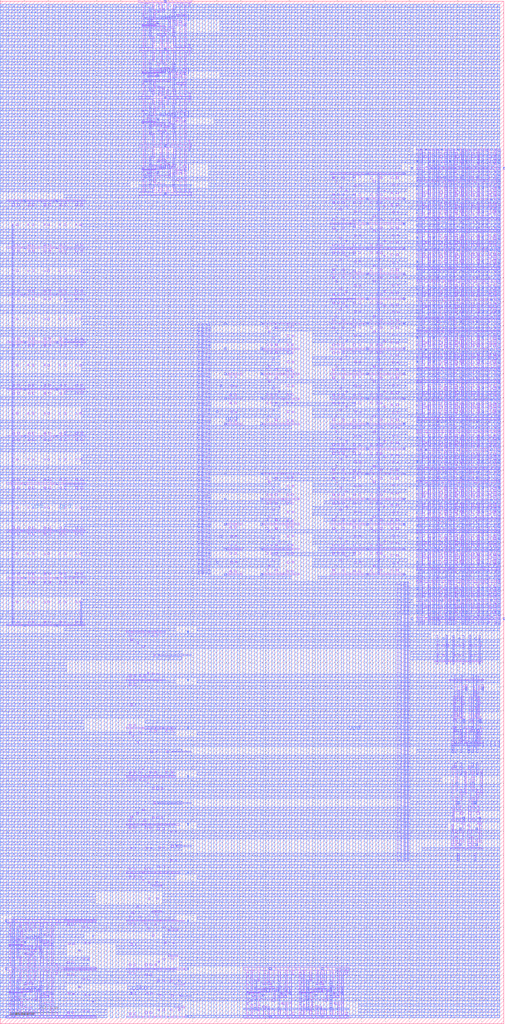
<source format=lef>
VERSION 5.4 ;
NAMESCASESENSITIVE ON ;
BUSBITCHARS "[]" ;
DIVIDERCHAR "/" ;
UNITS
  DATABASE MICRONS 2000 ;
END UNITS
MACRO sram_2_16_scn4m_subm
   CLASS BLOCK ;
   SIZE 209.1 BY 424.8 ;
   SYMMETRY X Y R90 ;
   PIN din0[0]
      DIRECTION INPUT ;
      PORT
         LAYER m2 ;
         RECT  108.8 11.4 109.6 12.2 ;
      END
   END din0[0]
   PIN din0[1]
      DIRECTION INPUT ;
      PORT
         LAYER m2 ;
         RECT  130.6 11.4 131.4 12.2 ;
      END
   END din0[1]
   PIN addr0[0]
      DIRECTION INPUT ;
      PORT
         LAYER m2 ;
         RECT  65.2 353.4 66.0 354.2 ;
      END
   END addr0[0]
   PIN addr0[1]
      DIRECTION INPUT ;
      PORT
         LAYER m2 ;
         RECT  65.2 375.4 66.0 376.2 ;
      END
   END addr0[1]
   PIN addr0[2]
      DIRECTION INPUT ;
      PORT
         LAYER m2 ;
         RECT  65.2 393.4 66.0 394.2 ;
      END
   END addr0[2]
   PIN addr0[3]
      DIRECTION INPUT ;
      PORT
         LAYER m2 ;
         RECT  65.2 415.4 66.0 416.2 ;
      END
   END addr0[3]
   PIN csb0
      DIRECTION INPUT ;
      PORT
         LAYER m2 ;
         RECT  10.0 11.4 10.8 12.2 ;
      END
   END csb0
   PIN web0
      DIRECTION INPUT ;
      PORT
         LAYER m2 ;
         RECT  10.0 33.4 10.8 34.2 ;
      END
   END web0
   PIN clk0
      DIRECTION INPUT ;
      PORT
         LAYER m2 ;
         RECT  54.1 12.3 54.7 12.9 ;
      END
   END clk0
   PIN dout0[0]
      DIRECTION OUTPUT ;
      PORT
         LAYER m2 ;
         RECT  187.5 112.6 188.3 115.6 ;
      END
   END dout0[0]
   PIN dout0[1]
      DIRECTION OUTPUT ;
      PORT
         LAYER m2 ;
         RECT  194.3 112.6 195.1 115.6 ;
      END
   END dout0[1]
   PIN vdd
      DIRECTION INOUT ;
      USE POWER ; 
      SHAPE ABUTMENT ; 
      PORT
         LAYER m3 ;
         RECT  81.6 163.2 207.6 164.4 ;
         LAYER m3 ;
         RECT  0.0 67.2 207.6 68.4 ;
         LAYER m3 ;
         RECT  72.0 422.4 207.6 423.6 ;
         LAYER m3 ;
         RECT  0.0 153.6 75.6 154.8 ;
         LAYER m3 ;
         RECT  0.0 417.6 207.6 418.8 ;
         LAYER m3 ;
         RECT  0.0 230.4 207.6 231.6 ;
         LAYER m3 ;
         RECT  0.0 28.8 27.6 30.0 ;
         LAYER m4 ;
         RECT  141.6 2.4 142.8 423.6 ;
         LAYER m3 ;
         RECT  183.6 159.6 184.4 160.4 ;
         LAYER m3 ;
         RECT  167.5 342.4 168.3 343.2 ;
         LAYER m4 ;
         RECT  98.4 2.4 99.6 423.6 ;
         LAYER m3 ;
         RECT  23.2 263.2 24.0 264.0 ;
         LAYER m3 ;
         RECT  0.0 225.6 87.6 226.8 ;
         LAYER m3 ;
         RECT  0.0 19.2 207.6 20.4 ;
         LAYER m3 ;
         RECT  176.3 217.2 177.1 218.0 ;
         LAYER m3 ;
         RECT  197.2 159.6 198.0 160.4 ;
         LAYER m3 ;
         RECT  0.0 24.0 37.2 25.2 ;
         LAYER m3 ;
         RECT  111.7 22.4 112.5 23.2 ;
         LAYER m3 ;
         RECT  167.5 259.2 168.3 260.0 ;
         LAYER m3 ;
         RECT  129.6 201.6 169.2 202.8 ;
         LAYER m3 ;
         RECT  0.0 240.0 207.6 241.2 ;
         LAYER m4 ;
         RECT  79.2 2.4 80.4 423.6 ;
         LAYER m3 ;
         RECT  86.4 355.2 166.8 356.4 ;
         LAYER m4 ;
         RECT  55.2 2.4 56.4 423.6 ;
         LAYER m3 ;
         RECT  112.8 225.6 147.6 226.8 ;
         LAYER m3 ;
         RECT  176.3 258.8 177.1 259.6 ;
         LAYER m3 ;
         RECT  172.8 331.2 207.6 332.4 ;
         LAYER m3 ;
         RECT  190.1 91.4 190.9 92.2 ;
         LAYER m3 ;
         RECT  72.0 345.6 169.2 346.8 ;
         LAYER m3 ;
         RECT  177.6 355.2 205.2 356.4 ;
         LAYER m3 ;
         RECT  0.0 144.0 207.6 145.2 ;
         LAYER m3 ;
         RECT  0.0 350.4 147.6 351.6 ;
         LAYER m4 ;
         RECT  21.6 2.4 22.8 423.6 ;
         LAYER m3 ;
         RECT  0.0 86.4 188.4 87.6 ;
         LAYER m4 ;
         RECT  189.6 2.4 190.8 423.6 ;
         LAYER m3 ;
         RECT  0.0 211.2 116.4 212.4 ;
         LAYER m4 ;
         RECT  184.8 2.4 186.0 423.6 ;
         LAYER m4 ;
         RECT  175.2 2.4 176.4 423.6 ;
         LAYER m3 ;
         RECT  93.1 259.2 93.9 260.0 ;
         LAYER m3 ;
         RECT  203.5 175.6 204.3 176.4 ;
         LAYER m3 ;
         RECT  68.1 364.4 68.9 365.2 ;
         LAYER m4 ;
         RECT  74.4 2.4 75.6 423.6 ;
         LAYER m3 ;
         RECT  33.6 235.2 207.6 236.4 ;
         LAYER m4 ;
         RECT  16.8 2.4 18.0 423.6 ;
         LAYER m4 ;
         RECT  194.4 2.4 195.6 423.6 ;
         LAYER m3 ;
         RECT  33.6 254.4 116.4 255.6 ;
         LAYER m3 ;
         RECT  129.6 264.0 169.2 265.2 ;
         LAYER m3 ;
         RECT  129.6 273.6 169.2 274.8 ;
         LAYER m3 ;
         RECT  170.4 91.2 207.6 92.4 ;
         LAYER m3 ;
         RECT  0.0 110.4 207.6 111.6 ;
         LAYER m3 ;
         RECT  10.0 224.0 10.8 224.8 ;
         LAYER m3 ;
         RECT  129.6 220.8 169.2 222.0 ;
         LAYER m4 ;
         RECT  60.0 2.4 61.2 423.6 ;
         LAYER m4 ;
         RECT  112.8 2.4 114.0 423.6 ;
         LAYER m3 ;
         RECT  23.2 224.0 24.0 224.8 ;
         LAYER m3 ;
         RECT  26.4 206.4 87.6 207.6 ;
         LAYER m3 ;
         RECT  0.0 278.4 121.2 279.6 ;
         LAYER m3 ;
         RECT  0.0 48.0 207.6 49.2 ;
         LAYER m3 ;
         RECT  152.0 321.6 152.8 322.4 ;
         LAYER m3 ;
         RECT  189.9 175.6 190.7 176.4 ;
         LAYER m3 ;
         RECT  108.1 196.8 108.9 197.6 ;
         LAYER m3 ;
         RECT  176.3 279.6 177.1 280.4 ;
         LAYER m3 ;
         RECT  23.2 184.8 24.0 185.6 ;
         LAYER m3 ;
         RECT  0.0 9.6 207.6 10.8 ;
         LAYER m3 ;
         RECT  203.5 217.2 204.3 218.0 ;
         LAYER m3 ;
         RECT  152.0 300.8 152.8 301.6 ;
         LAYER m4 ;
         RECT  7.2 2.4 8.4 423.6 ;
         LAYER m3 ;
         RECT  152.0 259.2 152.8 260.0 ;
         LAYER m3 ;
         RECT  67.2 52.8 207.6 54.0 ;
         LAYER m3 ;
         RECT  203.5 321.2 204.3 322.0 ;
         LAYER m3 ;
         RECT  129.6 192.0 169.2 193.2 ;
         LAYER m3 ;
         RECT  167.5 238.4 168.3 239.2 ;
         LAYER m3 ;
         RECT  0.0 120.0 73.2 121.2 ;
         LAYER m3 ;
         RECT  176.3 362.8 177.1 363.6 ;
         LAYER m3 ;
         RECT  0.0 316.8 169.2 318.0 ;
         LAYER m4 ;
         RECT  40.8 2.4 42.0 423.6 ;
         LAYER m3 ;
         RECT  33.6 273.6 116.4 274.8 ;
         LAYER m3 ;
         RECT  177.6 168.0 205.2 169.2 ;
         LAYER m4 ;
         RECT  69.6 2.4 70.8 423.6 ;
         LAYER m3 ;
         RECT  196.7 175.6 197.5 176.4 ;
         LAYER m3 ;
         RECT  68.1 404.4 68.9 405.2 ;
         LAYER m3 ;
         RECT  91.2 393.6 207.6 394.8 ;
         LAYER m3 ;
         RECT  0.0 216.0 121.2 217.2 ;
         LAYER m4 ;
         RECT  103.2 2.4 104.4 423.6 ;
         LAYER m3 ;
         RECT  203.5 300.4 204.3 301.2 ;
         LAYER m3 ;
         RECT  0.0 259.2 121.2 260.4 ;
         LAYER m3 ;
         RECT  152.0 280.0 152.8 280.8 ;
         LAYER m3 ;
         RECT  93.1 280.0 93.9 280.8 ;
         LAYER m3 ;
         RECT  176.3 196.4 177.1 197.2 ;
         LAYER m3 ;
         RECT  0.0 72.0 75.6 73.2 ;
         LAYER m3 ;
         RECT  108.1 259.2 108.9 260.0 ;
         LAYER m3 ;
         RECT  77.6 142.4 78.4 143.2 ;
         LAYER m3 ;
         RECT  175.2 72.0 207.6 73.2 ;
         LAYER m3 ;
         RECT  23.2 341.6 24.0 342.4 ;
         LAYER m3 ;
         RECT  93.1 217.6 93.9 218.4 ;
         LAYER m4 ;
         RECT  64.8 2.4 66.0 423.6 ;
         LAYER m4 ;
         RECT  136.8 2.4 138.0 423.6 ;
         LAYER m4 ;
         RECT  132.0 2.4 133.2 423.6 ;
         LAYER m3 ;
         RECT  129.6 283.2 169.2 284.4 ;
         LAYER m3 ;
         RECT  172.8 249.6 207.6 250.8 ;
         LAYER m3 ;
         RECT  172.8 350.4 207.6 351.6 ;
         LAYER m3 ;
         RECT  196.9 91.4 197.7 92.2 ;
         LAYER m3 ;
         RECT  167.5 217.6 168.3 218.4 ;
         LAYER m3 ;
         RECT  77.6 102.4 78.4 103.2 ;
         LAYER m3 ;
         RECT  152.0 238.4 152.8 239.2 ;
         LAYER m3 ;
         RECT  0.0 38.4 207.6 39.6 ;
         LAYER m3 ;
         RECT  0.0 187.2 87.6 188.4 ;
         LAYER m3 ;
         RECT  172.8 187.2 207.6 188.4 ;
         LAYER m3 ;
         RECT  196.7 362.8 197.5 363.6 ;
         LAYER m3 ;
         RECT  0.0 369.6 207.6 370.8 ;
         LAYER m3 ;
         RECT  112.8 288.0 147.6 289.2 ;
         LAYER m3 ;
         RECT  0.0 192.0 116.4 193.2 ;
         LAYER m3 ;
         RECT  172.8 268.8 207.6 270.0 ;
         LAYER m3 ;
         RECT  0.0 345.6 63.6 346.8 ;
         LAYER m3 ;
         RECT  0.0 422.4 63.6 423.6 ;
         LAYER m3 ;
         RECT  0.0 336.0 169.2 337.2 ;
         LAYER m4 ;
         RECT  204.0 2.4 205.2 423.6 ;
         LAYER m3 ;
         RECT  167.5 300.8 168.3 301.6 ;
         LAYER m3 ;
         RECT  183.1 362.8 183.9 363.6 ;
         LAYER m3 ;
         RECT  108.1 217.6 108.9 218.4 ;
         LAYER m3 ;
         RECT  10.0 302.4 10.8 303.2 ;
         LAYER m3 ;
         RECT  81.6 81.6 186.0 82.8 ;
         LAYER m3 ;
         RECT  0.0 57.6 207.6 58.8 ;
         LAYER m3 ;
         RECT  33.6 331.2 147.6 332.4 ;
         LAYER m3 ;
         RECT  77.6 22.4 78.4 23.2 ;
         LAYER m3 ;
         RECT  0.0 326.4 169.2 327.6 ;
         LAYER m3 ;
         RECT  0.0 360.0 207.6 361.2 ;
         LAYER m3 ;
         RECT  4.8 43.2 73.2 44.4 ;
         LAYER m3 ;
         RECT  132.0 196.8 207.6 198.0 ;
         LAYER m3 ;
         RECT  0.0 403.2 207.6 404.4 ;
         LAYER m3 ;
         RECT  203.5 258.8 204.3 259.6 ;
         LAYER m4 ;
         RECT  199.2 2.4 200.4 423.6 ;
         LAYER m3 ;
         RECT  26.4 321.6 207.6 322.8 ;
         LAYER m3 ;
         RECT  0.0 196.8 121.2 198.0 ;
         LAYER m4 ;
         RECT  180.0 2.4 181.2 423.6 ;
         LAYER m3 ;
         RECT  183.1 175.6 183.9 176.4 ;
         LAYER m3 ;
         RECT  176.3 321.2 177.1 322.0 ;
         LAYER m3 ;
         RECT  190.4 159.6 191.2 160.4 ;
         LAYER m3 ;
         RECT  0.0 33.6 207.6 34.8 ;
         LAYER m3 ;
         RECT  0.0 96.0 207.6 97.2 ;
         LAYER m3 ;
         RECT  172.8 288.0 207.6 289.2 ;
         LAYER m3 ;
         RECT  0.0 302.4 207.6 303.6 ;
         LAYER m3 ;
         RECT  81.6 43.2 207.6 44.4 ;
         LAYER m3 ;
         RECT  2.0 22.4 2.8 23.2 ;
         LAYER m3 ;
         RECT  141.6 278.4 207.6 279.6 ;
         LAYER m3 ;
         RECT  152.0 196.8 152.8 197.6 ;
         LAYER m3 ;
         RECT  192.3 125.4 193.1 126.2 ;
         LAYER m3 ;
         RECT  203.5 362.8 204.3 363.6 ;
         LAYER m3 ;
         RECT  176.3 300.4 177.1 301.2 ;
         LAYER m4 ;
         RECT  31.2 2.4 32.4 423.6 ;
         LAYER m3 ;
         RECT  108.1 280.0 108.9 280.8 ;
         LAYER m3 ;
         RECT  176.3 342.0 177.1 342.8 ;
         LAYER m3 ;
         RECT  33.6 312.0 147.6 313.2 ;
         LAYER m3 ;
         RECT  148.8 4.8 207.6 6.0 ;
         LAYER m3 ;
         RECT  10.0 341.6 10.8 342.4 ;
         LAYER m3 ;
         RECT  0.0 182.4 169.2 183.6 ;
         LAYER m3 ;
         RECT  203.5 196.4 204.3 197.2 ;
         LAYER m3 ;
         RECT  0.0 374.4 70.8 375.6 ;
         LAYER m3 ;
         RECT  0.0 220.8 121.2 222.0 ;
         LAYER m3 ;
         RECT  170.4 153.6 207.6 154.8 ;
         LAYER m3 ;
         RECT  0.0 129.6 207.6 130.8 ;
         LAYER m3 ;
         RECT  199.1 125.4 199.9 126.2 ;
         LAYER m3 ;
         RECT  0.0 398.4 207.6 399.6 ;
         LAYER m4 ;
         RECT  88.8 2.4 90.0 423.6 ;
         LAYER m4 ;
         RECT  146.4 2.4 147.6 423.6 ;
         LAYER m3 ;
         RECT  0.0 14.4 27.6 15.6 ;
         LAYER m3 ;
         RECT  93.1 196.8 93.9 197.6 ;
         LAYER m3 ;
         RECT  0.0 91.2 75.6 92.4 ;
         LAYER m3 ;
         RECT  60.0 124.8 207.6 126.0 ;
         LAYER m3 ;
         RECT  26.4 283.2 121.2 284.4 ;
         LAYER m3 ;
         RECT  0.0 393.6 70.8 394.8 ;
         LAYER m3 ;
         RECT  0.0 168.0 166.8 169.2 ;
         LAYER m3 ;
         RECT  0.0 76.8 207.6 78.0 ;
         LAYER m3 ;
         RECT  33.6 292.8 207.6 294.0 ;
         LAYER m4 ;
         RECT  156.0 2.4 157.2 423.6 ;
         LAYER m3 ;
         RECT  0.0 379.2 207.6 380.4 ;
         LAYER m4 ;
         RECT  50.4 2.4 51.6 423.6 ;
         LAYER m4 ;
         RECT  93.6 2.4 94.8 423.6 ;
         LAYER m3 ;
         RECT  0.0 134.4 207.6 135.6 ;
         LAYER m3 ;
         RECT  0.0 139.2 188.4 140.4 ;
         LAYER m3 ;
         RECT  134.4 216.0 207.6 217.2 ;
         LAYER m4 ;
         RECT  108.0 2.4 109.2 423.6 ;
         LAYER m3 ;
         RECT  26.4 163.2 73.2 164.4 ;
         LAYER m4 ;
         RECT  160.8 2.4 162.0 423.6 ;
         LAYER m3 ;
         RECT  0.0 4.8 44.4 6.0 ;
         LAYER m3 ;
         RECT  0.0 81.6 73.2 82.8 ;
         LAYER m4 ;
         RECT  36.0 2.4 37.2 423.6 ;
         LAYER m3 ;
         RECT  203.5 342.0 204.3 342.8 ;
         LAYER m4 ;
         RECT  84.0 2.4 85.2 423.6 ;
         LAYER m4 ;
         RECT  45.6 2.4 46.8 423.6 ;
         LAYER m3 ;
         RECT  0.0 307.2 169.2 308.4 ;
         LAYER m3 ;
         RECT  77.6 62.4 78.4 63.2 ;
         LAYER m3 ;
         RECT  167.5 321.6 168.3 322.4 ;
         LAYER m3 ;
         RECT  10.0 263.2 10.8 264.0 ;
         LAYER m3 ;
         RECT  69.6 384.0 207.6 385.2 ;
         LAYER m3 ;
         RECT  176.3 238.0 177.1 238.8 ;
         LAYER m3 ;
         RECT  10.0 184.8 10.8 185.6 ;
         LAYER m3 ;
         RECT  203.5 279.6 204.3 280.4 ;
         LAYER m3 ;
         RECT  0.0 52.8 39.6 54.0 ;
         LAYER m4 ;
         RECT  122.4 2.4 123.6 423.6 ;
         LAYER m3 ;
         RECT  0.0 62.4 207.6 63.6 ;
         LAYER m3 ;
         RECT  0.0 177.6 207.6 178.8 ;
         LAYER m3 ;
         RECT  0.0 340.8 207.6 342.0 ;
         LAYER m4 ;
         RECT  165.6 2.4 166.8 423.6 ;
         LAYER m3 ;
         RECT  0.0 264.0 116.4 265.2 ;
         LAYER m4 ;
         RECT  170.4 2.4 171.6 423.6 ;
         LAYER m3 ;
         RECT  197.5 74.0 198.3 74.8 ;
         LAYER m3 ;
         RECT  91.2 412.8 207.6 414.0 ;
         LAYER m3 ;
         RECT  0.0 412.8 70.8 414.0 ;
         LAYER m4 ;
         RECT  151.2 2.4 152.4 423.6 ;
         LAYER m3 ;
         RECT  0.0 148.8 27.6 150.0 ;
         LAYER m3 ;
         RECT  0.0 268.8 87.6 270.0 ;
         LAYER m3 ;
         RECT  74.4 24.0 207.6 25.2 ;
         LAYER m3 ;
         RECT  0.0 158.4 207.6 159.6 ;
         LAYER m3 ;
         RECT  52.8 14.4 207.6 15.6 ;
         LAYER m3 ;
         RECT  129.6 211.2 169.2 212.4 ;
         LAYER m3 ;
         RECT  136.8 259.2 207.6 260.4 ;
         LAYER m3 ;
         RECT  0.0 384.0 63.6 385.2 ;
         LAYER m3 ;
         RECT  26.4 244.8 169.2 246.0 ;
         LAYER m4 ;
         RECT  26.4 2.4 27.6 423.6 ;
         LAYER m4 ;
         RECT  127.2 2.4 128.4 423.6 ;
         LAYER m3 ;
         RECT  203.5 238.0 204.3 238.8 ;
         LAYER m4 ;
         RECT  2.4 2.4 3.6 423.6 ;
         LAYER m3 ;
         RECT  152.0 217.6 152.8 218.4 ;
         LAYER m3 ;
         RECT  172.8 225.6 207.6 226.8 ;
         LAYER m3 ;
         RECT  0.0 100.8 183.6 102.0 ;
         LAYER m3 ;
         RECT  0.0 201.6 116.4 202.8 ;
         LAYER m3 ;
         RECT  0.0 297.6 207.6 298.8 ;
         LAYER m3 ;
         RECT  0.0 355.2 70.8 356.4 ;
         LAYER m3 ;
         RECT  167.5 196.8 168.3 197.6 ;
         LAYER m3 ;
         RECT  88.8 374.4 207.6 375.6 ;
         LAYER m3 ;
         RECT  0.0 288.0 87.6 289.2 ;
         LAYER m4 ;
         RECT  117.6 2.4 118.8 423.6 ;
         LAYER m3 ;
         RECT  176.3 175.6 177.1 176.4 ;
         LAYER m3 ;
         RECT  0.0 408.0 207.6 409.2 ;
         LAYER m4 ;
         RECT  12.0 2.4 13.2 423.6 ;
         LAYER m3 ;
         RECT  172.8 206.4 207.6 207.6 ;
         LAYER m3 ;
         RECT  133.5 22.4 134.3 23.2 ;
         LAYER m3 ;
         RECT  152.0 342.4 152.8 343.2 ;
         LAYER m3 ;
         RECT  129.6 254.4 169.2 255.6 ;
         LAYER m3 ;
         RECT  190.7 74.0 191.5 74.8 ;
         LAYER m3 ;
         RECT  48.0 28.8 207.6 30.0 ;
         LAYER m3 ;
         RECT  0.0 115.2 207.6 116.4 ;
         LAYER m3 ;
         RECT  0.0 388.8 207.6 390.0 ;
         LAYER m3 ;
         RECT  0.0 124.8 34.8 126.0 ;
         LAYER m3 ;
         RECT  0.0 249.6 87.6 250.8 ;
         LAYER m3 ;
         RECT  167.5 280.0 168.3 280.8 ;
         LAYER m3 ;
         RECT  189.9 362.8 190.7 363.6 ;
         LAYER m3 ;
         RECT  172.8 312.0 207.6 313.2 ;
         LAYER m3 ;
         RECT  33.6 172.8 207.6 174.0 ;
         LAYER m3 ;
         RECT  23.2 302.4 24.0 303.2 ;
         LAYER m3 ;
         RECT  0.0 105.6 207.6 106.8 ;
         LAYER m3 ;
         RECT  0.0 364.8 207.6 366.0 ;
         LAYER m3 ;
         RECT  81.6 120.0 207.6 121.2 ;
      END
   END vdd
   PIN gnd
      DIRECTION INOUT ;
      USE GROUND ; 
      SHAPE ABUTMENT ; 
      PORT
         LAYER m3 ;
         RECT  179.7 347.0 180.5 347.8 ;
         LAYER m3 ;
         RECT  0.0 74.4 75.6 75.6 ;
         LAYER m3 ;
         RECT  172.9 337.0 173.7 337.8 ;
         LAYER m3 ;
         RECT  200.1 295.4 200.9 296.2 ;
         LAYER m4 ;
         RECT  96.0 2.4 97.2 423.6 ;
         LAYER m3 ;
         RECT  179.7 284.6 180.5 285.4 ;
         LAYER m3 ;
         RECT  0.0 266.4 207.6 267.6 ;
         LAYER m3 ;
         RECT  186.5 170.6 187.3 171.4 ;
         LAYER m3 ;
         RECT  72.0 362.4 171.6 363.6 ;
         LAYER m3 ;
         RECT  172.9 191.4 173.7 192.2 ;
         LAYER m3 ;
         RECT  172.8 112.8 207.6 114.0 ;
         LAYER m4 ;
         RECT  182.4 2.4 183.6 423.6 ;
         LAYER m3 ;
         RECT  179.7 191.4 180.5 192.2 ;
         LAYER m3 ;
         RECT  179.7 212.2 180.5 213.0 ;
         LAYER m3 ;
         RECT  0.0 204.0 207.6 205.2 ;
         LAYER m3 ;
         RECT  172.9 274.6 173.7 275.4 ;
         LAYER m3 ;
         RECT  172.9 170.6 173.7 171.4 ;
         LAYER m3 ;
         RECT  77.6 122.4 78.4 123.2 ;
         LAYER m4 ;
         RECT  196.8 2.4 198.0 423.6 ;
         LAYER m3 ;
         RECT  0.0 218.4 87.6 219.6 ;
         LAYER m3 ;
         RECT  0.0 391.2 207.6 392.4 ;
         LAYER m4 ;
         RECT  192.0 2.4 193.2 423.6 ;
         LAYER m3 ;
         RECT  167.5 207.2 168.3 208.0 ;
         LAYER m3 ;
         RECT  129.6 276.0 207.6 277.2 ;
         LAYER m4 ;
         RECT  9.6 2.4 10.8 423.6 ;
         LAYER m3 ;
         RECT  206.9 201.4 207.7 202.2 ;
         LAYER m3 ;
         RECT  0.0 228.0 207.6 229.2 ;
         LAYER m3 ;
         RECT  0.0 93.6 207.6 94.8 ;
         LAYER m3 ;
         RECT  0.0 127.2 188.4 128.4 ;
         LAYER m4 ;
         RECT  124.8 2.4 126.0 423.6 ;
         LAYER m3 ;
         RECT  179.7 274.6 180.5 275.4 ;
         LAYER m3 ;
         RECT  0.0 7.2 75.6 8.4 ;
         LAYER m3 ;
         RECT  2.0 42.4 2.8 43.2 ;
         LAYER m3 ;
         RECT  200.1 316.2 200.9 317.0 ;
         LAYER m3 ;
         RECT  0.0 112.8 75.6 114.0 ;
         LAYER m3 ;
         RECT  23.2 204.4 24.0 205.2 ;
         LAYER m3 ;
         RECT  206.9 316.2 207.7 317.0 ;
         LAYER m3 ;
         RECT  33.6 232.8 207.6 234.0 ;
         LAYER m3 ;
         RECT  206.9 191.4 207.7 192.2 ;
         LAYER m3 ;
         RECT  172.9 180.6 173.7 181.4 ;
         LAYER m3 ;
         RECT  172.9 316.2 173.7 317.0 ;
         LAYER m3 ;
         RECT  0.0 26.4 37.2 27.6 ;
         LAYER m3 ;
         RECT  0.0 348.0 54.0 349.2 ;
         LAYER m3 ;
         RECT  0.0 40.8 207.6 42.0 ;
         LAYER m3 ;
         RECT  0.0 242.4 207.6 243.6 ;
         LAYER m3 ;
         RECT  0.0 386.4 207.6 387.6 ;
         LAYER m4 ;
         RECT  144.0 2.4 145.2 423.6 ;
         LAYER m3 ;
         RECT  206.9 357.8 207.7 358.6 ;
         LAYER m4 ;
         RECT  28.8 2.4 30.0 423.6 ;
         LAYER m3 ;
         RECT  68.1 344.4 68.9 345.2 ;
         LAYER m3 ;
         RECT  179.7 337.0 180.5 337.8 ;
         LAYER m3 ;
         RECT  152.0 207.2 152.8 208.0 ;
         LAYER m3 ;
         RECT  0.0 108.0 207.6 109.2 ;
         LAYER m3 ;
         RECT  0.0 367.2 207.6 368.4 ;
         LAYER m3 ;
         RECT  60.0 122.4 207.6 123.6 ;
         LAYER m3 ;
         RECT  132.0 184.8 207.6 186.0 ;
         LAYER m3 ;
         RECT  111.7 2.4 112.5 3.2 ;
         LAYER m4 ;
         RECT  148.8 2.4 150.0 423.6 ;
         LAYER m3 ;
         RECT  129.6 252.0 207.6 253.2 ;
         LAYER m3 ;
         RECT  0.0 165.6 207.6 166.8 ;
         LAYER m3 ;
         RECT  0.0 362.4 63.6 363.6 ;
         LAYER m3 ;
         RECT  167.5 332.0 168.3 332.8 ;
         LAYER m3 ;
         RECT  0.0 79.2 207.6 80.4 ;
         LAYER m4 ;
         RECT  76.8 2.4 78.0 423.6 ;
         LAYER m3 ;
         RECT  0.0 84.0 207.6 85.2 ;
         LAYER m3 ;
         RECT  179.7 253.8 180.5 254.6 ;
         LAYER m3 ;
         RECT  129.6 261.6 207.6 262.8 ;
         LAYER m3 ;
         RECT  0.0 160.8 178.8 162.0 ;
         LAYER m4 ;
         RECT  163.2 2.4 164.4 423.6 ;
         LAYER m3 ;
         RECT  209.0 167.8 209.8 168.6 ;
         LAYER m3 ;
         RECT  172.9 357.8 173.7 358.6 ;
         LAYER m3 ;
         RECT  0.0 319.2 147.6 320.4 ;
         LAYER m4 ;
         RECT  105.6 2.4 106.8 423.6 ;
         LAYER m3 ;
         RECT  206.9 284.6 207.7 285.4 ;
         LAYER m3 ;
         RECT  148.8 7.2 207.6 8.4 ;
         LAYER m3 ;
         RECT  93.1 207.2 93.9 208.0 ;
         LAYER m3 ;
         RECT  81.6 103.2 207.6 104.4 ;
         LAYER m3 ;
         RECT  93.1 186.4 93.9 187.2 ;
         LAYER m3 ;
         RECT  167.5 186.4 168.3 187.2 ;
         LAYER m3 ;
         RECT  206.9 295.4 207.7 296.2 ;
         LAYER m3 ;
         RECT  26.4 343.2 147.6 344.4 ;
         LAYER m3 ;
         RECT  200.1 357.8 200.9 358.6 ;
         LAYER m3 ;
         RECT  112.8 256.8 147.6 258.0 ;
         LAYER m3 ;
         RECT  179.7 233.0 180.5 233.8 ;
         LAYER m3 ;
         RECT  0.0 98.4 207.6 99.6 ;
         LAYER m3 ;
         RECT  206.9 233.0 207.7 233.8 ;
         LAYER m3 ;
         RECT  172.9 263.8 173.7 264.6 ;
         LAYER m3 ;
         RECT  206.9 347.0 207.7 347.8 ;
         LAYER m3 ;
         RECT  200.1 253.8 200.9 254.6 ;
         LAYER m3 ;
         RECT  93.1 228.0 93.9 228.8 ;
         LAYER m3 ;
         RECT  0.0 64.8 207.6 66.0 ;
         LAYER m3 ;
         RECT  0.0 88.8 207.6 90.0 ;
         LAYER m3 ;
         RECT  112.8 194.4 147.6 195.6 ;
         LAYER m3 ;
         RECT  179.7 170.6 180.5 171.4 ;
         LAYER m3 ;
         RECT  0.0 50.4 39.6 51.6 ;
         LAYER m3 ;
         RECT  152.0 186.4 152.8 187.2 ;
         LAYER m3 ;
         RECT  172.9 295.4 173.7 296.2 ;
         LAYER m3 ;
         RECT  108.1 207.2 108.9 208.0 ;
         LAYER m3 ;
         RECT  129.6 223.2 207.6 224.4 ;
         LAYER m3 ;
         RECT  108.1 269.6 108.9 270.4 ;
         LAYER m3 ;
         RECT  172.9 243.0 173.7 243.8 ;
         LAYER m3 ;
         RECT  33.6 194.4 87.6 195.6 ;
         LAYER m3 ;
         RECT  23.2 243.6 24.0 244.4 ;
         LAYER m3 ;
         RECT  200.1 138.8 200.9 139.6 ;
         LAYER m3 ;
         RECT  0.0 189.6 116.4 190.8 ;
         LAYER m4 ;
         RECT  67.2 2.4 68.4 423.6 ;
         LAYER m3 ;
         RECT  152.0 352.8 152.8 353.6 ;
         LAYER m3 ;
         RECT  0.0 280.8 87.6 282.0 ;
         LAYER m3 ;
         RECT  0.0 36.0 34.8 37.2 ;
         LAYER m3 ;
         RECT  26.4 300.0 147.6 301.2 ;
         LAYER m3 ;
         RECT  0.0 276.0 116.4 277.2 ;
         LAYER m4 ;
         RECT  33.6 2.4 34.8 423.6 ;
         LAYER m3 ;
         RECT  0.0 180.0 207.6 181.2 ;
         LAYER m3 ;
         RECT  0.0 16.8 207.6 18.0 ;
         LAYER m3 ;
         RECT  0.0 357.6 207.6 358.8 ;
         LAYER m3 ;
         RECT  0.0 122.4 34.8 123.6 ;
         LAYER m3 ;
         RECT  0.0 55.2 207.6 56.4 ;
         LAYER m3 ;
         RECT  0.0 117.6 207.6 118.8 ;
         LAYER m3 ;
         RECT  0.0 314.4 207.6 315.6 ;
         LAYER m3 ;
         RECT  139.2 21.6 207.6 22.8 ;
         LAYER m3 ;
         RECT  33.6 290.4 207.6 291.6 ;
         LAYER m3 ;
         RECT  68.1 424.4 68.9 425.2 ;
         LAYER m3 ;
         RECT  179.7 305.4 180.5 306.2 ;
         LAYER m3 ;
         RECT  68.1 384.4 68.9 385.2 ;
         LAYER m3 ;
         RECT  179.7 180.6 180.5 181.4 ;
         LAYER m3 ;
         RECT  2.0 2.4 2.8 3.2 ;
         LAYER m3 ;
         RECT  23.2 322.0 24.0 322.8 ;
         LAYER m3 ;
         RECT  0.0 208.8 121.2 210.0 ;
         LAYER m3 ;
         RECT  152.0 228.0 152.8 228.8 ;
         LAYER m3 ;
         RECT  200.1 263.8 200.9 264.6 ;
         LAYER m3 ;
         RECT  0.0 376.8 207.6 378.0 ;
         LAYER m3 ;
         RECT  0.0 304.8 207.6 306.0 ;
         LAYER m3 ;
         RECT  206.9 212.2 207.7 213.0 ;
         LAYER m3 ;
         RECT  133.5 2.4 134.3 3.2 ;
         LAYER m4 ;
         RECT  129.6 2.4 130.8 423.6 ;
         LAYER m4 ;
         RECT  134.4 2.4 135.6 423.6 ;
         LAYER m3 ;
         RECT  0.0 136.8 207.6 138.0 ;
         LAYER m3 ;
         RECT  26.4 223.2 116.4 224.4 ;
         LAYER m3 ;
         RECT  206.9 170.6 207.7 171.4 ;
         LAYER m3 ;
         RECT  26.4 184.8 121.2 186.0 ;
         LAYER m3 ;
         RECT  179.7 263.8 180.5 264.6 ;
         LAYER m3 ;
         RECT  172.9 326.2 173.7 327.0 ;
         LAYER m4 ;
         RECT  0.0 2.4 1.2 423.6 ;
         LAYER m3 ;
         RECT  0.0 60.0 73.2 61.2 ;
         LAYER m3 ;
         RECT  33.6 271.2 121.2 272.4 ;
         LAYER m3 ;
         RECT  152.0 332.0 152.8 332.8 ;
         LAYER m3 ;
         RECT  0.0 405.6 63.6 406.8 ;
         LAYER m3 ;
         RECT  167.5 311.2 168.3 312.0 ;
         LAYER m4 ;
         RECT  168.0 2.4 169.2 423.6 ;
         LAYER m3 ;
         RECT  0.0 2.4 44.4 3.6 ;
         LAYER m4 ;
         RECT  62.4 2.4 63.6 423.6 ;
         LAYER m3 ;
         RECT  72.0 405.6 207.6 406.8 ;
         LAYER m3 ;
         RECT  179.7 316.2 180.5 317.0 ;
         LAYER m3 ;
         RECT  167.5 228.0 168.3 228.8 ;
         LAYER m3 ;
         RECT  206.9 243.0 207.7 243.8 ;
         LAYER m3 ;
         RECT  172.9 212.2 173.7 213.0 ;
         LAYER m3 ;
         RECT  179.7 357.8 180.5 358.6 ;
         LAYER m3 ;
         RECT  0.0 328.8 207.6 330.0 ;
         LAYER m3 ;
         RECT  200.1 201.4 200.9 202.2 ;
         LAYER m3 ;
         RECT  0.0 352.8 70.8 354.0 ;
         LAYER m3 ;
         RECT  0.0 396.0 207.6 397.2 ;
         LAYER m3 ;
         RECT  134.4 208.8 207.6 210.0 ;
         LAYER m3 ;
         RECT  0.0 415.2 70.8 416.4 ;
         LAYER m3 ;
         RECT  152.0 269.6 152.8 270.4 ;
         LAYER m3 ;
         RECT  0.0 237.6 147.6 238.8 ;
         LAYER m3 ;
         RECT  4.8 21.6 73.2 22.8 ;
         LAYER m3 ;
         RECT  86.4 348.0 207.6 349.2 ;
         LAYER m3 ;
         RECT  93.1 290.4 93.9 291.2 ;
         LAYER m3 ;
         RECT  67.2 36.0 207.6 37.2 ;
         LAYER m3 ;
         RECT  200.1 170.6 200.9 171.4 ;
         LAYER m3 ;
         RECT  167.5 269.6 168.3 270.4 ;
         LAYER m3 ;
         RECT  170.4 151.2 207.6 152.4 ;
         LAYER m3 ;
         RECT  200.1 274.6 200.9 275.4 ;
         LAYER m3 ;
         RECT  86.4 352.8 207.6 354.0 ;
         LAYER m3 ;
         RECT  81.6 60.0 207.6 61.2 ;
         LAYER m3 ;
         RECT  172.9 305.4 173.7 306.2 ;
         LAYER m3 ;
         RECT  0.0 69.6 207.6 70.8 ;
         LAYER m3 ;
         RECT  200.1 243.0 200.9 243.8 ;
         LAYER m3 ;
         RECT  152.0 290.4 152.8 291.2 ;
         LAYER m3 ;
         RECT  129.6 189.6 207.6 190.8 ;
         LAYER m4 ;
         RECT  158.4 2.4 159.6 423.6 ;
         LAYER m3 ;
         RECT  172.9 253.8 173.7 254.6 ;
         LAYER m3 ;
         RECT  192.1 85.0 192.9 85.8 ;
         LAYER m3 ;
         RECT  0.0 156.0 207.6 157.2 ;
         LAYER m3 ;
         RECT  179.7 222.2 180.5 223.0 ;
         LAYER m3 ;
         RECT  206.9 326.2 207.7 327.0 ;
         LAYER m4 ;
         RECT  38.4 2.4 39.6 423.6 ;
         LAYER m3 ;
         RECT  0.0 132.0 207.6 133.2 ;
         LAYER m3 ;
         RECT  77.6 2.4 78.4 3.2 ;
         LAYER m4 ;
         RECT  4.8 2.4 6.0 423.6 ;
         LAYER m3 ;
         RECT  167.5 290.4 168.3 291.2 ;
         LAYER m3 ;
         RECT  33.6 175.2 171.6 176.4 ;
         LAYER m3 ;
         RECT  206.9 253.8 207.7 254.6 ;
         LAYER m3 ;
         RECT  10.0 165.2 10.8 166.0 ;
         LAYER m3 ;
         RECT  179.7 201.4 180.5 202.2 ;
         LAYER m3 ;
         RECT  200.1 180.6 200.9 181.4 ;
         LAYER m4 ;
         RECT  57.6 2.4 58.8 423.6 ;
         LAYER m4 ;
         RECT  72.0 2.4 73.2 423.6 ;
         LAYER m4 ;
         RECT  201.6 2.4 202.8 423.6 ;
         LAYER m3 ;
         RECT  0.0 400.8 207.6 402.0 ;
         LAYER m3 ;
         RECT  172.9 201.4 173.7 202.2 ;
         LAYER m3 ;
         RECT  0.0 420.0 207.6 421.2 ;
         LAYER m3 ;
         RECT  172.9 284.6 173.7 285.4 ;
         LAYER m3 ;
         RECT  10.0 243.6 10.8 244.4 ;
         LAYER m3 ;
         RECT  0.0 256.8 87.6 258.0 ;
         LAYER m3 ;
         RECT  0.0 151.2 75.6 152.4 ;
         LAYER m3 ;
         RECT  200.1 212.2 200.9 213.0 ;
         LAYER m4 ;
         RECT  19.2 2.4 20.4 423.6 ;
         LAYER m3 ;
         RECT  200.1 284.6 200.9 285.4 ;
         LAYER m3 ;
         RECT  0.0 285.6 116.4 286.8 ;
         LAYER m3 ;
         RECT  172.9 222.2 173.7 223.0 ;
         LAYER m3 ;
         RECT  108.1 248.8 108.9 249.6 ;
         LAYER m3 ;
         RECT  206.9 180.6 207.7 181.4 ;
         LAYER m4 ;
         RECT  153.6 2.4 154.8 423.6 ;
         LAYER m3 ;
         RECT  197.5 80.6 198.3 81.4 ;
         LAYER m3 ;
         RECT  10.0 322.0 10.8 322.8 ;
         LAYER m3 ;
         RECT  76.8 2.4 207.6 3.6 ;
         LAYER m3 ;
         RECT  0.0 410.4 207.6 411.6 ;
         LAYER m3 ;
         RECT  200.1 337.0 200.9 337.8 ;
         LAYER m3 ;
         RECT  139.2 271.2 207.6 272.4 ;
         LAYER m3 ;
         RECT  77.6 82.4 78.4 83.2 ;
         LAYER m3 ;
         RECT  172.9 233.0 173.7 233.8 ;
         LAYER m3 ;
         RECT  167.5 352.8 168.3 353.6 ;
         LAYER m3 ;
         RECT  200.1 233.0 200.9 233.8 ;
         LAYER m3 ;
         RECT  200.1 191.4 200.9 192.2 ;
         LAYER m4 ;
         RECT  81.6 2.4 82.8 423.6 ;
         LAYER m3 ;
         RECT  190.7 80.6 191.5 81.4 ;
         LAYER m3 ;
         RECT  170.8 355.0 171.6 355.8 ;
         LAYER m3 ;
         RECT  0.0 324.0 207.6 325.2 ;
         LAYER m3 ;
         RECT  200.1 222.2 200.9 223.0 ;
         LAYER m3 ;
         RECT  77.6 162.4 78.4 163.2 ;
         LAYER m3 ;
         RECT  129.6 199.2 207.6 200.4 ;
         LAYER m4 ;
         RECT  91.2 2.4 92.4 423.6 ;
         LAYER m4 ;
         RECT  139.2 2.4 140.4 423.6 ;
         LAYER m3 ;
         RECT  193.3 170.6 194.1 171.4 ;
         LAYER m3 ;
         RECT  196.1 99.6 196.9 100.4 ;
         LAYER m4 ;
         RECT  120.0 2.4 121.2 423.6 ;
         LAYER m3 ;
         RECT  206.9 263.8 207.7 264.6 ;
         LAYER m3 ;
         RECT  0.0 170.4 207.6 171.6 ;
         LAYER m3 ;
         RECT  193.3 357.8 194.1 358.6 ;
         LAYER m3 ;
         RECT  152.0 248.8 152.8 249.6 ;
         LAYER m3 ;
         RECT  0.0 247.2 121.2 248.4 ;
         LAYER m3 ;
         RECT  179.7 243.0 180.5 243.8 ;
         LAYER m3 ;
         RECT  206.9 337.0 207.7 337.8 ;
         LAYER m3 ;
         RECT  93.1 269.6 93.9 270.4 ;
         LAYER m4 ;
         RECT  206.4 2.4 207.6 423.6 ;
         LAYER m3 ;
         RECT  108.1 290.4 108.9 291.2 ;
         LAYER m3 ;
         RECT  0.0 199.2 121.2 200.4 ;
         LAYER m3 ;
         RECT  129.6 285.6 207.6 286.8 ;
         LAYER m4 ;
         RECT  177.6 2.4 178.8 423.6 ;
         LAYER m3 ;
         RECT  209.0 355.0 209.8 355.8 ;
         LAYER m3 ;
         RECT  193.3 138.8 194.1 139.6 ;
         LAYER m4 ;
         RECT  48.0 2.4 49.2 423.6 ;
         LAYER m3 ;
         RECT  108.1 186.4 108.9 187.2 ;
         LAYER m3 ;
         RECT  206.9 274.6 207.7 275.4 ;
         LAYER m3 ;
         RECT  0.0 146.4 27.6 147.6 ;
         LAYER m3 ;
         RECT  0.0 372.0 207.6 373.2 ;
         LAYER m3 ;
         RECT  198.9 85.0 199.7 85.8 ;
         LAYER m3 ;
         RECT  136.8 247.2 207.6 248.4 ;
         LAYER m4 ;
         RECT  14.4 2.4 15.6 423.6 ;
         LAYER m3 ;
         RECT  74.4 26.4 207.6 27.6 ;
         LAYER m3 ;
         RECT  33.6 213.6 116.4 214.8 ;
         LAYER m3 ;
         RECT  206.9 222.2 207.7 223.0 ;
         LAYER m3 ;
         RECT  81.6 141.6 207.6 142.8 ;
         LAYER m3 ;
         RECT  91.2 415.2 207.6 416.4 ;
         LAYER m4 ;
         RECT  110.4 2.4 111.6 423.6 ;
         LAYER m3 ;
         RECT  0.0 141.6 73.2 142.8 ;
         LAYER m3 ;
         RECT  200.1 326.2 200.9 327.0 ;
         LAYER m3 ;
         RECT  0.0 31.2 27.6 32.4 ;
         LAYER m4 ;
         RECT  100.8 2.4 102.0 423.6 ;
         LAYER m3 ;
         RECT  152.0 311.2 152.8 312.0 ;
         LAYER m3 ;
         RECT  33.6 252.0 116.4 253.2 ;
         LAYER m3 ;
         RECT  108.1 228.0 108.9 228.8 ;
         LAYER m3 ;
         RECT  172.9 347.0 173.7 347.8 ;
         LAYER m3 ;
         RECT  129.6 213.6 207.6 214.8 ;
         LAYER m3 ;
         RECT  200.1 305.4 200.9 306.2 ;
         LAYER m3 ;
         RECT  186.5 357.8 187.3 358.6 ;
         LAYER m3 ;
         RECT  10.0 282.8 10.8 283.6 ;
         LAYER m3 ;
         RECT  67.2 50.4 207.6 51.6 ;
         LAYER m3 ;
         RECT  0.0 295.2 207.6 296.4 ;
         LAYER m3 ;
         RECT  206.9 305.4 207.7 306.2 ;
         LAYER m3 ;
         RECT  0.0 309.6 207.6 310.8 ;
         LAYER m3 ;
         RECT  170.8 167.8 171.6 168.6 ;
         LAYER m3 ;
         RECT  23.2 282.8 24.0 283.6 ;
         LAYER m4 ;
         RECT  187.2 2.4 188.4 423.6 ;
         LAYER m3 ;
         RECT  23.2 165.2 24.0 166.0 ;
         LAYER m3 ;
         RECT  0.0 333.6 207.6 334.8 ;
         LAYER m3 ;
         RECT  0.0 103.2 73.2 104.4 ;
         LAYER m4 ;
         RECT  43.2 2.4 44.4 423.6 ;
         LAYER m3 ;
         RECT  0.0 12.0 207.6 13.2 ;
         LAYER m4 ;
         RECT  115.2 2.4 116.4 423.6 ;
         LAYER m4 ;
         RECT  86.4 2.4 87.6 423.6 ;
         LAYER m3 ;
         RECT  179.7 295.4 180.5 296.2 ;
         LAYER m3 ;
         RECT  0.0 45.6 207.6 46.8 ;
         LAYER m3 ;
         RECT  200.1 347.0 200.9 347.8 ;
         LAYER m3 ;
         RECT  48.0 31.2 207.6 32.4 ;
         LAYER m3 ;
         RECT  77.6 42.4 78.4 43.2 ;
         LAYER m3 ;
         RECT  0.0 381.6 207.6 382.8 ;
         LAYER m3 ;
         RECT  26.4 261.6 121.2 262.8 ;
         LAYER m4 ;
         RECT  52.8 2.4 54.0 423.6 ;
         LAYER m3 ;
         RECT  10.0 204.4 10.8 205.2 ;
         LAYER m4 ;
         RECT  172.8 2.4 174.0 423.6 ;
         LAYER m4 ;
         RECT  24.0 2.4 25.2 423.6 ;
         LAYER m3 ;
         RECT  0.0 338.4 207.6 339.6 ;
         LAYER m3 ;
         RECT  179.7 326.2 180.5 327.0 ;
         LAYER m3 ;
         RECT  189.3 99.6 190.1 100.4 ;
         LAYER m3 ;
         RECT  167.5 248.8 168.3 249.6 ;
         LAYER m3 ;
         RECT  93.1 248.8 93.9 249.6 ;
      END
   END gnd
   OBS
   LAYER  m1 ;
      RECT  188.9 190.4 189.9 191.2 ;
      RECT  191.3 194.8 192.3 195.6 ;
      RECT  191.5 191.2 192.3 191.6 ;
      RECT  190.3 189.4 191.1 189.6 ;
      RECT  193.3 190.0 194.1 194.2 ;
      RECT  189.1 193.4 190.7 194.2 ;
      RECT  191.5 190.4 192.5 191.2 ;
      RECT  186.5 196.4 194.1 197.2 ;
      RECT  186.5 194.8 187.3 196.4 ;
      RECT  189.1 194.8 190.1 195.6 ;
      RECT  189.1 194.2 189.9 194.8 ;
      RECT  191.5 192.4 192.3 194.8 ;
      RECT  191.1 191.6 192.3 192.4 ;
      RECT  186.5 188.6 194.1 189.4 ;
      RECT  186.5 190.0 187.3 194.2 ;
      RECT  189.1 191.2 189.9 193.4 ;
      RECT  190.9 187.2 192.5 188.0 ;
      RECT  193.3 194.8 194.1 196.4 ;
      RECT  188.1 187.2 189.7 188.0 ;
      RECT  188.9 203.2 189.9 202.4 ;
      RECT  191.3 198.8 192.3 198.0 ;
      RECT  191.5 202.4 192.3 202.0 ;
      RECT  190.3 204.2 191.1 204.0 ;
      RECT  193.3 203.6 194.1 199.4 ;
      RECT  189.1 200.2 190.7 199.4 ;
      RECT  191.5 203.2 192.5 202.4 ;
      RECT  186.5 197.2 194.1 196.4 ;
      RECT  186.5 198.8 187.3 197.2 ;
      RECT  189.1 198.8 190.1 198.0 ;
      RECT  189.1 199.4 189.9 198.8 ;
      RECT  191.5 201.2 192.3 198.8 ;
      RECT  191.1 202.0 192.3 201.2 ;
      RECT  186.5 205.0 194.1 204.2 ;
      RECT  186.5 203.6 187.3 199.4 ;
      RECT  189.1 202.4 189.9 200.2 ;
      RECT  190.9 206.4 192.5 205.6 ;
      RECT  193.3 198.8 194.1 197.2 ;
      RECT  188.1 206.4 189.7 205.6 ;
      RECT  188.9 211.2 189.9 212.0 ;
      RECT  191.3 215.6 192.3 216.4 ;
      RECT  191.5 212.0 192.3 212.4 ;
      RECT  190.3 210.2 191.1 210.4 ;
      RECT  193.3 210.8 194.1 215.0 ;
      RECT  189.1 214.2 190.7 215.0 ;
      RECT  191.5 211.2 192.5 212.0 ;
      RECT  186.5 217.2 194.1 218.0 ;
      RECT  186.5 215.6 187.3 217.2 ;
      RECT  189.1 215.6 190.1 216.4 ;
      RECT  189.1 215.0 189.9 215.6 ;
      RECT  191.5 213.2 192.3 215.6 ;
      RECT  191.1 212.4 192.3 213.2 ;
      RECT  186.5 209.4 194.1 210.2 ;
      RECT  186.5 210.8 187.3 215.0 ;
      RECT  189.1 212.0 189.9 214.2 ;
      RECT  190.9 208.0 192.5 208.8 ;
      RECT  193.3 215.6 194.1 217.2 ;
      RECT  188.1 208.0 189.7 208.8 ;
      RECT  188.9 224.0 189.9 223.2 ;
      RECT  191.3 219.6 192.3 218.8 ;
      RECT  191.5 223.2 192.3 222.8 ;
      RECT  190.3 225.0 191.1 224.8 ;
      RECT  193.3 224.4 194.1 220.2 ;
      RECT  189.1 221.0 190.7 220.2 ;
      RECT  191.5 224.0 192.5 223.2 ;
      RECT  186.5 218.0 194.1 217.2 ;
      RECT  186.5 219.6 187.3 218.0 ;
      RECT  189.1 219.6 190.1 218.8 ;
      RECT  189.1 220.2 189.9 219.6 ;
      RECT  191.5 222.0 192.3 219.6 ;
      RECT  191.1 222.8 192.3 222.0 ;
      RECT  186.5 225.8 194.1 225.0 ;
      RECT  186.5 224.4 187.3 220.2 ;
      RECT  189.1 223.2 189.9 221.0 ;
      RECT  190.9 227.2 192.5 226.4 ;
      RECT  193.3 219.6 194.1 218.0 ;
      RECT  188.1 227.2 189.7 226.4 ;
      RECT  188.9 232.0 189.9 232.8 ;
      RECT  191.3 236.4 192.3 237.2 ;
      RECT  191.5 232.8 192.3 233.2 ;
      RECT  190.3 231.0 191.1 231.2 ;
      RECT  193.3 231.6 194.1 235.8 ;
      RECT  189.1 235.0 190.7 235.8 ;
      RECT  191.5 232.0 192.5 232.8 ;
      RECT  186.5 238.0 194.1 238.8 ;
      RECT  186.5 236.4 187.3 238.0 ;
      RECT  189.1 236.4 190.1 237.2 ;
      RECT  189.1 235.8 189.9 236.4 ;
      RECT  191.5 234.0 192.3 236.4 ;
      RECT  191.1 233.2 192.3 234.0 ;
      RECT  186.5 230.2 194.1 231.0 ;
      RECT  186.5 231.6 187.3 235.8 ;
      RECT  189.1 232.8 189.9 235.0 ;
      RECT  190.9 228.8 192.5 229.6 ;
      RECT  193.3 236.4 194.1 238.0 ;
      RECT  188.1 228.8 189.7 229.6 ;
      RECT  188.9 244.8 189.9 244.0 ;
      RECT  191.3 240.4 192.3 239.6 ;
      RECT  191.5 244.0 192.3 243.6 ;
      RECT  190.3 245.8 191.1 245.6 ;
      RECT  193.3 245.2 194.1 241.0 ;
      RECT  189.1 241.8 190.7 241.0 ;
      RECT  191.5 244.8 192.5 244.0 ;
      RECT  186.5 238.8 194.1 238.0 ;
      RECT  186.5 240.4 187.3 238.8 ;
      RECT  189.1 240.4 190.1 239.6 ;
      RECT  189.1 241.0 189.9 240.4 ;
      RECT  191.5 242.8 192.3 240.4 ;
      RECT  191.1 243.6 192.3 242.8 ;
      RECT  186.5 246.6 194.1 245.8 ;
      RECT  186.5 245.2 187.3 241.0 ;
      RECT  189.1 244.0 189.9 241.8 ;
      RECT  190.9 248.0 192.5 247.2 ;
      RECT  193.3 240.4 194.1 238.8 ;
      RECT  188.1 248.0 189.7 247.2 ;
      RECT  188.9 252.8 189.9 253.6 ;
      RECT  191.3 257.2 192.3 258.0 ;
      RECT  191.5 253.6 192.3 254.0 ;
      RECT  190.3 251.8 191.1 252.0 ;
      RECT  193.3 252.4 194.1 256.6 ;
      RECT  189.1 255.8 190.7 256.6 ;
      RECT  191.5 252.8 192.5 253.6 ;
      RECT  186.5 258.8 194.1 259.6 ;
      RECT  186.5 257.2 187.3 258.8 ;
      RECT  189.1 257.2 190.1 258.0 ;
      RECT  189.1 256.6 189.9 257.2 ;
      RECT  191.5 254.8 192.3 257.2 ;
      RECT  191.1 254.0 192.3 254.8 ;
      RECT  186.5 251.0 194.1 251.8 ;
      RECT  186.5 252.4 187.3 256.6 ;
      RECT  189.1 253.6 189.9 255.8 ;
      RECT  190.9 249.6 192.5 250.4 ;
      RECT  193.3 257.2 194.1 258.8 ;
      RECT  188.1 249.6 189.7 250.4 ;
      RECT  188.9 265.6 189.9 264.8 ;
      RECT  191.3 261.2 192.3 260.4 ;
      RECT  191.5 264.8 192.3 264.4 ;
      RECT  190.3 266.6 191.1 266.4 ;
      RECT  193.3 266.0 194.1 261.8 ;
      RECT  189.1 262.6 190.7 261.8 ;
      RECT  191.5 265.6 192.5 264.8 ;
      RECT  186.5 259.6 194.1 258.8 ;
      RECT  186.5 261.2 187.3 259.6 ;
      RECT  189.1 261.2 190.1 260.4 ;
      RECT  189.1 261.8 189.9 261.2 ;
      RECT  191.5 263.6 192.3 261.2 ;
      RECT  191.1 264.4 192.3 263.6 ;
      RECT  186.5 267.4 194.1 266.6 ;
      RECT  186.5 266.0 187.3 261.8 ;
      RECT  189.1 264.8 189.9 262.6 ;
      RECT  190.9 268.8 192.5 268.0 ;
      RECT  193.3 261.2 194.1 259.6 ;
      RECT  188.1 268.8 189.7 268.0 ;
      RECT  188.9 273.6 189.9 274.4 ;
      RECT  191.3 278.0 192.3 278.8 ;
      RECT  191.5 274.4 192.3 274.8 ;
      RECT  190.3 272.6 191.1 272.8 ;
      RECT  193.3 273.2 194.1 277.4 ;
      RECT  189.1 276.6 190.7 277.4 ;
      RECT  191.5 273.6 192.5 274.4 ;
      RECT  186.5 279.6 194.1 280.4 ;
      RECT  186.5 278.0 187.3 279.6 ;
      RECT  189.1 278.0 190.1 278.8 ;
      RECT  189.1 277.4 189.9 278.0 ;
      RECT  191.5 275.6 192.3 278.0 ;
      RECT  191.1 274.8 192.3 275.6 ;
      RECT  186.5 271.8 194.1 272.6 ;
      RECT  186.5 273.2 187.3 277.4 ;
      RECT  189.1 274.4 189.9 276.6 ;
      RECT  190.9 270.4 192.5 271.2 ;
      RECT  193.3 278.0 194.1 279.6 ;
      RECT  188.1 270.4 189.7 271.2 ;
      RECT  188.9 286.4 189.9 285.6 ;
      RECT  191.3 282.0 192.3 281.2 ;
      RECT  191.5 285.6 192.3 285.2 ;
      RECT  190.3 287.4 191.1 287.2 ;
      RECT  193.3 286.8 194.1 282.6 ;
      RECT  189.1 283.4 190.7 282.6 ;
      RECT  191.5 286.4 192.5 285.6 ;
      RECT  186.5 280.4 194.1 279.6 ;
      RECT  186.5 282.0 187.3 280.4 ;
      RECT  189.1 282.0 190.1 281.2 ;
      RECT  189.1 282.6 189.9 282.0 ;
      RECT  191.5 284.4 192.3 282.0 ;
      RECT  191.1 285.2 192.3 284.4 ;
      RECT  186.5 288.2 194.1 287.4 ;
      RECT  186.5 286.8 187.3 282.6 ;
      RECT  189.1 285.6 189.9 283.4 ;
      RECT  190.9 289.6 192.5 288.8 ;
      RECT  193.3 282.0 194.1 280.4 ;
      RECT  188.1 289.6 189.7 288.8 ;
      RECT  188.9 294.4 189.9 295.2 ;
      RECT  191.3 298.8 192.3 299.6 ;
      RECT  191.5 295.2 192.3 295.6 ;
      RECT  190.3 293.4 191.1 293.6 ;
      RECT  193.3 294.0 194.1 298.2 ;
      RECT  189.1 297.4 190.7 298.2 ;
      RECT  191.5 294.4 192.5 295.2 ;
      RECT  186.5 300.4 194.1 301.2 ;
      RECT  186.5 298.8 187.3 300.4 ;
      RECT  189.1 298.8 190.1 299.6 ;
      RECT  189.1 298.2 189.9 298.8 ;
      RECT  191.5 296.4 192.3 298.8 ;
      RECT  191.1 295.6 192.3 296.4 ;
      RECT  186.5 292.6 194.1 293.4 ;
      RECT  186.5 294.0 187.3 298.2 ;
      RECT  189.1 295.2 189.9 297.4 ;
      RECT  190.9 291.2 192.5 292.0 ;
      RECT  193.3 298.8 194.1 300.4 ;
      RECT  188.1 291.2 189.7 292.0 ;
      RECT  188.9 307.2 189.9 306.4 ;
      RECT  191.3 302.8 192.3 302.0 ;
      RECT  191.5 306.4 192.3 306.0 ;
      RECT  190.3 308.2 191.1 308.0 ;
      RECT  193.3 307.6 194.1 303.4 ;
      RECT  189.1 304.2 190.7 303.4 ;
      RECT  191.5 307.2 192.5 306.4 ;
      RECT  186.5 301.2 194.1 300.4 ;
      RECT  186.5 302.8 187.3 301.2 ;
      RECT  189.1 302.8 190.1 302.0 ;
      RECT  189.1 303.4 189.9 302.8 ;
      RECT  191.5 305.2 192.3 302.8 ;
      RECT  191.1 306.0 192.3 305.2 ;
      RECT  186.5 309.0 194.1 308.2 ;
      RECT  186.5 307.6 187.3 303.4 ;
      RECT  189.1 306.4 189.9 304.2 ;
      RECT  190.9 310.4 192.5 309.6 ;
      RECT  193.3 302.8 194.1 301.2 ;
      RECT  188.1 310.4 189.7 309.6 ;
      RECT  188.9 315.2 189.9 316.0 ;
      RECT  191.3 319.6 192.3 320.4 ;
      RECT  191.5 316.0 192.3 316.4 ;
      RECT  190.3 314.2 191.1 314.4 ;
      RECT  193.3 314.8 194.1 319.0 ;
      RECT  189.1 318.2 190.7 319.0 ;
      RECT  191.5 315.2 192.5 316.0 ;
      RECT  186.5 321.2 194.1 322.0 ;
      RECT  186.5 319.6 187.3 321.2 ;
      RECT  189.1 319.6 190.1 320.4 ;
      RECT  189.1 319.0 189.9 319.6 ;
      RECT  191.5 317.2 192.3 319.6 ;
      RECT  191.1 316.4 192.3 317.2 ;
      RECT  186.5 313.4 194.1 314.2 ;
      RECT  186.5 314.8 187.3 319.0 ;
      RECT  189.1 316.0 189.9 318.2 ;
      RECT  190.9 312.0 192.5 312.8 ;
      RECT  193.3 319.6 194.1 321.2 ;
      RECT  188.1 312.0 189.7 312.8 ;
      RECT  188.9 328.0 189.9 327.2 ;
      RECT  191.3 323.6 192.3 322.8 ;
      RECT  191.5 327.2 192.3 326.8 ;
      RECT  190.3 329.0 191.1 328.8 ;
      RECT  193.3 328.4 194.1 324.2 ;
      RECT  189.1 325.0 190.7 324.2 ;
      RECT  191.5 328.0 192.5 327.2 ;
      RECT  186.5 322.0 194.1 321.2 ;
      RECT  186.5 323.6 187.3 322.0 ;
      RECT  189.1 323.6 190.1 322.8 ;
      RECT  189.1 324.2 189.9 323.6 ;
      RECT  191.5 326.0 192.3 323.6 ;
      RECT  191.1 326.8 192.3 326.0 ;
      RECT  186.5 329.8 194.1 329.0 ;
      RECT  186.5 328.4 187.3 324.2 ;
      RECT  189.1 327.2 189.9 325.0 ;
      RECT  190.9 331.2 192.5 330.4 ;
      RECT  193.3 323.6 194.1 322.0 ;
      RECT  188.1 331.2 189.7 330.4 ;
      RECT  188.9 336.0 189.9 336.8 ;
      RECT  191.3 340.4 192.3 341.2 ;
      RECT  191.5 336.8 192.3 337.2 ;
      RECT  190.3 335.0 191.1 335.2 ;
      RECT  193.3 335.6 194.1 339.8 ;
      RECT  189.1 339.0 190.7 339.8 ;
      RECT  191.5 336.0 192.5 336.8 ;
      RECT  186.5 342.0 194.1 342.8 ;
      RECT  186.5 340.4 187.3 342.0 ;
      RECT  189.1 340.4 190.1 341.2 ;
      RECT  189.1 339.8 189.9 340.4 ;
      RECT  191.5 338.0 192.3 340.4 ;
      RECT  191.1 337.2 192.3 338.0 ;
      RECT  186.5 334.2 194.1 335.0 ;
      RECT  186.5 335.6 187.3 339.8 ;
      RECT  189.1 336.8 189.9 339.0 ;
      RECT  190.9 332.8 192.5 333.6 ;
      RECT  193.3 340.4 194.1 342.0 ;
      RECT  188.1 332.8 189.7 333.6 ;
      RECT  188.9 348.8 189.9 348.0 ;
      RECT  191.3 344.4 192.3 343.6 ;
      RECT  191.5 348.0 192.3 347.6 ;
      RECT  190.3 349.8 191.1 349.6 ;
      RECT  193.3 349.2 194.1 345.0 ;
      RECT  189.1 345.8 190.7 345.0 ;
      RECT  191.5 348.8 192.5 348.0 ;
      RECT  186.5 342.8 194.1 342.0 ;
      RECT  186.5 344.4 187.3 342.8 ;
      RECT  189.1 344.4 190.1 343.6 ;
      RECT  189.1 345.0 189.9 344.4 ;
      RECT  191.5 346.8 192.3 344.4 ;
      RECT  191.1 347.6 192.3 346.8 ;
      RECT  186.5 350.6 194.1 349.8 ;
      RECT  186.5 349.2 187.3 345.0 ;
      RECT  189.1 348.0 189.9 345.8 ;
      RECT  190.9 352.0 192.5 351.2 ;
      RECT  193.3 344.4 194.1 342.8 ;
      RECT  188.1 352.0 189.7 351.2 ;
      RECT  195.7 190.4 196.7 191.2 ;
      RECT  198.1 194.8 199.1 195.6 ;
      RECT  198.3 191.2 199.1 191.6 ;
      RECT  197.1 189.4 197.9 189.6 ;
      RECT  200.1 190.0 200.9 194.2 ;
      RECT  195.9 193.4 197.5 194.2 ;
      RECT  198.3 190.4 199.3 191.2 ;
      RECT  193.3 196.4 200.9 197.2 ;
      RECT  193.3 194.8 194.1 196.4 ;
      RECT  195.9 194.8 196.9 195.6 ;
      RECT  195.9 194.2 196.7 194.8 ;
      RECT  198.3 192.4 199.1 194.8 ;
      RECT  197.9 191.6 199.1 192.4 ;
      RECT  193.3 188.6 200.9 189.4 ;
      RECT  193.3 190.0 194.1 194.2 ;
      RECT  195.9 191.2 196.7 193.4 ;
      RECT  197.7 187.2 199.3 188.0 ;
      RECT  200.1 194.8 200.9 196.4 ;
      RECT  194.9 187.2 196.5 188.0 ;
      RECT  195.7 203.2 196.7 202.4 ;
      RECT  198.1 198.8 199.1 198.0 ;
      RECT  198.3 202.4 199.1 202.0 ;
      RECT  197.1 204.2 197.9 204.0 ;
      RECT  200.1 203.6 200.9 199.4 ;
      RECT  195.9 200.2 197.5 199.4 ;
      RECT  198.3 203.2 199.3 202.4 ;
      RECT  193.3 197.2 200.9 196.4 ;
      RECT  193.3 198.8 194.1 197.2 ;
      RECT  195.9 198.8 196.9 198.0 ;
      RECT  195.9 199.4 196.7 198.8 ;
      RECT  198.3 201.2 199.1 198.8 ;
      RECT  197.9 202.0 199.1 201.2 ;
      RECT  193.3 205.0 200.9 204.2 ;
      RECT  193.3 203.6 194.1 199.4 ;
      RECT  195.9 202.4 196.7 200.2 ;
      RECT  197.7 206.4 199.3 205.6 ;
      RECT  200.1 198.8 200.9 197.2 ;
      RECT  194.9 206.4 196.5 205.6 ;
      RECT  195.7 211.2 196.7 212.0 ;
      RECT  198.1 215.6 199.1 216.4 ;
      RECT  198.3 212.0 199.1 212.4 ;
      RECT  197.1 210.2 197.9 210.4 ;
      RECT  200.1 210.8 200.9 215.0 ;
      RECT  195.9 214.2 197.5 215.0 ;
      RECT  198.3 211.2 199.3 212.0 ;
      RECT  193.3 217.2 200.9 218.0 ;
      RECT  193.3 215.6 194.1 217.2 ;
      RECT  195.9 215.6 196.9 216.4 ;
      RECT  195.9 215.0 196.7 215.6 ;
      RECT  198.3 213.2 199.1 215.6 ;
      RECT  197.9 212.4 199.1 213.2 ;
      RECT  193.3 209.4 200.9 210.2 ;
      RECT  193.3 210.8 194.1 215.0 ;
      RECT  195.9 212.0 196.7 214.2 ;
      RECT  197.7 208.0 199.3 208.8 ;
      RECT  200.1 215.6 200.9 217.2 ;
      RECT  194.9 208.0 196.5 208.8 ;
      RECT  195.7 224.0 196.7 223.2 ;
      RECT  198.1 219.6 199.1 218.8 ;
      RECT  198.3 223.2 199.1 222.8 ;
      RECT  197.1 225.0 197.9 224.8 ;
      RECT  200.1 224.4 200.9 220.2 ;
      RECT  195.9 221.0 197.5 220.2 ;
      RECT  198.3 224.0 199.3 223.2 ;
      RECT  193.3 218.0 200.9 217.2 ;
      RECT  193.3 219.6 194.1 218.0 ;
      RECT  195.9 219.6 196.9 218.8 ;
      RECT  195.9 220.2 196.7 219.6 ;
      RECT  198.3 222.0 199.1 219.6 ;
      RECT  197.9 222.8 199.1 222.0 ;
      RECT  193.3 225.8 200.9 225.0 ;
      RECT  193.3 224.4 194.1 220.2 ;
      RECT  195.9 223.2 196.7 221.0 ;
      RECT  197.7 227.2 199.3 226.4 ;
      RECT  200.1 219.6 200.9 218.0 ;
      RECT  194.9 227.2 196.5 226.4 ;
      RECT  195.7 232.0 196.7 232.8 ;
      RECT  198.1 236.4 199.1 237.2 ;
      RECT  198.3 232.8 199.1 233.2 ;
      RECT  197.1 231.0 197.9 231.2 ;
      RECT  200.1 231.6 200.9 235.8 ;
      RECT  195.9 235.0 197.5 235.8 ;
      RECT  198.3 232.0 199.3 232.8 ;
      RECT  193.3 238.0 200.9 238.8 ;
      RECT  193.3 236.4 194.1 238.0 ;
      RECT  195.9 236.4 196.9 237.2 ;
      RECT  195.9 235.8 196.7 236.4 ;
      RECT  198.3 234.0 199.1 236.4 ;
      RECT  197.9 233.2 199.1 234.0 ;
      RECT  193.3 230.2 200.9 231.0 ;
      RECT  193.3 231.6 194.1 235.8 ;
      RECT  195.9 232.8 196.7 235.0 ;
      RECT  197.7 228.8 199.3 229.6 ;
      RECT  200.1 236.4 200.9 238.0 ;
      RECT  194.9 228.8 196.5 229.6 ;
      RECT  195.7 244.8 196.7 244.0 ;
      RECT  198.1 240.4 199.1 239.6 ;
      RECT  198.3 244.0 199.1 243.6 ;
      RECT  197.1 245.8 197.9 245.6 ;
      RECT  200.1 245.2 200.9 241.0 ;
      RECT  195.9 241.8 197.5 241.0 ;
      RECT  198.3 244.8 199.3 244.0 ;
      RECT  193.3 238.8 200.9 238.0 ;
      RECT  193.3 240.4 194.1 238.8 ;
      RECT  195.9 240.4 196.9 239.6 ;
      RECT  195.9 241.0 196.7 240.4 ;
      RECT  198.3 242.8 199.1 240.4 ;
      RECT  197.9 243.6 199.1 242.8 ;
      RECT  193.3 246.6 200.9 245.8 ;
      RECT  193.3 245.2 194.1 241.0 ;
      RECT  195.9 244.0 196.7 241.8 ;
      RECT  197.7 248.0 199.3 247.2 ;
      RECT  200.1 240.4 200.9 238.8 ;
      RECT  194.9 248.0 196.5 247.2 ;
      RECT  195.7 252.8 196.7 253.6 ;
      RECT  198.1 257.2 199.1 258.0 ;
      RECT  198.3 253.6 199.1 254.0 ;
      RECT  197.1 251.8 197.9 252.0 ;
      RECT  200.1 252.4 200.9 256.6 ;
      RECT  195.9 255.8 197.5 256.6 ;
      RECT  198.3 252.8 199.3 253.6 ;
      RECT  193.3 258.8 200.9 259.6 ;
      RECT  193.3 257.2 194.1 258.8 ;
      RECT  195.9 257.2 196.9 258.0 ;
      RECT  195.9 256.6 196.7 257.2 ;
      RECT  198.3 254.8 199.1 257.2 ;
      RECT  197.9 254.0 199.1 254.8 ;
      RECT  193.3 251.0 200.9 251.8 ;
      RECT  193.3 252.4 194.1 256.6 ;
      RECT  195.9 253.6 196.7 255.8 ;
      RECT  197.7 249.6 199.3 250.4 ;
      RECT  200.1 257.2 200.9 258.8 ;
      RECT  194.9 249.6 196.5 250.4 ;
      RECT  195.7 265.6 196.7 264.8 ;
      RECT  198.1 261.2 199.1 260.4 ;
      RECT  198.3 264.8 199.1 264.4 ;
      RECT  197.1 266.6 197.9 266.4 ;
      RECT  200.1 266.0 200.9 261.8 ;
      RECT  195.9 262.6 197.5 261.8 ;
      RECT  198.3 265.6 199.3 264.8 ;
      RECT  193.3 259.6 200.9 258.8 ;
      RECT  193.3 261.2 194.1 259.6 ;
      RECT  195.9 261.2 196.9 260.4 ;
      RECT  195.9 261.8 196.7 261.2 ;
      RECT  198.3 263.6 199.1 261.2 ;
      RECT  197.9 264.4 199.1 263.6 ;
      RECT  193.3 267.4 200.9 266.6 ;
      RECT  193.3 266.0 194.1 261.8 ;
      RECT  195.9 264.8 196.7 262.6 ;
      RECT  197.7 268.8 199.3 268.0 ;
      RECT  200.1 261.2 200.9 259.6 ;
      RECT  194.9 268.8 196.5 268.0 ;
      RECT  195.7 273.6 196.7 274.4 ;
      RECT  198.1 278.0 199.1 278.8 ;
      RECT  198.3 274.4 199.1 274.8 ;
      RECT  197.1 272.6 197.9 272.8 ;
      RECT  200.1 273.2 200.9 277.4 ;
      RECT  195.9 276.6 197.5 277.4 ;
      RECT  198.3 273.6 199.3 274.4 ;
      RECT  193.3 279.6 200.9 280.4 ;
      RECT  193.3 278.0 194.1 279.6 ;
      RECT  195.9 278.0 196.9 278.8 ;
      RECT  195.9 277.4 196.7 278.0 ;
      RECT  198.3 275.6 199.1 278.0 ;
      RECT  197.9 274.8 199.1 275.6 ;
      RECT  193.3 271.8 200.9 272.6 ;
      RECT  193.3 273.2 194.1 277.4 ;
      RECT  195.9 274.4 196.7 276.6 ;
      RECT  197.7 270.4 199.3 271.2 ;
      RECT  200.1 278.0 200.9 279.6 ;
      RECT  194.9 270.4 196.5 271.2 ;
      RECT  195.7 286.4 196.7 285.6 ;
      RECT  198.1 282.0 199.1 281.2 ;
      RECT  198.3 285.6 199.1 285.2 ;
      RECT  197.1 287.4 197.9 287.2 ;
      RECT  200.1 286.8 200.9 282.6 ;
      RECT  195.9 283.4 197.5 282.6 ;
      RECT  198.3 286.4 199.3 285.6 ;
      RECT  193.3 280.4 200.9 279.6 ;
      RECT  193.3 282.0 194.1 280.4 ;
      RECT  195.9 282.0 196.9 281.2 ;
      RECT  195.9 282.6 196.7 282.0 ;
      RECT  198.3 284.4 199.1 282.0 ;
      RECT  197.9 285.2 199.1 284.4 ;
      RECT  193.3 288.2 200.9 287.4 ;
      RECT  193.3 286.8 194.1 282.6 ;
      RECT  195.9 285.6 196.7 283.4 ;
      RECT  197.7 289.6 199.3 288.8 ;
      RECT  200.1 282.0 200.9 280.4 ;
      RECT  194.9 289.6 196.5 288.8 ;
      RECT  195.7 294.4 196.7 295.2 ;
      RECT  198.1 298.8 199.1 299.6 ;
      RECT  198.3 295.2 199.1 295.6 ;
      RECT  197.1 293.4 197.9 293.6 ;
      RECT  200.1 294.0 200.9 298.2 ;
      RECT  195.9 297.4 197.5 298.2 ;
      RECT  198.3 294.4 199.3 295.2 ;
      RECT  193.3 300.4 200.9 301.2 ;
      RECT  193.3 298.8 194.1 300.4 ;
      RECT  195.9 298.8 196.9 299.6 ;
      RECT  195.9 298.2 196.7 298.8 ;
      RECT  198.3 296.4 199.1 298.8 ;
      RECT  197.9 295.6 199.1 296.4 ;
      RECT  193.3 292.6 200.9 293.4 ;
      RECT  193.3 294.0 194.1 298.2 ;
      RECT  195.9 295.2 196.7 297.4 ;
      RECT  197.7 291.2 199.3 292.0 ;
      RECT  200.1 298.8 200.9 300.4 ;
      RECT  194.9 291.2 196.5 292.0 ;
      RECT  195.7 307.2 196.7 306.4 ;
      RECT  198.1 302.8 199.1 302.0 ;
      RECT  198.3 306.4 199.1 306.0 ;
      RECT  197.1 308.2 197.9 308.0 ;
      RECT  200.1 307.6 200.9 303.4 ;
      RECT  195.9 304.2 197.5 303.4 ;
      RECT  198.3 307.2 199.3 306.4 ;
      RECT  193.3 301.2 200.9 300.4 ;
      RECT  193.3 302.8 194.1 301.2 ;
      RECT  195.9 302.8 196.9 302.0 ;
      RECT  195.9 303.4 196.7 302.8 ;
      RECT  198.3 305.2 199.1 302.8 ;
      RECT  197.9 306.0 199.1 305.2 ;
      RECT  193.3 309.0 200.9 308.2 ;
      RECT  193.3 307.6 194.1 303.4 ;
      RECT  195.9 306.4 196.7 304.2 ;
      RECT  197.7 310.4 199.3 309.6 ;
      RECT  200.1 302.8 200.9 301.2 ;
      RECT  194.9 310.4 196.5 309.6 ;
      RECT  195.7 315.2 196.7 316.0 ;
      RECT  198.1 319.6 199.1 320.4 ;
      RECT  198.3 316.0 199.1 316.4 ;
      RECT  197.1 314.2 197.9 314.4 ;
      RECT  200.1 314.8 200.9 319.0 ;
      RECT  195.9 318.2 197.5 319.0 ;
      RECT  198.3 315.2 199.3 316.0 ;
      RECT  193.3 321.2 200.9 322.0 ;
      RECT  193.3 319.6 194.1 321.2 ;
      RECT  195.9 319.6 196.9 320.4 ;
      RECT  195.9 319.0 196.7 319.6 ;
      RECT  198.3 317.2 199.1 319.6 ;
      RECT  197.9 316.4 199.1 317.2 ;
      RECT  193.3 313.4 200.9 314.2 ;
      RECT  193.3 314.8 194.1 319.0 ;
      RECT  195.9 316.0 196.7 318.2 ;
      RECT  197.7 312.0 199.3 312.8 ;
      RECT  200.1 319.6 200.9 321.2 ;
      RECT  194.9 312.0 196.5 312.8 ;
      RECT  195.7 328.0 196.7 327.2 ;
      RECT  198.1 323.6 199.1 322.8 ;
      RECT  198.3 327.2 199.1 326.8 ;
      RECT  197.1 329.0 197.9 328.8 ;
      RECT  200.1 328.4 200.9 324.2 ;
      RECT  195.9 325.0 197.5 324.2 ;
      RECT  198.3 328.0 199.3 327.2 ;
      RECT  193.3 322.0 200.9 321.2 ;
      RECT  193.3 323.6 194.1 322.0 ;
      RECT  195.9 323.6 196.9 322.8 ;
      RECT  195.9 324.2 196.7 323.6 ;
      RECT  198.3 326.0 199.1 323.6 ;
      RECT  197.9 326.8 199.1 326.0 ;
      RECT  193.3 329.8 200.9 329.0 ;
      RECT  193.3 328.4 194.1 324.2 ;
      RECT  195.9 327.2 196.7 325.0 ;
      RECT  197.7 331.2 199.3 330.4 ;
      RECT  200.1 323.6 200.9 322.0 ;
      RECT  194.9 331.2 196.5 330.4 ;
      RECT  195.7 336.0 196.7 336.8 ;
      RECT  198.1 340.4 199.1 341.2 ;
      RECT  198.3 336.8 199.1 337.2 ;
      RECT  197.1 335.0 197.9 335.2 ;
      RECT  200.1 335.6 200.9 339.8 ;
      RECT  195.9 339.0 197.5 339.8 ;
      RECT  198.3 336.0 199.3 336.8 ;
      RECT  193.3 342.0 200.9 342.8 ;
      RECT  193.3 340.4 194.1 342.0 ;
      RECT  195.9 340.4 196.9 341.2 ;
      RECT  195.9 339.8 196.7 340.4 ;
      RECT  198.3 338.0 199.1 340.4 ;
      RECT  197.9 337.2 199.1 338.0 ;
      RECT  193.3 334.2 200.9 335.0 ;
      RECT  193.3 335.6 194.1 339.8 ;
      RECT  195.9 336.8 196.7 339.0 ;
      RECT  197.7 332.8 199.3 333.6 ;
      RECT  200.1 340.4 200.9 342.0 ;
      RECT  194.9 332.8 196.5 333.6 ;
      RECT  195.7 348.8 196.7 348.0 ;
      RECT  198.1 344.4 199.1 343.6 ;
      RECT  198.3 348.0 199.1 347.6 ;
      RECT  197.1 349.8 197.9 349.6 ;
      RECT  200.1 349.2 200.9 345.0 ;
      RECT  195.9 345.8 197.5 345.0 ;
      RECT  198.3 348.8 199.3 348.0 ;
      RECT  193.3 342.8 200.9 342.0 ;
      RECT  193.3 344.4 194.1 342.8 ;
      RECT  195.9 344.4 196.9 343.6 ;
      RECT  195.9 345.0 196.7 344.4 ;
      RECT  198.3 346.8 199.1 344.4 ;
      RECT  197.9 347.6 199.1 346.8 ;
      RECT  193.3 350.6 200.9 349.8 ;
      RECT  193.3 349.2 194.1 345.0 ;
      RECT  195.9 348.0 196.7 345.8 ;
      RECT  197.7 352.0 199.3 351.2 ;
      RECT  200.1 344.4 200.9 342.8 ;
      RECT  194.9 352.0 196.5 351.2 ;
      RECT  186.9 188.6 200.5 189.4 ;
      RECT  186.9 204.2 200.5 205.0 ;
      RECT  186.9 209.4 200.5 210.2 ;
      RECT  186.9 225.0 200.5 225.8 ;
      RECT  186.9 230.2 200.5 231.0 ;
      RECT  186.9 245.8 200.5 246.6 ;
      RECT  186.9 251.0 200.5 251.8 ;
      RECT  186.9 266.6 200.5 267.4 ;
      RECT  186.9 271.8 200.5 272.6 ;
      RECT  186.9 287.4 200.5 288.2 ;
      RECT  186.9 292.6 200.5 293.4 ;
      RECT  186.9 308.2 200.5 309.0 ;
      RECT  186.9 313.4 200.5 314.2 ;
      RECT  186.9 329.0 200.5 329.8 ;
      RECT  186.9 334.2 200.5 335.0 ;
      RECT  186.9 349.8 200.5 350.6 ;
      RECT  182.1 169.6 183.1 170.4 ;
      RECT  184.5 174.0 185.5 174.8 ;
      RECT  184.7 170.4 185.5 170.8 ;
      RECT  183.5 168.6 184.3 168.8 ;
      RECT  186.5 169.2 187.3 173.4 ;
      RECT  182.3 172.6 183.9 173.4 ;
      RECT  184.7 169.6 185.7 170.4 ;
      RECT  182.1 166.4 182.9 167.2 ;
      RECT  179.7 175.6 187.3 176.4 ;
      RECT  179.7 174.0 180.5 175.6 ;
      RECT  182.3 174.0 183.3 174.8 ;
      RECT  182.3 173.4 183.1 174.0 ;
      RECT  184.7 171.6 185.5 174.0 ;
      RECT  184.3 170.8 185.5 171.6 ;
      RECT  179.7 167.8 187.3 168.6 ;
      RECT  184.9 166.4 185.7 167.2 ;
      RECT  179.7 169.2 180.5 173.4 ;
      RECT  182.3 170.4 183.1 172.6 ;
      RECT  186.5 174.0 187.3 175.6 ;
      RECT  182.1 182.4 183.1 181.6 ;
      RECT  184.5 178.0 185.5 177.2 ;
      RECT  184.7 181.6 185.5 181.2 ;
      RECT  183.5 183.4 184.3 183.2 ;
      RECT  186.5 182.8 187.3 178.6 ;
      RECT  182.3 179.4 183.9 178.6 ;
      RECT  184.5 177.2 185.3 176.4 ;
      RECT  184.7 182.4 185.7 181.6 ;
      RECT  179.7 176.4 187.3 175.6 ;
      RECT  179.7 178.0 180.5 176.4 ;
      RECT  182.3 178.0 183.3 177.2 ;
      RECT  182.3 178.6 183.1 178.0 ;
      RECT  184.7 180.4 185.5 178.0 ;
      RECT  184.3 181.2 185.5 180.4 ;
      RECT  179.7 184.2 187.3 183.4 ;
      RECT  179.7 182.8 180.5 178.6 ;
      RECT  182.3 181.6 183.1 179.4 ;
      RECT  184.1 185.6 185.7 184.8 ;
      RECT  186.5 178.0 187.3 176.4 ;
      RECT  181.3 185.6 182.9 184.8 ;
      RECT  182.1 190.4 183.1 191.2 ;
      RECT  184.5 194.8 185.5 195.6 ;
      RECT  184.7 191.2 185.5 191.6 ;
      RECT  183.5 189.4 184.3 189.6 ;
      RECT  186.5 190.0 187.3 194.2 ;
      RECT  182.3 193.4 183.9 194.2 ;
      RECT  184.5 195.6 185.3 196.4 ;
      RECT  184.7 190.4 185.7 191.2 ;
      RECT  179.7 196.4 187.3 197.2 ;
      RECT  179.7 194.8 180.5 196.4 ;
      RECT  182.3 194.8 183.3 195.6 ;
      RECT  182.3 194.2 183.1 194.8 ;
      RECT  184.7 192.4 185.5 194.8 ;
      RECT  184.3 191.6 185.5 192.4 ;
      RECT  179.7 188.6 187.3 189.4 ;
      RECT  179.7 190.0 180.5 194.2 ;
      RECT  182.3 191.2 183.1 193.4 ;
      RECT  184.1 187.2 185.7 188.0 ;
      RECT  186.5 194.8 187.3 196.4 ;
      RECT  181.3 187.2 182.9 188.0 ;
      RECT  182.1 203.2 183.1 202.4 ;
      RECT  184.5 198.8 185.5 198.0 ;
      RECT  184.7 202.4 185.5 202.0 ;
      RECT  183.5 204.2 184.3 204.0 ;
      RECT  186.5 203.6 187.3 199.4 ;
      RECT  182.3 200.2 183.9 199.4 ;
      RECT  184.5 198.0 185.3 197.2 ;
      RECT  184.7 203.2 185.7 202.4 ;
      RECT  179.7 197.2 187.3 196.4 ;
      RECT  179.7 198.8 180.5 197.2 ;
      RECT  182.3 198.8 183.3 198.0 ;
      RECT  182.3 199.4 183.1 198.8 ;
      RECT  184.7 201.2 185.5 198.8 ;
      RECT  184.3 202.0 185.5 201.2 ;
      RECT  179.7 205.0 187.3 204.2 ;
      RECT  179.7 203.6 180.5 199.4 ;
      RECT  182.3 202.4 183.1 200.2 ;
      RECT  184.1 206.4 185.7 205.6 ;
      RECT  186.5 198.8 187.3 197.2 ;
      RECT  181.3 206.4 182.9 205.6 ;
      RECT  182.1 211.2 183.1 212.0 ;
      RECT  184.5 215.6 185.5 216.4 ;
      RECT  184.7 212.0 185.5 212.4 ;
      RECT  183.5 210.2 184.3 210.4 ;
      RECT  186.5 210.8 187.3 215.0 ;
      RECT  182.3 214.2 183.9 215.0 ;
      RECT  184.5 216.4 185.3 217.2 ;
      RECT  184.7 211.2 185.7 212.0 ;
      RECT  179.7 217.2 187.3 218.0 ;
      RECT  179.7 215.6 180.5 217.2 ;
      RECT  182.3 215.6 183.3 216.4 ;
      RECT  182.3 215.0 183.1 215.6 ;
      RECT  184.7 213.2 185.5 215.6 ;
      RECT  184.3 212.4 185.5 213.2 ;
      RECT  179.7 209.4 187.3 210.2 ;
      RECT  179.7 210.8 180.5 215.0 ;
      RECT  182.3 212.0 183.1 214.2 ;
      RECT  184.1 208.0 185.7 208.8 ;
      RECT  186.5 215.6 187.3 217.2 ;
      RECT  181.3 208.0 182.9 208.8 ;
      RECT  182.1 224.0 183.1 223.2 ;
      RECT  184.5 219.6 185.5 218.8 ;
      RECT  184.7 223.2 185.5 222.8 ;
      RECT  183.5 225.0 184.3 224.8 ;
      RECT  186.5 224.4 187.3 220.2 ;
      RECT  182.3 221.0 183.9 220.2 ;
      RECT  184.5 218.8 185.3 218.0 ;
      RECT  184.7 224.0 185.7 223.2 ;
      RECT  179.7 218.0 187.3 217.2 ;
      RECT  179.7 219.6 180.5 218.0 ;
      RECT  182.3 219.6 183.3 218.8 ;
      RECT  182.3 220.2 183.1 219.6 ;
      RECT  184.7 222.0 185.5 219.6 ;
      RECT  184.3 222.8 185.5 222.0 ;
      RECT  179.7 225.8 187.3 225.0 ;
      RECT  179.7 224.4 180.5 220.2 ;
      RECT  182.3 223.2 183.1 221.0 ;
      RECT  184.1 227.2 185.7 226.4 ;
      RECT  186.5 219.6 187.3 218.0 ;
      RECT  181.3 227.2 182.9 226.4 ;
      RECT  182.1 232.0 183.1 232.8 ;
      RECT  184.5 236.4 185.5 237.2 ;
      RECT  184.7 232.8 185.5 233.2 ;
      RECT  183.5 231.0 184.3 231.2 ;
      RECT  186.5 231.6 187.3 235.8 ;
      RECT  182.3 235.0 183.9 235.8 ;
      RECT  184.5 237.2 185.3 238.0 ;
      RECT  184.7 232.0 185.7 232.8 ;
      RECT  179.7 238.0 187.3 238.8 ;
      RECT  179.7 236.4 180.5 238.0 ;
      RECT  182.3 236.4 183.3 237.2 ;
      RECT  182.3 235.8 183.1 236.4 ;
      RECT  184.7 234.0 185.5 236.4 ;
      RECT  184.3 233.2 185.5 234.0 ;
      RECT  179.7 230.2 187.3 231.0 ;
      RECT  179.7 231.6 180.5 235.8 ;
      RECT  182.3 232.8 183.1 235.0 ;
      RECT  184.1 228.8 185.7 229.6 ;
      RECT  186.5 236.4 187.3 238.0 ;
      RECT  181.3 228.8 182.9 229.6 ;
      RECT  182.1 244.8 183.1 244.0 ;
      RECT  184.5 240.4 185.5 239.6 ;
      RECT  184.7 244.0 185.5 243.6 ;
      RECT  183.5 245.8 184.3 245.6 ;
      RECT  186.5 245.2 187.3 241.0 ;
      RECT  182.3 241.8 183.9 241.0 ;
      RECT  184.5 239.6 185.3 238.8 ;
      RECT  184.7 244.8 185.7 244.0 ;
      RECT  179.7 238.8 187.3 238.0 ;
      RECT  179.7 240.4 180.5 238.8 ;
      RECT  182.3 240.4 183.3 239.6 ;
      RECT  182.3 241.0 183.1 240.4 ;
      RECT  184.7 242.8 185.5 240.4 ;
      RECT  184.3 243.6 185.5 242.8 ;
      RECT  179.7 246.6 187.3 245.8 ;
      RECT  179.7 245.2 180.5 241.0 ;
      RECT  182.3 244.0 183.1 241.8 ;
      RECT  184.1 248.0 185.7 247.2 ;
      RECT  186.5 240.4 187.3 238.8 ;
      RECT  181.3 248.0 182.9 247.2 ;
      RECT  182.1 252.8 183.1 253.6 ;
      RECT  184.5 257.2 185.5 258.0 ;
      RECT  184.7 253.6 185.5 254.0 ;
      RECT  183.5 251.8 184.3 252.0 ;
      RECT  186.5 252.4 187.3 256.6 ;
      RECT  182.3 255.8 183.9 256.6 ;
      RECT  184.5 258.0 185.3 258.8 ;
      RECT  184.7 252.8 185.7 253.6 ;
      RECT  179.7 258.8 187.3 259.6 ;
      RECT  179.7 257.2 180.5 258.8 ;
      RECT  182.3 257.2 183.3 258.0 ;
      RECT  182.3 256.6 183.1 257.2 ;
      RECT  184.7 254.8 185.5 257.2 ;
      RECT  184.3 254.0 185.5 254.8 ;
      RECT  179.7 251.0 187.3 251.8 ;
      RECT  179.7 252.4 180.5 256.6 ;
      RECT  182.3 253.6 183.1 255.8 ;
      RECT  184.1 249.6 185.7 250.4 ;
      RECT  186.5 257.2 187.3 258.8 ;
      RECT  181.3 249.6 182.9 250.4 ;
      RECT  182.1 265.6 183.1 264.8 ;
      RECT  184.5 261.2 185.5 260.4 ;
      RECT  184.7 264.8 185.5 264.4 ;
      RECT  183.5 266.6 184.3 266.4 ;
      RECT  186.5 266.0 187.3 261.8 ;
      RECT  182.3 262.6 183.9 261.8 ;
      RECT  184.5 260.4 185.3 259.6 ;
      RECT  184.7 265.6 185.7 264.8 ;
      RECT  179.7 259.6 187.3 258.8 ;
      RECT  179.7 261.2 180.5 259.6 ;
      RECT  182.3 261.2 183.3 260.4 ;
      RECT  182.3 261.8 183.1 261.2 ;
      RECT  184.7 263.6 185.5 261.2 ;
      RECT  184.3 264.4 185.5 263.6 ;
      RECT  179.7 267.4 187.3 266.6 ;
      RECT  179.7 266.0 180.5 261.8 ;
      RECT  182.3 264.8 183.1 262.6 ;
      RECT  184.1 268.8 185.7 268.0 ;
      RECT  186.5 261.2 187.3 259.6 ;
      RECT  181.3 268.8 182.9 268.0 ;
      RECT  182.1 273.6 183.1 274.4 ;
      RECT  184.5 278.0 185.5 278.8 ;
      RECT  184.7 274.4 185.5 274.8 ;
      RECT  183.5 272.6 184.3 272.8 ;
      RECT  186.5 273.2 187.3 277.4 ;
      RECT  182.3 276.6 183.9 277.4 ;
      RECT  184.5 278.8 185.3 279.6 ;
      RECT  184.7 273.6 185.7 274.4 ;
      RECT  179.7 279.6 187.3 280.4 ;
      RECT  179.7 278.0 180.5 279.6 ;
      RECT  182.3 278.0 183.3 278.8 ;
      RECT  182.3 277.4 183.1 278.0 ;
      RECT  184.7 275.6 185.5 278.0 ;
      RECT  184.3 274.8 185.5 275.6 ;
      RECT  179.7 271.8 187.3 272.6 ;
      RECT  179.7 273.2 180.5 277.4 ;
      RECT  182.3 274.4 183.1 276.6 ;
      RECT  184.1 270.4 185.7 271.2 ;
      RECT  186.5 278.0 187.3 279.6 ;
      RECT  181.3 270.4 182.9 271.2 ;
      RECT  182.1 286.4 183.1 285.6 ;
      RECT  184.5 282.0 185.5 281.2 ;
      RECT  184.7 285.6 185.5 285.2 ;
      RECT  183.5 287.4 184.3 287.2 ;
      RECT  186.5 286.8 187.3 282.6 ;
      RECT  182.3 283.4 183.9 282.6 ;
      RECT  184.5 281.2 185.3 280.4 ;
      RECT  184.7 286.4 185.7 285.6 ;
      RECT  179.7 280.4 187.3 279.6 ;
      RECT  179.7 282.0 180.5 280.4 ;
      RECT  182.3 282.0 183.3 281.2 ;
      RECT  182.3 282.6 183.1 282.0 ;
      RECT  184.7 284.4 185.5 282.0 ;
      RECT  184.3 285.2 185.5 284.4 ;
      RECT  179.7 288.2 187.3 287.4 ;
      RECT  179.7 286.8 180.5 282.6 ;
      RECT  182.3 285.6 183.1 283.4 ;
      RECT  184.1 289.6 185.7 288.8 ;
      RECT  186.5 282.0 187.3 280.4 ;
      RECT  181.3 289.6 182.9 288.8 ;
      RECT  182.1 294.4 183.1 295.2 ;
      RECT  184.5 298.8 185.5 299.6 ;
      RECT  184.7 295.2 185.5 295.6 ;
      RECT  183.5 293.4 184.3 293.6 ;
      RECT  186.5 294.0 187.3 298.2 ;
      RECT  182.3 297.4 183.9 298.2 ;
      RECT  184.5 299.6 185.3 300.4 ;
      RECT  184.7 294.4 185.7 295.2 ;
      RECT  179.7 300.4 187.3 301.2 ;
      RECT  179.7 298.8 180.5 300.4 ;
      RECT  182.3 298.8 183.3 299.6 ;
      RECT  182.3 298.2 183.1 298.8 ;
      RECT  184.7 296.4 185.5 298.8 ;
      RECT  184.3 295.6 185.5 296.4 ;
      RECT  179.7 292.6 187.3 293.4 ;
      RECT  179.7 294.0 180.5 298.2 ;
      RECT  182.3 295.2 183.1 297.4 ;
      RECT  184.1 291.2 185.7 292.0 ;
      RECT  186.5 298.8 187.3 300.4 ;
      RECT  181.3 291.2 182.9 292.0 ;
      RECT  182.1 307.2 183.1 306.4 ;
      RECT  184.5 302.8 185.5 302.0 ;
      RECT  184.7 306.4 185.5 306.0 ;
      RECT  183.5 308.2 184.3 308.0 ;
      RECT  186.5 307.6 187.3 303.4 ;
      RECT  182.3 304.2 183.9 303.4 ;
      RECT  184.5 302.0 185.3 301.2 ;
      RECT  184.7 307.2 185.7 306.4 ;
      RECT  179.7 301.2 187.3 300.4 ;
      RECT  179.7 302.8 180.5 301.2 ;
      RECT  182.3 302.8 183.3 302.0 ;
      RECT  182.3 303.4 183.1 302.8 ;
      RECT  184.7 305.2 185.5 302.8 ;
      RECT  184.3 306.0 185.5 305.2 ;
      RECT  179.7 309.0 187.3 308.2 ;
      RECT  179.7 307.6 180.5 303.4 ;
      RECT  182.3 306.4 183.1 304.2 ;
      RECT  184.1 310.4 185.7 309.6 ;
      RECT  186.5 302.8 187.3 301.2 ;
      RECT  181.3 310.4 182.9 309.6 ;
      RECT  182.1 315.2 183.1 316.0 ;
      RECT  184.5 319.6 185.5 320.4 ;
      RECT  184.7 316.0 185.5 316.4 ;
      RECT  183.5 314.2 184.3 314.4 ;
      RECT  186.5 314.8 187.3 319.0 ;
      RECT  182.3 318.2 183.9 319.0 ;
      RECT  184.5 320.4 185.3 321.2 ;
      RECT  184.7 315.2 185.7 316.0 ;
      RECT  179.7 321.2 187.3 322.0 ;
      RECT  179.7 319.6 180.5 321.2 ;
      RECT  182.3 319.6 183.3 320.4 ;
      RECT  182.3 319.0 183.1 319.6 ;
      RECT  184.7 317.2 185.5 319.6 ;
      RECT  184.3 316.4 185.5 317.2 ;
      RECT  179.7 313.4 187.3 314.2 ;
      RECT  179.7 314.8 180.5 319.0 ;
      RECT  182.3 316.0 183.1 318.2 ;
      RECT  184.1 312.0 185.7 312.8 ;
      RECT  186.5 319.6 187.3 321.2 ;
      RECT  181.3 312.0 182.9 312.8 ;
      RECT  182.1 328.0 183.1 327.2 ;
      RECT  184.5 323.6 185.5 322.8 ;
      RECT  184.7 327.2 185.5 326.8 ;
      RECT  183.5 329.0 184.3 328.8 ;
      RECT  186.5 328.4 187.3 324.2 ;
      RECT  182.3 325.0 183.9 324.2 ;
      RECT  184.5 322.8 185.3 322.0 ;
      RECT  184.7 328.0 185.7 327.2 ;
      RECT  179.7 322.0 187.3 321.2 ;
      RECT  179.7 323.6 180.5 322.0 ;
      RECT  182.3 323.6 183.3 322.8 ;
      RECT  182.3 324.2 183.1 323.6 ;
      RECT  184.7 326.0 185.5 323.6 ;
      RECT  184.3 326.8 185.5 326.0 ;
      RECT  179.7 329.8 187.3 329.0 ;
      RECT  179.7 328.4 180.5 324.2 ;
      RECT  182.3 327.2 183.1 325.0 ;
      RECT  184.1 331.2 185.7 330.4 ;
      RECT  186.5 323.6 187.3 322.0 ;
      RECT  181.3 331.2 182.9 330.4 ;
      RECT  182.1 336.0 183.1 336.8 ;
      RECT  184.5 340.4 185.5 341.2 ;
      RECT  184.7 336.8 185.5 337.2 ;
      RECT  183.5 335.0 184.3 335.2 ;
      RECT  186.5 335.6 187.3 339.8 ;
      RECT  182.3 339.0 183.9 339.8 ;
      RECT  184.5 341.2 185.3 342.0 ;
      RECT  184.7 336.0 185.7 336.8 ;
      RECT  179.7 342.0 187.3 342.8 ;
      RECT  179.7 340.4 180.5 342.0 ;
      RECT  182.3 340.4 183.3 341.2 ;
      RECT  182.3 339.8 183.1 340.4 ;
      RECT  184.7 338.0 185.5 340.4 ;
      RECT  184.3 337.2 185.5 338.0 ;
      RECT  179.7 334.2 187.3 335.0 ;
      RECT  179.7 335.6 180.5 339.8 ;
      RECT  182.3 336.8 183.1 339.0 ;
      RECT  184.1 332.8 185.7 333.6 ;
      RECT  186.5 340.4 187.3 342.0 ;
      RECT  181.3 332.8 182.9 333.6 ;
      RECT  182.1 348.8 183.1 348.0 ;
      RECT  184.5 344.4 185.5 343.6 ;
      RECT  184.7 348.0 185.5 347.6 ;
      RECT  183.5 349.8 184.3 349.6 ;
      RECT  186.5 349.2 187.3 345.0 ;
      RECT  182.3 345.8 183.9 345.0 ;
      RECT  184.5 343.6 185.3 342.8 ;
      RECT  184.7 348.8 185.7 348.0 ;
      RECT  179.7 342.8 187.3 342.0 ;
      RECT  179.7 344.4 180.5 342.8 ;
      RECT  182.3 344.4 183.3 343.6 ;
      RECT  182.3 345.0 183.1 344.4 ;
      RECT  184.7 346.8 185.5 344.4 ;
      RECT  184.3 347.6 185.5 346.8 ;
      RECT  179.7 350.6 187.3 349.8 ;
      RECT  179.7 349.2 180.5 345.0 ;
      RECT  182.3 348.0 183.1 345.8 ;
      RECT  184.1 352.0 185.7 351.2 ;
      RECT  186.5 344.4 187.3 342.8 ;
      RECT  181.3 352.0 182.9 351.2 ;
      RECT  182.1 356.8 183.1 357.6 ;
      RECT  184.5 361.2 185.5 362.0 ;
      RECT  184.7 357.6 185.5 358.0 ;
      RECT  183.5 355.8 184.3 356.0 ;
      RECT  186.5 356.4 187.3 360.6 ;
      RECT  182.3 359.8 183.9 360.6 ;
      RECT  184.7 356.8 185.7 357.6 ;
      RECT  182.1 353.6 182.9 354.4 ;
      RECT  179.7 362.8 187.3 363.6 ;
      RECT  179.7 361.2 180.5 362.8 ;
      RECT  182.3 361.2 183.3 362.0 ;
      RECT  182.3 360.6 183.1 361.2 ;
      RECT  184.7 358.8 185.5 361.2 ;
      RECT  184.3 358.0 185.5 358.8 ;
      RECT  179.7 355.0 187.3 355.8 ;
      RECT  184.9 353.6 185.7 354.4 ;
      RECT  179.7 356.4 180.5 360.6 ;
      RECT  182.3 357.6 183.1 359.8 ;
      RECT  186.5 361.2 187.3 362.8 ;
      RECT  180.1 167.8 186.9 168.6 ;
      RECT  180.1 183.4 186.9 184.2 ;
      RECT  180.1 188.6 186.9 189.4 ;
      RECT  180.1 204.2 186.9 205.0 ;
      RECT  180.1 209.4 186.9 210.2 ;
      RECT  180.1 225.0 186.9 225.8 ;
      RECT  180.1 230.2 186.9 231.0 ;
      RECT  180.1 245.8 186.9 246.6 ;
      RECT  180.1 251.0 186.9 251.8 ;
      RECT  180.1 266.6 186.9 267.4 ;
      RECT  180.1 271.8 186.9 272.6 ;
      RECT  180.1 287.4 186.9 288.2 ;
      RECT  180.1 292.6 186.9 293.4 ;
      RECT  180.1 308.2 186.9 309.0 ;
      RECT  180.1 313.4 186.9 314.2 ;
      RECT  180.1 329.0 186.9 329.8 ;
      RECT  180.1 334.2 186.9 335.0 ;
      RECT  180.1 349.8 186.9 350.6 ;
      RECT  180.1 355.0 186.9 355.8 ;
      RECT  188.9 182.4 189.9 181.6 ;
      RECT  191.3 178.0 192.3 177.2 ;
      RECT  191.5 181.6 192.3 181.2 ;
      RECT  190.3 183.4 191.1 183.2 ;
      RECT  193.3 182.8 194.1 178.6 ;
      RECT  189.1 179.4 190.7 178.6 ;
      RECT  191.5 182.4 192.5 181.6 ;
      RECT  188.9 185.6 189.7 184.8 ;
      RECT  186.5 176.4 194.1 175.6 ;
      RECT  186.5 178.0 187.3 176.4 ;
      RECT  189.1 178.0 190.1 177.2 ;
      RECT  189.1 178.6 189.9 178.0 ;
      RECT  191.5 180.4 192.3 178.0 ;
      RECT  191.1 181.2 192.3 180.4 ;
      RECT  186.5 184.2 194.1 183.4 ;
      RECT  191.7 185.6 192.5 184.8 ;
      RECT  186.5 182.8 187.3 178.6 ;
      RECT  189.1 181.6 189.9 179.4 ;
      RECT  193.3 178.0 194.1 176.4 ;
      RECT  195.7 182.4 196.7 181.6 ;
      RECT  198.1 178.0 199.1 177.2 ;
      RECT  198.3 181.6 199.1 181.2 ;
      RECT  197.1 183.4 197.9 183.2 ;
      RECT  200.1 182.8 200.9 178.6 ;
      RECT  195.9 179.4 197.5 178.6 ;
      RECT  198.3 182.4 199.3 181.6 ;
      RECT  195.7 185.6 196.5 184.8 ;
      RECT  193.3 176.4 200.9 175.6 ;
      RECT  193.3 178.0 194.1 176.4 ;
      RECT  195.9 178.0 196.9 177.2 ;
      RECT  195.9 178.6 196.7 178.0 ;
      RECT  198.3 180.4 199.1 178.0 ;
      RECT  197.9 181.2 199.1 180.4 ;
      RECT  193.3 184.2 200.9 183.4 ;
      RECT  198.5 185.6 199.3 184.8 ;
      RECT  193.3 182.8 194.1 178.6 ;
      RECT  195.9 181.6 196.7 179.4 ;
      RECT  200.1 178.0 200.9 176.4 ;
      RECT  186.9 184.2 200.5 183.4 ;
      RECT  188.9 169.6 189.9 170.4 ;
      RECT  191.3 174.0 192.3 174.8 ;
      RECT  191.5 170.4 192.3 170.8 ;
      RECT  190.3 168.6 191.1 168.8 ;
      RECT  193.3 169.2 194.1 173.4 ;
      RECT  189.1 172.6 190.7 173.4 ;
      RECT  191.5 169.6 192.5 170.4 ;
      RECT  188.9 166.4 189.7 167.2 ;
      RECT  186.5 175.6 194.1 176.4 ;
      RECT  186.5 174.0 187.3 175.6 ;
      RECT  189.1 174.0 190.1 174.8 ;
      RECT  189.1 173.4 189.9 174.0 ;
      RECT  191.5 171.6 192.3 174.0 ;
      RECT  191.1 170.8 192.3 171.6 ;
      RECT  186.5 167.8 194.1 168.6 ;
      RECT  191.7 166.4 192.5 167.2 ;
      RECT  186.5 169.2 187.3 173.4 ;
      RECT  189.1 170.4 189.9 172.6 ;
      RECT  193.3 174.0 194.1 175.6 ;
      RECT  195.7 169.6 196.7 170.4 ;
      RECT  198.1 174.0 199.1 174.8 ;
      RECT  198.3 170.4 199.1 170.8 ;
      RECT  197.1 168.6 197.9 168.8 ;
      RECT  200.1 169.2 200.9 173.4 ;
      RECT  195.9 172.6 197.5 173.4 ;
      RECT  198.3 169.6 199.3 170.4 ;
      RECT  195.7 166.4 196.5 167.2 ;
      RECT  193.3 175.6 200.9 176.4 ;
      RECT  193.3 174.0 194.1 175.6 ;
      RECT  195.9 174.0 196.9 174.8 ;
      RECT  195.9 173.4 196.7 174.0 ;
      RECT  198.3 171.6 199.1 174.0 ;
      RECT  197.9 170.8 199.1 171.6 ;
      RECT  193.3 167.8 200.9 168.6 ;
      RECT  198.5 166.4 199.3 167.2 ;
      RECT  193.3 169.2 194.1 173.4 ;
      RECT  195.9 170.4 196.7 172.6 ;
      RECT  200.1 174.0 200.9 175.6 ;
      RECT  186.9 167.8 200.5 168.6 ;
      RECT  188.9 356.8 189.9 357.6 ;
      RECT  191.3 361.2 192.3 362.0 ;
      RECT  191.5 357.6 192.3 358.0 ;
      RECT  190.3 355.8 191.1 356.0 ;
      RECT  193.3 356.4 194.1 360.6 ;
      RECT  189.1 359.8 190.7 360.6 ;
      RECT  191.5 356.8 192.5 357.6 ;
      RECT  188.9 353.6 189.7 354.4 ;
      RECT  186.5 362.8 194.1 363.6 ;
      RECT  186.5 361.2 187.3 362.8 ;
      RECT  189.1 361.2 190.1 362.0 ;
      RECT  189.1 360.6 189.9 361.2 ;
      RECT  191.5 358.8 192.3 361.2 ;
      RECT  191.1 358.0 192.3 358.8 ;
      RECT  186.5 355.0 194.1 355.8 ;
      RECT  191.7 353.6 192.5 354.4 ;
      RECT  186.5 356.4 187.3 360.6 ;
      RECT  189.1 357.6 189.9 359.8 ;
      RECT  193.3 361.2 194.1 362.8 ;
      RECT  195.7 356.8 196.7 357.6 ;
      RECT  198.1 361.2 199.1 362.0 ;
      RECT  198.3 357.6 199.1 358.0 ;
      RECT  197.1 355.8 197.9 356.0 ;
      RECT  200.1 356.4 200.9 360.6 ;
      RECT  195.9 359.8 197.5 360.6 ;
      RECT  198.3 356.8 199.3 357.6 ;
      RECT  195.7 353.6 196.5 354.4 ;
      RECT  193.3 362.8 200.9 363.6 ;
      RECT  193.3 361.2 194.1 362.8 ;
      RECT  195.9 361.2 196.9 362.0 ;
      RECT  195.9 360.6 196.7 361.2 ;
      RECT  198.3 358.8 199.1 361.2 ;
      RECT  197.9 358.0 199.1 358.8 ;
      RECT  193.3 355.0 200.9 355.8 ;
      RECT  198.5 353.6 199.3 354.4 ;
      RECT  193.3 356.4 194.1 360.6 ;
      RECT  195.9 357.6 196.7 359.8 ;
      RECT  200.1 361.2 200.9 362.8 ;
      RECT  186.9 355.0 200.5 355.8 ;
      RECT  175.3 169.6 176.3 170.4 ;
      RECT  177.7 174.0 178.7 174.8 ;
      RECT  177.9 170.4 178.7 170.8 ;
      RECT  176.7 168.6 177.5 168.8 ;
      RECT  179.7 169.2 180.5 173.4 ;
      RECT  175.5 172.6 177.1 173.4 ;
      RECT  177.9 169.6 178.9 170.4 ;
      RECT  175.3 166.4 176.1 167.2 ;
      RECT  172.9 175.6 180.5 176.4 ;
      RECT  172.9 174.0 173.7 175.6 ;
      RECT  175.5 174.0 176.5 174.8 ;
      RECT  175.5 173.4 176.3 174.0 ;
      RECT  177.9 171.6 178.7 174.0 ;
      RECT  177.5 170.8 178.7 171.6 ;
      RECT  172.9 167.8 180.5 168.6 ;
      RECT  178.1 166.4 178.9 167.2 ;
      RECT  172.9 169.2 173.7 173.4 ;
      RECT  175.5 170.4 176.3 172.6 ;
      RECT  179.7 174.0 180.5 175.6 ;
      RECT  175.3 182.4 176.3 181.6 ;
      RECT  177.7 178.0 178.7 177.2 ;
      RECT  177.9 181.6 178.7 181.2 ;
      RECT  176.7 183.4 177.5 183.2 ;
      RECT  179.7 182.8 180.5 178.6 ;
      RECT  175.5 179.4 177.1 178.6 ;
      RECT  177.9 182.4 178.9 181.6 ;
      RECT  175.3 185.6 176.1 184.8 ;
      RECT  172.9 176.4 180.5 175.6 ;
      RECT  172.9 178.0 173.7 176.4 ;
      RECT  175.5 178.0 176.5 177.2 ;
      RECT  175.5 178.6 176.3 178.0 ;
      RECT  177.9 180.4 178.7 178.0 ;
      RECT  177.5 181.2 178.7 180.4 ;
      RECT  172.9 184.2 180.5 183.4 ;
      RECT  178.1 185.6 178.9 184.8 ;
      RECT  172.9 182.8 173.7 178.6 ;
      RECT  175.5 181.6 176.3 179.4 ;
      RECT  179.7 178.0 180.5 176.4 ;
      RECT  175.3 190.4 176.3 191.2 ;
      RECT  177.7 194.8 178.7 195.6 ;
      RECT  177.9 191.2 178.7 191.6 ;
      RECT  176.7 189.4 177.5 189.6 ;
      RECT  179.7 190.0 180.5 194.2 ;
      RECT  175.5 193.4 177.1 194.2 ;
      RECT  177.9 190.4 178.9 191.2 ;
      RECT  175.3 187.2 176.1 188.0 ;
      RECT  172.9 196.4 180.5 197.2 ;
      RECT  172.9 194.8 173.7 196.4 ;
      RECT  175.5 194.8 176.5 195.6 ;
      RECT  175.5 194.2 176.3 194.8 ;
      RECT  177.9 192.4 178.7 194.8 ;
      RECT  177.5 191.6 178.7 192.4 ;
      RECT  172.9 188.6 180.5 189.4 ;
      RECT  178.1 187.2 178.9 188.0 ;
      RECT  172.9 190.0 173.7 194.2 ;
      RECT  175.5 191.2 176.3 193.4 ;
      RECT  179.7 194.8 180.5 196.4 ;
      RECT  175.3 203.2 176.3 202.4 ;
      RECT  177.7 198.8 178.7 198.0 ;
      RECT  177.9 202.4 178.7 202.0 ;
      RECT  176.7 204.2 177.5 204.0 ;
      RECT  179.7 203.6 180.5 199.4 ;
      RECT  175.5 200.2 177.1 199.4 ;
      RECT  177.9 203.2 178.9 202.4 ;
      RECT  175.3 206.4 176.1 205.6 ;
      RECT  172.9 197.2 180.5 196.4 ;
      RECT  172.9 198.8 173.7 197.2 ;
      RECT  175.5 198.8 176.5 198.0 ;
      RECT  175.5 199.4 176.3 198.8 ;
      RECT  177.9 201.2 178.7 198.8 ;
      RECT  177.5 202.0 178.7 201.2 ;
      RECT  172.9 205.0 180.5 204.2 ;
      RECT  178.1 206.4 178.9 205.6 ;
      RECT  172.9 203.6 173.7 199.4 ;
      RECT  175.5 202.4 176.3 200.2 ;
      RECT  179.7 198.8 180.5 197.2 ;
      RECT  175.3 211.2 176.3 212.0 ;
      RECT  177.7 215.6 178.7 216.4 ;
      RECT  177.9 212.0 178.7 212.4 ;
      RECT  176.7 210.2 177.5 210.4 ;
      RECT  179.7 210.8 180.5 215.0 ;
      RECT  175.5 214.2 177.1 215.0 ;
      RECT  177.9 211.2 178.9 212.0 ;
      RECT  175.3 208.0 176.1 208.8 ;
      RECT  172.9 217.2 180.5 218.0 ;
      RECT  172.9 215.6 173.7 217.2 ;
      RECT  175.5 215.6 176.5 216.4 ;
      RECT  175.5 215.0 176.3 215.6 ;
      RECT  177.9 213.2 178.7 215.6 ;
      RECT  177.5 212.4 178.7 213.2 ;
      RECT  172.9 209.4 180.5 210.2 ;
      RECT  178.1 208.0 178.9 208.8 ;
      RECT  172.9 210.8 173.7 215.0 ;
      RECT  175.5 212.0 176.3 214.2 ;
      RECT  179.7 215.6 180.5 217.2 ;
      RECT  175.3 224.0 176.3 223.2 ;
      RECT  177.7 219.6 178.7 218.8 ;
      RECT  177.9 223.2 178.7 222.8 ;
      RECT  176.7 225.0 177.5 224.8 ;
      RECT  179.7 224.4 180.5 220.2 ;
      RECT  175.5 221.0 177.1 220.2 ;
      RECT  177.9 224.0 178.9 223.2 ;
      RECT  175.3 227.2 176.1 226.4 ;
      RECT  172.9 218.0 180.5 217.2 ;
      RECT  172.9 219.6 173.7 218.0 ;
      RECT  175.5 219.6 176.5 218.8 ;
      RECT  175.5 220.2 176.3 219.6 ;
      RECT  177.9 222.0 178.7 219.6 ;
      RECT  177.5 222.8 178.7 222.0 ;
      RECT  172.9 225.8 180.5 225.0 ;
      RECT  178.1 227.2 178.9 226.4 ;
      RECT  172.9 224.4 173.7 220.2 ;
      RECT  175.5 223.2 176.3 221.0 ;
      RECT  179.7 219.6 180.5 218.0 ;
      RECT  175.3 232.0 176.3 232.8 ;
      RECT  177.7 236.4 178.7 237.2 ;
      RECT  177.9 232.8 178.7 233.2 ;
      RECT  176.7 231.0 177.5 231.2 ;
      RECT  179.7 231.6 180.5 235.8 ;
      RECT  175.5 235.0 177.1 235.8 ;
      RECT  177.9 232.0 178.9 232.8 ;
      RECT  175.3 228.8 176.1 229.6 ;
      RECT  172.9 238.0 180.5 238.8 ;
      RECT  172.9 236.4 173.7 238.0 ;
      RECT  175.5 236.4 176.5 237.2 ;
      RECT  175.5 235.8 176.3 236.4 ;
      RECT  177.9 234.0 178.7 236.4 ;
      RECT  177.5 233.2 178.7 234.0 ;
      RECT  172.9 230.2 180.5 231.0 ;
      RECT  178.1 228.8 178.9 229.6 ;
      RECT  172.9 231.6 173.7 235.8 ;
      RECT  175.5 232.8 176.3 235.0 ;
      RECT  179.7 236.4 180.5 238.0 ;
      RECT  175.3 244.8 176.3 244.0 ;
      RECT  177.7 240.4 178.7 239.6 ;
      RECT  177.9 244.0 178.7 243.6 ;
      RECT  176.7 245.8 177.5 245.6 ;
      RECT  179.7 245.2 180.5 241.0 ;
      RECT  175.5 241.8 177.1 241.0 ;
      RECT  177.9 244.8 178.9 244.0 ;
      RECT  175.3 248.0 176.1 247.2 ;
      RECT  172.9 238.8 180.5 238.0 ;
      RECT  172.9 240.4 173.7 238.8 ;
      RECT  175.5 240.4 176.5 239.6 ;
      RECT  175.5 241.0 176.3 240.4 ;
      RECT  177.9 242.8 178.7 240.4 ;
      RECT  177.5 243.6 178.7 242.8 ;
      RECT  172.9 246.6 180.5 245.8 ;
      RECT  178.1 248.0 178.9 247.2 ;
      RECT  172.9 245.2 173.7 241.0 ;
      RECT  175.5 244.0 176.3 241.8 ;
      RECT  179.7 240.4 180.5 238.8 ;
      RECT  175.3 252.8 176.3 253.6 ;
      RECT  177.7 257.2 178.7 258.0 ;
      RECT  177.9 253.6 178.7 254.0 ;
      RECT  176.7 251.8 177.5 252.0 ;
      RECT  179.7 252.4 180.5 256.6 ;
      RECT  175.5 255.8 177.1 256.6 ;
      RECT  177.9 252.8 178.9 253.6 ;
      RECT  175.3 249.6 176.1 250.4 ;
      RECT  172.9 258.8 180.5 259.6 ;
      RECT  172.9 257.2 173.7 258.8 ;
      RECT  175.5 257.2 176.5 258.0 ;
      RECT  175.5 256.6 176.3 257.2 ;
      RECT  177.9 254.8 178.7 257.2 ;
      RECT  177.5 254.0 178.7 254.8 ;
      RECT  172.9 251.0 180.5 251.8 ;
      RECT  178.1 249.6 178.9 250.4 ;
      RECT  172.9 252.4 173.7 256.6 ;
      RECT  175.5 253.6 176.3 255.8 ;
      RECT  179.7 257.2 180.5 258.8 ;
      RECT  175.3 265.6 176.3 264.8 ;
      RECT  177.7 261.2 178.7 260.4 ;
      RECT  177.9 264.8 178.7 264.4 ;
      RECT  176.7 266.6 177.5 266.4 ;
      RECT  179.7 266.0 180.5 261.8 ;
      RECT  175.5 262.6 177.1 261.8 ;
      RECT  177.9 265.6 178.9 264.8 ;
      RECT  175.3 268.8 176.1 268.0 ;
      RECT  172.9 259.6 180.5 258.8 ;
      RECT  172.9 261.2 173.7 259.6 ;
      RECT  175.5 261.2 176.5 260.4 ;
      RECT  175.5 261.8 176.3 261.2 ;
      RECT  177.9 263.6 178.7 261.2 ;
      RECT  177.5 264.4 178.7 263.6 ;
      RECT  172.9 267.4 180.5 266.6 ;
      RECT  178.1 268.8 178.9 268.0 ;
      RECT  172.9 266.0 173.7 261.8 ;
      RECT  175.5 264.8 176.3 262.6 ;
      RECT  179.7 261.2 180.5 259.6 ;
      RECT  175.3 273.6 176.3 274.4 ;
      RECT  177.7 278.0 178.7 278.8 ;
      RECT  177.9 274.4 178.7 274.8 ;
      RECT  176.7 272.6 177.5 272.8 ;
      RECT  179.7 273.2 180.5 277.4 ;
      RECT  175.5 276.6 177.1 277.4 ;
      RECT  177.9 273.6 178.9 274.4 ;
      RECT  175.3 270.4 176.1 271.2 ;
      RECT  172.9 279.6 180.5 280.4 ;
      RECT  172.9 278.0 173.7 279.6 ;
      RECT  175.5 278.0 176.5 278.8 ;
      RECT  175.5 277.4 176.3 278.0 ;
      RECT  177.9 275.6 178.7 278.0 ;
      RECT  177.5 274.8 178.7 275.6 ;
      RECT  172.9 271.8 180.5 272.6 ;
      RECT  178.1 270.4 178.9 271.2 ;
      RECT  172.9 273.2 173.7 277.4 ;
      RECT  175.5 274.4 176.3 276.6 ;
      RECT  179.7 278.0 180.5 279.6 ;
      RECT  175.3 286.4 176.3 285.6 ;
      RECT  177.7 282.0 178.7 281.2 ;
      RECT  177.9 285.6 178.7 285.2 ;
      RECT  176.7 287.4 177.5 287.2 ;
      RECT  179.7 286.8 180.5 282.6 ;
      RECT  175.5 283.4 177.1 282.6 ;
      RECT  177.9 286.4 178.9 285.6 ;
      RECT  175.3 289.6 176.1 288.8 ;
      RECT  172.9 280.4 180.5 279.6 ;
      RECT  172.9 282.0 173.7 280.4 ;
      RECT  175.5 282.0 176.5 281.2 ;
      RECT  175.5 282.6 176.3 282.0 ;
      RECT  177.9 284.4 178.7 282.0 ;
      RECT  177.5 285.2 178.7 284.4 ;
      RECT  172.9 288.2 180.5 287.4 ;
      RECT  178.1 289.6 178.9 288.8 ;
      RECT  172.9 286.8 173.7 282.6 ;
      RECT  175.5 285.6 176.3 283.4 ;
      RECT  179.7 282.0 180.5 280.4 ;
      RECT  175.3 294.4 176.3 295.2 ;
      RECT  177.7 298.8 178.7 299.6 ;
      RECT  177.9 295.2 178.7 295.6 ;
      RECT  176.7 293.4 177.5 293.6 ;
      RECT  179.7 294.0 180.5 298.2 ;
      RECT  175.5 297.4 177.1 298.2 ;
      RECT  177.9 294.4 178.9 295.2 ;
      RECT  175.3 291.2 176.1 292.0 ;
      RECT  172.9 300.4 180.5 301.2 ;
      RECT  172.9 298.8 173.7 300.4 ;
      RECT  175.5 298.8 176.5 299.6 ;
      RECT  175.5 298.2 176.3 298.8 ;
      RECT  177.9 296.4 178.7 298.8 ;
      RECT  177.5 295.6 178.7 296.4 ;
      RECT  172.9 292.6 180.5 293.4 ;
      RECT  178.1 291.2 178.9 292.0 ;
      RECT  172.9 294.0 173.7 298.2 ;
      RECT  175.5 295.2 176.3 297.4 ;
      RECT  179.7 298.8 180.5 300.4 ;
      RECT  175.3 307.2 176.3 306.4 ;
      RECT  177.7 302.8 178.7 302.0 ;
      RECT  177.9 306.4 178.7 306.0 ;
      RECT  176.7 308.2 177.5 308.0 ;
      RECT  179.7 307.6 180.5 303.4 ;
      RECT  175.5 304.2 177.1 303.4 ;
      RECT  177.9 307.2 178.9 306.4 ;
      RECT  175.3 310.4 176.1 309.6 ;
      RECT  172.9 301.2 180.5 300.4 ;
      RECT  172.9 302.8 173.7 301.2 ;
      RECT  175.5 302.8 176.5 302.0 ;
      RECT  175.5 303.4 176.3 302.8 ;
      RECT  177.9 305.2 178.7 302.8 ;
      RECT  177.5 306.0 178.7 305.2 ;
      RECT  172.9 309.0 180.5 308.2 ;
      RECT  178.1 310.4 178.9 309.6 ;
      RECT  172.9 307.6 173.7 303.4 ;
      RECT  175.5 306.4 176.3 304.2 ;
      RECT  179.7 302.8 180.5 301.2 ;
      RECT  175.3 315.2 176.3 316.0 ;
      RECT  177.7 319.6 178.7 320.4 ;
      RECT  177.9 316.0 178.7 316.4 ;
      RECT  176.7 314.2 177.5 314.4 ;
      RECT  179.7 314.8 180.5 319.0 ;
      RECT  175.5 318.2 177.1 319.0 ;
      RECT  177.9 315.2 178.9 316.0 ;
      RECT  175.3 312.0 176.1 312.8 ;
      RECT  172.9 321.2 180.5 322.0 ;
      RECT  172.9 319.6 173.7 321.2 ;
      RECT  175.5 319.6 176.5 320.4 ;
      RECT  175.5 319.0 176.3 319.6 ;
      RECT  177.9 317.2 178.7 319.6 ;
      RECT  177.5 316.4 178.7 317.2 ;
      RECT  172.9 313.4 180.5 314.2 ;
      RECT  178.1 312.0 178.9 312.8 ;
      RECT  172.9 314.8 173.7 319.0 ;
      RECT  175.5 316.0 176.3 318.2 ;
      RECT  179.7 319.6 180.5 321.2 ;
      RECT  175.3 328.0 176.3 327.2 ;
      RECT  177.7 323.6 178.7 322.8 ;
      RECT  177.9 327.2 178.7 326.8 ;
      RECT  176.7 329.0 177.5 328.8 ;
      RECT  179.7 328.4 180.5 324.2 ;
      RECT  175.5 325.0 177.1 324.2 ;
      RECT  177.9 328.0 178.9 327.2 ;
      RECT  175.3 331.2 176.1 330.4 ;
      RECT  172.9 322.0 180.5 321.2 ;
      RECT  172.9 323.6 173.7 322.0 ;
      RECT  175.5 323.6 176.5 322.8 ;
      RECT  175.5 324.2 176.3 323.6 ;
      RECT  177.9 326.0 178.7 323.6 ;
      RECT  177.5 326.8 178.7 326.0 ;
      RECT  172.9 329.8 180.5 329.0 ;
      RECT  178.1 331.2 178.9 330.4 ;
      RECT  172.9 328.4 173.7 324.2 ;
      RECT  175.5 327.2 176.3 325.0 ;
      RECT  179.7 323.6 180.5 322.0 ;
      RECT  175.3 336.0 176.3 336.8 ;
      RECT  177.7 340.4 178.7 341.2 ;
      RECT  177.9 336.8 178.7 337.2 ;
      RECT  176.7 335.0 177.5 335.2 ;
      RECT  179.7 335.6 180.5 339.8 ;
      RECT  175.5 339.0 177.1 339.8 ;
      RECT  177.9 336.0 178.9 336.8 ;
      RECT  175.3 332.8 176.1 333.6 ;
      RECT  172.9 342.0 180.5 342.8 ;
      RECT  172.9 340.4 173.7 342.0 ;
      RECT  175.5 340.4 176.5 341.2 ;
      RECT  175.5 339.8 176.3 340.4 ;
      RECT  177.9 338.0 178.7 340.4 ;
      RECT  177.5 337.2 178.7 338.0 ;
      RECT  172.9 334.2 180.5 335.0 ;
      RECT  178.1 332.8 178.9 333.6 ;
      RECT  172.9 335.6 173.7 339.8 ;
      RECT  175.5 336.8 176.3 339.0 ;
      RECT  179.7 340.4 180.5 342.0 ;
      RECT  175.3 348.8 176.3 348.0 ;
      RECT  177.7 344.4 178.7 343.6 ;
      RECT  177.9 348.0 178.7 347.6 ;
      RECT  176.7 349.8 177.5 349.6 ;
      RECT  179.7 349.2 180.5 345.0 ;
      RECT  175.5 345.8 177.1 345.0 ;
      RECT  177.9 348.8 178.9 348.0 ;
      RECT  175.3 352.0 176.1 351.2 ;
      RECT  172.9 342.8 180.5 342.0 ;
      RECT  172.9 344.4 173.7 342.8 ;
      RECT  175.5 344.4 176.5 343.6 ;
      RECT  175.5 345.0 176.3 344.4 ;
      RECT  177.9 346.8 178.7 344.4 ;
      RECT  177.5 347.6 178.7 346.8 ;
      RECT  172.9 350.6 180.5 349.8 ;
      RECT  178.1 352.0 178.9 351.2 ;
      RECT  172.9 349.2 173.7 345.0 ;
      RECT  175.5 348.0 176.3 345.8 ;
      RECT  179.7 344.4 180.5 342.8 ;
      RECT  175.3 356.8 176.3 357.6 ;
      RECT  177.7 361.2 178.7 362.0 ;
      RECT  177.9 357.6 178.7 358.0 ;
      RECT  176.7 355.8 177.5 356.0 ;
      RECT  179.7 356.4 180.5 360.6 ;
      RECT  175.5 359.8 177.1 360.6 ;
      RECT  177.9 356.8 178.9 357.6 ;
      RECT  175.3 353.6 176.1 354.4 ;
      RECT  172.9 362.8 180.5 363.6 ;
      RECT  172.9 361.2 173.7 362.8 ;
      RECT  175.5 361.2 176.5 362.0 ;
      RECT  175.5 360.6 176.3 361.2 ;
      RECT  177.9 358.8 178.7 361.2 ;
      RECT  177.5 358.0 178.7 358.8 ;
      RECT  172.9 355.0 180.5 355.8 ;
      RECT  178.1 353.6 178.9 354.4 ;
      RECT  172.9 356.4 173.7 360.6 ;
      RECT  175.5 357.6 176.3 359.8 ;
      RECT  179.7 361.2 180.5 362.8 ;
      RECT  173.3 167.8 180.1 168.6 ;
      RECT  173.3 183.4 180.1 184.2 ;
      RECT  173.3 188.6 180.1 189.4 ;
      RECT  173.3 204.2 180.1 205.0 ;
      RECT  173.3 209.4 180.1 210.2 ;
      RECT  173.3 225.0 180.1 225.8 ;
      RECT  173.3 230.2 180.1 231.0 ;
      RECT  173.3 245.8 180.1 246.6 ;
      RECT  173.3 251.0 180.1 251.8 ;
      RECT  173.3 266.6 180.1 267.4 ;
      RECT  173.3 271.8 180.1 272.6 ;
      RECT  173.3 287.4 180.1 288.2 ;
      RECT  173.3 292.6 180.1 293.4 ;
      RECT  173.3 308.2 180.1 309.0 ;
      RECT  173.3 313.4 180.1 314.2 ;
      RECT  173.3 329.0 180.1 329.8 ;
      RECT  173.3 334.2 180.1 335.0 ;
      RECT  173.3 349.8 180.1 350.6 ;
      RECT  173.3 355.0 180.1 355.8 ;
      RECT  202.5 169.6 203.5 170.4 ;
      RECT  204.9 174.0 205.9 174.8 ;
      RECT  205.1 170.4 205.9 170.8 ;
      RECT  203.9 168.6 204.7 168.8 ;
      RECT  206.9 169.2 207.7 173.4 ;
      RECT  202.7 172.6 204.3 173.4 ;
      RECT  205.1 169.6 206.1 170.4 ;
      RECT  202.5 166.4 203.3 167.2 ;
      RECT  200.1 175.6 207.7 176.4 ;
      RECT  200.1 174.0 200.9 175.6 ;
      RECT  202.7 174.0 203.7 174.8 ;
      RECT  202.7 173.4 203.5 174.0 ;
      RECT  205.1 171.6 205.9 174.0 ;
      RECT  204.7 170.8 205.9 171.6 ;
      RECT  200.1 167.8 207.7 168.6 ;
      RECT  205.3 166.4 206.1 167.2 ;
      RECT  200.1 169.2 200.9 173.4 ;
      RECT  202.7 170.4 203.5 172.6 ;
      RECT  206.9 174.0 207.7 175.6 ;
      RECT  202.5 182.4 203.5 181.6 ;
      RECT  204.9 178.0 205.9 177.2 ;
      RECT  205.1 181.6 205.9 181.2 ;
      RECT  203.9 183.4 204.7 183.2 ;
      RECT  206.9 182.8 207.7 178.6 ;
      RECT  202.7 179.4 204.3 178.6 ;
      RECT  205.1 182.4 206.1 181.6 ;
      RECT  202.5 185.6 203.3 184.8 ;
      RECT  200.1 176.4 207.7 175.6 ;
      RECT  200.1 178.0 200.9 176.4 ;
      RECT  202.7 178.0 203.7 177.2 ;
      RECT  202.7 178.6 203.5 178.0 ;
      RECT  205.1 180.4 205.9 178.0 ;
      RECT  204.7 181.2 205.9 180.4 ;
      RECT  200.1 184.2 207.7 183.4 ;
      RECT  205.3 185.6 206.1 184.8 ;
      RECT  200.1 182.8 200.9 178.6 ;
      RECT  202.7 181.6 203.5 179.4 ;
      RECT  206.9 178.0 207.7 176.4 ;
      RECT  202.5 190.4 203.5 191.2 ;
      RECT  204.9 194.8 205.9 195.6 ;
      RECT  205.1 191.2 205.9 191.6 ;
      RECT  203.9 189.4 204.7 189.6 ;
      RECT  206.9 190.0 207.7 194.2 ;
      RECT  202.7 193.4 204.3 194.2 ;
      RECT  205.1 190.4 206.1 191.2 ;
      RECT  202.5 187.2 203.3 188.0 ;
      RECT  200.1 196.4 207.7 197.2 ;
      RECT  200.1 194.8 200.9 196.4 ;
      RECT  202.7 194.8 203.7 195.6 ;
      RECT  202.7 194.2 203.5 194.8 ;
      RECT  205.1 192.4 205.9 194.8 ;
      RECT  204.7 191.6 205.9 192.4 ;
      RECT  200.1 188.6 207.7 189.4 ;
      RECT  205.3 187.2 206.1 188.0 ;
      RECT  200.1 190.0 200.9 194.2 ;
      RECT  202.7 191.2 203.5 193.4 ;
      RECT  206.9 194.8 207.7 196.4 ;
      RECT  202.5 203.2 203.5 202.4 ;
      RECT  204.9 198.8 205.9 198.0 ;
      RECT  205.1 202.4 205.9 202.0 ;
      RECT  203.9 204.2 204.7 204.0 ;
      RECT  206.9 203.6 207.7 199.4 ;
      RECT  202.7 200.2 204.3 199.4 ;
      RECT  205.1 203.2 206.1 202.4 ;
      RECT  202.5 206.4 203.3 205.6 ;
      RECT  200.1 197.2 207.7 196.4 ;
      RECT  200.1 198.8 200.9 197.2 ;
      RECT  202.7 198.8 203.7 198.0 ;
      RECT  202.7 199.4 203.5 198.8 ;
      RECT  205.1 201.2 205.9 198.8 ;
      RECT  204.7 202.0 205.9 201.2 ;
      RECT  200.1 205.0 207.7 204.2 ;
      RECT  205.3 206.4 206.1 205.6 ;
      RECT  200.1 203.6 200.9 199.4 ;
      RECT  202.7 202.4 203.5 200.2 ;
      RECT  206.9 198.8 207.7 197.2 ;
      RECT  202.5 211.2 203.5 212.0 ;
      RECT  204.9 215.6 205.9 216.4 ;
      RECT  205.1 212.0 205.9 212.4 ;
      RECT  203.9 210.2 204.7 210.4 ;
      RECT  206.9 210.8 207.7 215.0 ;
      RECT  202.7 214.2 204.3 215.0 ;
      RECT  205.1 211.2 206.1 212.0 ;
      RECT  202.5 208.0 203.3 208.8 ;
      RECT  200.1 217.2 207.7 218.0 ;
      RECT  200.1 215.6 200.9 217.2 ;
      RECT  202.7 215.6 203.7 216.4 ;
      RECT  202.7 215.0 203.5 215.6 ;
      RECT  205.1 213.2 205.9 215.6 ;
      RECT  204.7 212.4 205.9 213.2 ;
      RECT  200.1 209.4 207.7 210.2 ;
      RECT  205.3 208.0 206.1 208.8 ;
      RECT  200.1 210.8 200.9 215.0 ;
      RECT  202.7 212.0 203.5 214.2 ;
      RECT  206.9 215.6 207.7 217.2 ;
      RECT  202.5 224.0 203.5 223.2 ;
      RECT  204.9 219.6 205.9 218.8 ;
      RECT  205.1 223.2 205.9 222.8 ;
      RECT  203.9 225.0 204.7 224.8 ;
      RECT  206.9 224.4 207.7 220.2 ;
      RECT  202.7 221.0 204.3 220.2 ;
      RECT  205.1 224.0 206.1 223.2 ;
      RECT  202.5 227.2 203.3 226.4 ;
      RECT  200.1 218.0 207.7 217.2 ;
      RECT  200.1 219.6 200.9 218.0 ;
      RECT  202.7 219.6 203.7 218.8 ;
      RECT  202.7 220.2 203.5 219.6 ;
      RECT  205.1 222.0 205.9 219.6 ;
      RECT  204.7 222.8 205.9 222.0 ;
      RECT  200.1 225.8 207.7 225.0 ;
      RECT  205.3 227.2 206.1 226.4 ;
      RECT  200.1 224.4 200.9 220.2 ;
      RECT  202.7 223.2 203.5 221.0 ;
      RECT  206.9 219.6 207.7 218.0 ;
      RECT  202.5 232.0 203.5 232.8 ;
      RECT  204.9 236.4 205.9 237.2 ;
      RECT  205.1 232.8 205.9 233.2 ;
      RECT  203.9 231.0 204.7 231.2 ;
      RECT  206.9 231.6 207.7 235.8 ;
      RECT  202.7 235.0 204.3 235.8 ;
      RECT  205.1 232.0 206.1 232.8 ;
      RECT  202.5 228.8 203.3 229.6 ;
      RECT  200.1 238.0 207.7 238.8 ;
      RECT  200.1 236.4 200.9 238.0 ;
      RECT  202.7 236.4 203.7 237.2 ;
      RECT  202.7 235.8 203.5 236.4 ;
      RECT  205.1 234.0 205.9 236.4 ;
      RECT  204.7 233.2 205.9 234.0 ;
      RECT  200.1 230.2 207.7 231.0 ;
      RECT  205.3 228.8 206.1 229.6 ;
      RECT  200.1 231.6 200.9 235.8 ;
      RECT  202.7 232.8 203.5 235.0 ;
      RECT  206.9 236.4 207.7 238.0 ;
      RECT  202.5 244.8 203.5 244.0 ;
      RECT  204.9 240.4 205.9 239.6 ;
      RECT  205.1 244.0 205.9 243.6 ;
      RECT  203.9 245.8 204.7 245.6 ;
      RECT  206.9 245.2 207.7 241.0 ;
      RECT  202.7 241.8 204.3 241.0 ;
      RECT  205.1 244.8 206.1 244.0 ;
      RECT  202.5 248.0 203.3 247.2 ;
      RECT  200.1 238.8 207.7 238.0 ;
      RECT  200.1 240.4 200.9 238.8 ;
      RECT  202.7 240.4 203.7 239.6 ;
      RECT  202.7 241.0 203.5 240.4 ;
      RECT  205.1 242.8 205.9 240.4 ;
      RECT  204.7 243.6 205.9 242.8 ;
      RECT  200.1 246.6 207.7 245.8 ;
      RECT  205.3 248.0 206.1 247.2 ;
      RECT  200.1 245.2 200.9 241.0 ;
      RECT  202.7 244.0 203.5 241.8 ;
      RECT  206.9 240.4 207.7 238.8 ;
      RECT  202.5 252.8 203.5 253.6 ;
      RECT  204.9 257.2 205.9 258.0 ;
      RECT  205.1 253.6 205.9 254.0 ;
      RECT  203.9 251.8 204.7 252.0 ;
      RECT  206.9 252.4 207.7 256.6 ;
      RECT  202.7 255.8 204.3 256.6 ;
      RECT  205.1 252.8 206.1 253.6 ;
      RECT  202.5 249.6 203.3 250.4 ;
      RECT  200.1 258.8 207.7 259.6 ;
      RECT  200.1 257.2 200.9 258.8 ;
      RECT  202.7 257.2 203.7 258.0 ;
      RECT  202.7 256.6 203.5 257.2 ;
      RECT  205.1 254.8 205.9 257.2 ;
      RECT  204.7 254.0 205.9 254.8 ;
      RECT  200.1 251.0 207.7 251.8 ;
      RECT  205.3 249.6 206.1 250.4 ;
      RECT  200.1 252.4 200.9 256.6 ;
      RECT  202.7 253.6 203.5 255.8 ;
      RECT  206.9 257.2 207.7 258.8 ;
      RECT  202.5 265.6 203.5 264.8 ;
      RECT  204.9 261.2 205.9 260.4 ;
      RECT  205.1 264.8 205.9 264.4 ;
      RECT  203.9 266.6 204.7 266.4 ;
      RECT  206.9 266.0 207.7 261.8 ;
      RECT  202.7 262.6 204.3 261.8 ;
      RECT  205.1 265.6 206.1 264.8 ;
      RECT  202.5 268.8 203.3 268.0 ;
      RECT  200.1 259.6 207.7 258.8 ;
      RECT  200.1 261.2 200.9 259.6 ;
      RECT  202.7 261.2 203.7 260.4 ;
      RECT  202.7 261.8 203.5 261.2 ;
      RECT  205.1 263.6 205.9 261.2 ;
      RECT  204.7 264.4 205.9 263.6 ;
      RECT  200.1 267.4 207.7 266.6 ;
      RECT  205.3 268.8 206.1 268.0 ;
      RECT  200.1 266.0 200.9 261.8 ;
      RECT  202.7 264.8 203.5 262.6 ;
      RECT  206.9 261.2 207.7 259.6 ;
      RECT  202.5 273.6 203.5 274.4 ;
      RECT  204.9 278.0 205.9 278.8 ;
      RECT  205.1 274.4 205.9 274.8 ;
      RECT  203.9 272.6 204.7 272.8 ;
      RECT  206.9 273.2 207.7 277.4 ;
      RECT  202.7 276.6 204.3 277.4 ;
      RECT  205.1 273.6 206.1 274.4 ;
      RECT  202.5 270.4 203.3 271.2 ;
      RECT  200.1 279.6 207.7 280.4 ;
      RECT  200.1 278.0 200.9 279.6 ;
      RECT  202.7 278.0 203.7 278.8 ;
      RECT  202.7 277.4 203.5 278.0 ;
      RECT  205.1 275.6 205.9 278.0 ;
      RECT  204.7 274.8 205.9 275.6 ;
      RECT  200.1 271.8 207.7 272.6 ;
      RECT  205.3 270.4 206.1 271.2 ;
      RECT  200.1 273.2 200.9 277.4 ;
      RECT  202.7 274.4 203.5 276.6 ;
      RECT  206.9 278.0 207.7 279.6 ;
      RECT  202.5 286.4 203.5 285.6 ;
      RECT  204.9 282.0 205.9 281.2 ;
      RECT  205.1 285.6 205.9 285.2 ;
      RECT  203.9 287.4 204.7 287.2 ;
      RECT  206.9 286.8 207.7 282.6 ;
      RECT  202.7 283.4 204.3 282.6 ;
      RECT  205.1 286.4 206.1 285.6 ;
      RECT  202.5 289.6 203.3 288.8 ;
      RECT  200.1 280.4 207.7 279.6 ;
      RECT  200.1 282.0 200.9 280.4 ;
      RECT  202.7 282.0 203.7 281.2 ;
      RECT  202.7 282.6 203.5 282.0 ;
      RECT  205.1 284.4 205.9 282.0 ;
      RECT  204.7 285.2 205.9 284.4 ;
      RECT  200.1 288.2 207.7 287.4 ;
      RECT  205.3 289.6 206.1 288.8 ;
      RECT  200.1 286.8 200.9 282.6 ;
      RECT  202.7 285.6 203.5 283.4 ;
      RECT  206.9 282.0 207.7 280.4 ;
      RECT  202.5 294.4 203.5 295.2 ;
      RECT  204.9 298.8 205.9 299.6 ;
      RECT  205.1 295.2 205.9 295.6 ;
      RECT  203.9 293.4 204.7 293.6 ;
      RECT  206.9 294.0 207.7 298.2 ;
      RECT  202.7 297.4 204.3 298.2 ;
      RECT  205.1 294.4 206.1 295.2 ;
      RECT  202.5 291.2 203.3 292.0 ;
      RECT  200.1 300.4 207.7 301.2 ;
      RECT  200.1 298.8 200.9 300.4 ;
      RECT  202.7 298.8 203.7 299.6 ;
      RECT  202.7 298.2 203.5 298.8 ;
      RECT  205.1 296.4 205.9 298.8 ;
      RECT  204.7 295.6 205.9 296.4 ;
      RECT  200.1 292.6 207.7 293.4 ;
      RECT  205.3 291.2 206.1 292.0 ;
      RECT  200.1 294.0 200.9 298.2 ;
      RECT  202.7 295.2 203.5 297.4 ;
      RECT  206.9 298.8 207.7 300.4 ;
      RECT  202.5 307.2 203.5 306.4 ;
      RECT  204.9 302.8 205.9 302.0 ;
      RECT  205.1 306.4 205.9 306.0 ;
      RECT  203.9 308.2 204.7 308.0 ;
      RECT  206.9 307.6 207.7 303.4 ;
      RECT  202.7 304.2 204.3 303.4 ;
      RECT  205.1 307.2 206.1 306.4 ;
      RECT  202.5 310.4 203.3 309.6 ;
      RECT  200.1 301.2 207.7 300.4 ;
      RECT  200.1 302.8 200.9 301.2 ;
      RECT  202.7 302.8 203.7 302.0 ;
      RECT  202.7 303.4 203.5 302.8 ;
      RECT  205.1 305.2 205.9 302.8 ;
      RECT  204.7 306.0 205.9 305.2 ;
      RECT  200.1 309.0 207.7 308.2 ;
      RECT  205.3 310.4 206.1 309.6 ;
      RECT  200.1 307.6 200.9 303.4 ;
      RECT  202.7 306.4 203.5 304.2 ;
      RECT  206.9 302.8 207.7 301.2 ;
      RECT  202.5 315.2 203.5 316.0 ;
      RECT  204.9 319.6 205.9 320.4 ;
      RECT  205.1 316.0 205.9 316.4 ;
      RECT  203.9 314.2 204.7 314.4 ;
      RECT  206.9 314.8 207.7 319.0 ;
      RECT  202.7 318.2 204.3 319.0 ;
      RECT  205.1 315.2 206.1 316.0 ;
      RECT  202.5 312.0 203.3 312.8 ;
      RECT  200.1 321.2 207.7 322.0 ;
      RECT  200.1 319.6 200.9 321.2 ;
      RECT  202.7 319.6 203.7 320.4 ;
      RECT  202.7 319.0 203.5 319.6 ;
      RECT  205.1 317.2 205.9 319.6 ;
      RECT  204.7 316.4 205.9 317.2 ;
      RECT  200.1 313.4 207.7 314.2 ;
      RECT  205.3 312.0 206.1 312.8 ;
      RECT  200.1 314.8 200.9 319.0 ;
      RECT  202.7 316.0 203.5 318.2 ;
      RECT  206.9 319.6 207.7 321.2 ;
      RECT  202.5 328.0 203.5 327.2 ;
      RECT  204.9 323.6 205.9 322.8 ;
      RECT  205.1 327.2 205.9 326.8 ;
      RECT  203.9 329.0 204.7 328.8 ;
      RECT  206.9 328.4 207.7 324.2 ;
      RECT  202.7 325.0 204.3 324.2 ;
      RECT  205.1 328.0 206.1 327.2 ;
      RECT  202.5 331.2 203.3 330.4 ;
      RECT  200.1 322.0 207.7 321.2 ;
      RECT  200.1 323.6 200.9 322.0 ;
      RECT  202.7 323.6 203.7 322.8 ;
      RECT  202.7 324.2 203.5 323.6 ;
      RECT  205.1 326.0 205.9 323.6 ;
      RECT  204.7 326.8 205.9 326.0 ;
      RECT  200.1 329.8 207.7 329.0 ;
      RECT  205.3 331.2 206.1 330.4 ;
      RECT  200.1 328.4 200.9 324.2 ;
      RECT  202.7 327.2 203.5 325.0 ;
      RECT  206.9 323.6 207.7 322.0 ;
      RECT  202.5 336.0 203.5 336.8 ;
      RECT  204.9 340.4 205.9 341.2 ;
      RECT  205.1 336.8 205.9 337.2 ;
      RECT  203.9 335.0 204.7 335.2 ;
      RECT  206.9 335.6 207.7 339.8 ;
      RECT  202.7 339.0 204.3 339.8 ;
      RECT  205.1 336.0 206.1 336.8 ;
      RECT  202.5 332.8 203.3 333.6 ;
      RECT  200.1 342.0 207.7 342.8 ;
      RECT  200.1 340.4 200.9 342.0 ;
      RECT  202.7 340.4 203.7 341.2 ;
      RECT  202.7 339.8 203.5 340.4 ;
      RECT  205.1 338.0 205.9 340.4 ;
      RECT  204.7 337.2 205.9 338.0 ;
      RECT  200.1 334.2 207.7 335.0 ;
      RECT  205.3 332.8 206.1 333.6 ;
      RECT  200.1 335.6 200.9 339.8 ;
      RECT  202.7 336.8 203.5 339.0 ;
      RECT  206.9 340.4 207.7 342.0 ;
      RECT  202.5 348.8 203.5 348.0 ;
      RECT  204.9 344.4 205.9 343.6 ;
      RECT  205.1 348.0 205.9 347.6 ;
      RECT  203.9 349.8 204.7 349.6 ;
      RECT  206.9 349.2 207.7 345.0 ;
      RECT  202.7 345.8 204.3 345.0 ;
      RECT  205.1 348.8 206.1 348.0 ;
      RECT  202.5 352.0 203.3 351.2 ;
      RECT  200.1 342.8 207.7 342.0 ;
      RECT  200.1 344.4 200.9 342.8 ;
      RECT  202.7 344.4 203.7 343.6 ;
      RECT  202.7 345.0 203.5 344.4 ;
      RECT  205.1 346.8 205.9 344.4 ;
      RECT  204.7 347.6 205.9 346.8 ;
      RECT  200.1 350.6 207.7 349.8 ;
      RECT  205.3 352.0 206.1 351.2 ;
      RECT  200.1 349.2 200.9 345.0 ;
      RECT  202.7 348.0 203.5 345.8 ;
      RECT  206.9 344.4 207.7 342.8 ;
      RECT  202.5 356.8 203.5 357.6 ;
      RECT  204.9 361.2 205.9 362.0 ;
      RECT  205.1 357.6 205.9 358.0 ;
      RECT  203.9 355.8 204.7 356.0 ;
      RECT  206.9 356.4 207.7 360.6 ;
      RECT  202.7 359.8 204.3 360.6 ;
      RECT  205.1 356.8 206.1 357.6 ;
      RECT  202.5 353.6 203.3 354.4 ;
      RECT  200.1 362.8 207.7 363.6 ;
      RECT  200.1 361.2 200.9 362.8 ;
      RECT  202.7 361.2 203.7 362.0 ;
      RECT  202.7 360.6 203.5 361.2 ;
      RECT  205.1 358.8 205.9 361.2 ;
      RECT  204.7 358.0 205.9 358.8 ;
      RECT  200.1 355.0 207.7 355.8 ;
      RECT  205.3 353.6 206.1 354.4 ;
      RECT  200.1 356.4 200.9 360.6 ;
      RECT  202.7 357.6 203.5 359.8 ;
      RECT  206.9 361.2 207.7 362.8 ;
      RECT  200.5 167.8 207.3 168.6 ;
      RECT  200.5 183.4 207.3 184.2 ;
      RECT  200.5 188.6 207.3 189.4 ;
      RECT  200.5 204.2 207.3 205.0 ;
      RECT  200.5 209.4 207.3 210.2 ;
      RECT  200.5 225.0 207.3 225.8 ;
      RECT  200.5 230.2 207.3 231.0 ;
      RECT  200.5 245.8 207.3 246.6 ;
      RECT  200.5 251.0 207.3 251.8 ;
      RECT  200.5 266.6 207.3 267.4 ;
      RECT  200.5 271.8 207.3 272.6 ;
      RECT  200.5 287.4 207.3 288.2 ;
      RECT  200.5 292.6 207.3 293.4 ;
      RECT  200.5 308.2 207.3 309.0 ;
      RECT  200.5 313.4 207.3 314.2 ;
      RECT  200.5 329.0 207.3 329.8 ;
      RECT  200.5 334.2 207.3 335.0 ;
      RECT  200.5 349.8 207.3 350.6 ;
      RECT  200.5 355.0 207.3 355.8 ;
      RECT  173.3 167.8 207.3 168.6 ;
      RECT  173.3 183.4 207.3 184.2 ;
      RECT  173.3 188.6 207.3 189.4 ;
      RECT  173.3 204.2 207.3 205.0 ;
      RECT  173.3 209.4 207.3 210.2 ;
      RECT  173.3 225.0 207.3 225.8 ;
      RECT  173.3 230.2 207.3 231.0 ;
      RECT  173.3 245.8 207.3 246.6 ;
      RECT  173.3 251.0 207.3 251.8 ;
      RECT  173.3 266.6 207.3 267.4 ;
      RECT  173.3 271.8 207.3 272.6 ;
      RECT  173.3 287.4 207.3 288.2 ;
      RECT  173.3 292.6 207.3 293.4 ;
      RECT  173.3 308.2 207.3 309.0 ;
      RECT  173.3 313.4 207.3 314.2 ;
      RECT  173.3 329.0 207.3 329.8 ;
      RECT  173.3 334.2 207.3 335.0 ;
      RECT  173.3 349.8 207.3 350.6 ;
      RECT  173.3 355.0 207.3 355.8 ;
      RECT  183.6 152.4 184.4 153.2 ;
      RECT  181.6 152.4 182.4 153.2 ;
      RECT  183.6 156.8 184.4 157.6 ;
      RECT  181.6 156.8 182.4 157.6 ;
      RECT  185.6 156.8 186.4 157.6 ;
      RECT  183.6 156.8 184.4 157.6 ;
      RECT  180.1 150.3 186.9 150.9 ;
      RECT  190.4 152.4 191.2 153.2 ;
      RECT  188.4 152.4 189.2 153.2 ;
      RECT  190.4 156.8 191.2 157.6 ;
      RECT  188.4 156.8 189.2 157.6 ;
      RECT  192.4 156.8 193.2 157.6 ;
      RECT  190.4 156.8 191.2 157.6 ;
      RECT  186.9 150.3 193.7 150.9 ;
      RECT  197.2 152.4 198.0 153.2 ;
      RECT  195.2 152.4 196.0 153.2 ;
      RECT  197.2 156.8 198.0 157.6 ;
      RECT  195.2 156.8 196.0 157.6 ;
      RECT  199.2 156.8 200.0 157.6 ;
      RECT  197.2 156.8 198.0 157.6 ;
      RECT  193.7 150.3 200.5 150.9 ;
      RECT  180.1 150.3 200.5 150.9 ;
      RECT  189.7 116.6 190.5 121.4 ;
      RECT  192.3 125.8 193.1 127.0 ;
      RECT  191.5 133.6 192.3 136.0 ;
      RECT  189.9 134.2 190.7 136.0 ;
      RECT  193.3 140.0 194.1 140.8 ;
      RECT  188.1 117.2 188.9 121.4 ;
      RECT  189.9 127.0 193.1 127.6 ;
      RECT  188.3 126.4 189.1 136.0 ;
      RECT  193.1 121.4 193.7 122.8 ;
      RECT  186.5 142.4 194.1 143.2 ;
      RECT  188.3 125.6 189.5 126.4 ;
      RECT  188.1 122.8 189.5 123.4 ;
      RECT  188.7 123.4 189.5 123.6 ;
      RECT  191.7 140.0 192.5 140.4 ;
      RECT  191.3 116.6 192.1 122.2 ;
      RECT  189.5 121.4 190.3 122.2 ;
      RECT  188.1 121.4 188.7 122.8 ;
      RECT  190.1 136.0 190.7 138.6 ;
      RECT  192.9 116.6 193.7 121.4 ;
      RECT  190.1 138.6 190.9 140.4 ;
      RECT  187.5 114.8 188.3 116.6 ;
      RECT  191.5 128.2 192.3 132.8 ;
      RECT  187.5 116.6 188.9 117.2 ;
      RECT  192.7 122.8 193.7 123.6 ;
      RECT  189.9 128.2 190.7 131.8 ;
      RECT  191.7 139.2 194.1 140.0 ;
      RECT  189.9 127.6 190.5 128.2 ;
      RECT  191.5 132.8 192.9 133.6 ;
      RECT  191.7 138.6 192.5 139.2 ;
      RECT  196.5 116.6 197.3 121.4 ;
      RECT  199.1 125.8 199.9 127.0 ;
      RECT  198.3 133.6 199.1 136.0 ;
      RECT  196.7 134.2 197.5 136.0 ;
      RECT  200.1 140.0 200.9 140.8 ;
      RECT  194.9 117.2 195.7 121.4 ;
      RECT  196.7 127.0 199.9 127.6 ;
      RECT  195.1 126.4 195.9 136.0 ;
      RECT  199.9 121.4 200.5 122.8 ;
      RECT  193.3 142.4 200.9 143.2 ;
      RECT  195.1 125.6 196.3 126.4 ;
      RECT  194.9 122.8 196.3 123.4 ;
      RECT  195.5 123.4 196.3 123.6 ;
      RECT  198.5 140.0 199.3 140.4 ;
      RECT  198.1 116.6 198.9 122.2 ;
      RECT  196.3 121.4 197.1 122.2 ;
      RECT  194.9 121.4 195.5 122.8 ;
      RECT  196.9 136.0 197.5 138.6 ;
      RECT  199.7 116.6 200.5 121.4 ;
      RECT  196.9 138.6 197.7 140.4 ;
      RECT  194.3 114.8 195.1 116.6 ;
      RECT  198.3 128.2 199.1 132.8 ;
      RECT  194.3 116.6 195.7 117.2 ;
      RECT  199.5 122.8 200.5 123.6 ;
      RECT  196.7 128.2 197.5 131.8 ;
      RECT  198.5 139.2 200.9 140.0 ;
      RECT  196.7 127.6 197.3 128.2 ;
      RECT  198.3 132.8 199.7 133.6 ;
      RECT  198.5 138.6 199.3 139.2 ;
      RECT  186.9 142.5 200.5 143.1 ;
      RECT  187.9 84.2 188.7 88.0 ;
      RECT  191.1 87.0 192.3 87.8 ;
      RECT  187.5 72.6 193.1 73.4 ;
      RECT  187.9 106.4 189.7 107.2 ;
      RECT  187.5 74.8 188.3 76.8 ;
      RECT  190.9 92.8 191.7 95.4 ;
      RECT  189.5 89.2 190.3 91.4 ;
      RECT  187.5 74.0 191.5 74.8 ;
      RECT  189.5 84.2 190.3 85.6 ;
      RECT  187.9 88.6 188.7 90.6 ;
      RECT  189.1 75.4 189.9 77.4 ;
      RECT  187.5 78.0 188.3 80.6 ;
      RECT  190.9 96.2 191.7 97.4 ;
      RECT  187.7 92.8 188.5 101.4 ;
      RECT  187.9 88.0 191.9 88.6 ;
      RECT  189.3 91.4 190.9 92.2 ;
      RECT  190.7 74.8 191.5 76.8 ;
      RECT  191.1 88.6 191.9 90.6 ;
      RECT  189.1 79.2 189.9 80.6 ;
      RECT  191.1 87.8 191.9 88.0 ;
      RECT  190.9 103.4 191.7 106.6 ;
      RECT  189.3 92.2 190.1 94.2 ;
      RECT  190.9 95.4 193.5 96.2 ;
      RECT  187.5 82.0 188.3 82.8 ;
      RECT  191.9 85.6 192.9 85.8 ;
      RECT  187.9 105.8 188.5 106.4 ;
      RECT  189.3 96.6 190.1 105.8 ;
      RECT  187.7 103.4 188.5 105.8 ;
      RECT  187.5 77.4 189.9 78.0 ;
      RECT  192.5 104.2 193.5 105.0 ;
      RECT  187.7 80.6 188.3 82.0 ;
      RECT  189.9 69.0 190.7 70.6 ;
      RECT  190.7 79.2 191.5 81.4 ;
      RECT  192.9 96.2 193.5 104.2 ;
      RECT  191.5 82.8 193.1 83.6 ;
      RECT  191.1 84.2 192.9 85.6 ;
      RECT  192.3 75.4 193.1 82.8 ;
      RECT  194.7 84.2 195.5 88.0 ;
      RECT  197.9 87.0 199.1 87.8 ;
      RECT  194.3 72.6 199.9 73.4 ;
      RECT  194.7 106.4 196.5 107.2 ;
      RECT  194.3 74.8 195.1 76.8 ;
      RECT  197.7 92.8 198.5 95.4 ;
      RECT  196.3 89.2 197.1 91.4 ;
      RECT  194.3 74.0 198.3 74.8 ;
      RECT  196.3 84.2 197.1 85.6 ;
      RECT  194.7 88.6 195.5 90.6 ;
      RECT  195.9 75.4 196.7 77.4 ;
      RECT  194.3 78.0 195.1 80.6 ;
      RECT  197.7 96.2 198.5 97.4 ;
      RECT  194.5 92.8 195.3 101.4 ;
      RECT  194.7 88.0 198.7 88.6 ;
      RECT  196.1 91.4 197.7 92.2 ;
      RECT  197.5 74.8 198.3 76.8 ;
      RECT  197.9 88.6 198.7 90.6 ;
      RECT  195.9 79.2 196.7 80.6 ;
      RECT  197.9 87.8 198.7 88.0 ;
      RECT  197.7 103.4 198.5 106.6 ;
      RECT  196.1 92.2 196.9 94.2 ;
      RECT  197.7 95.4 200.3 96.2 ;
      RECT  194.3 82.0 195.1 82.8 ;
      RECT  198.7 85.6 199.7 85.8 ;
      RECT  194.7 105.8 195.3 106.4 ;
      RECT  196.1 96.6 196.9 105.8 ;
      RECT  194.5 103.4 195.3 105.8 ;
      RECT  194.3 77.4 196.7 78.0 ;
      RECT  199.3 104.2 200.3 105.0 ;
      RECT  194.5 80.6 195.1 82.0 ;
      RECT  196.7 69.0 197.5 70.6 ;
      RECT  197.5 79.2 198.3 81.4 ;
      RECT  199.7 96.2 200.3 104.2 ;
      RECT  198.3 82.8 199.9 83.6 ;
      RECT  197.9 84.2 199.7 85.6 ;
      RECT  199.1 75.4 199.9 82.8 ;
      RECT  186.9 72.6 200.5 73.2 ;
      RECT  186.9 143.1 200.5 142.5 ;
      RECT  180.1 150.9 200.5 150.3 ;
      RECT  186.9 73.2 200.5 72.6 ;
      RECT  97.3 195.1 98.1 195.9 ;
      RECT  95.3 195.1 96.1 195.9 ;
      RECT  97.3 187.7 98.1 188.5 ;
      RECT  95.3 187.7 96.1 188.5 ;
      RECT  95.7 191.4 96.5 192.2 ;
      RECT  97.7 191.5 98.3 192.1 ;
      RECT  94.1 196.9 100.7 197.5 ;
      RECT  94.1 186.5 100.7 187.1 ;
      RECT  97.3 199.3 98.1 198.5 ;
      RECT  95.3 199.3 96.1 198.5 ;
      RECT  97.3 206.7 98.1 205.9 ;
      RECT  95.3 206.7 96.1 205.9 ;
      RECT  95.7 203.0 96.5 202.2 ;
      RECT  97.7 202.9 98.3 202.3 ;
      RECT  94.1 197.5 100.7 196.9 ;
      RECT  94.1 207.9 100.7 207.3 ;
      RECT  112.3 195.1 113.1 195.9 ;
      RECT  110.3 195.1 111.1 195.9 ;
      RECT  114.3 195.1 115.1 195.9 ;
      RECT  112.3 195.1 113.1 195.9 ;
      RECT  110.3 188.1 111.1 188.9 ;
      RECT  114.3 188.1 115.1 188.9 ;
      RECT  111.3 189.6 112.1 190.4 ;
      RECT  113.3 192.4 114.1 193.2 ;
      RECT  115.8 193.8 116.4 194.4 ;
      RECT  109.1 196.9 117.7 197.5 ;
      RECT  109.1 186.5 117.7 187.1 ;
      RECT  120.9 195.1 121.7 195.9 ;
      RECT  118.9 195.1 119.7 195.9 ;
      RECT  120.9 187.7 121.7 188.5 ;
      RECT  118.9 187.7 119.7 188.5 ;
      RECT  119.3 191.4 120.1 192.2 ;
      RECT  121.3 191.5 121.9 192.1 ;
      RECT  117.7 196.9 124.3 197.5 ;
      RECT  117.7 186.5 124.3 187.1 ;
      RECT  111.3 189.6 112.1 190.4 ;
      RECT  113.3 192.4 114.1 193.2 ;
      RECT  121.3 191.5 121.9 192.1 ;
      RECT  109.1 196.9 124.3 197.5 ;
      RECT  109.1 186.5 124.3 187.1 ;
      RECT  112.3 199.3 113.1 198.5 ;
      RECT  110.3 199.3 111.1 198.5 ;
      RECT  114.3 199.3 115.1 198.5 ;
      RECT  112.3 199.3 113.1 198.5 ;
      RECT  110.3 206.3 111.1 205.5 ;
      RECT  114.3 206.3 115.1 205.5 ;
      RECT  111.3 204.8 112.1 204.0 ;
      RECT  113.3 202.0 114.1 201.2 ;
      RECT  115.8 200.6 116.4 200.0 ;
      RECT  109.1 197.5 117.7 196.9 ;
      RECT  109.1 207.9 117.7 207.3 ;
      RECT  120.9 199.3 121.7 198.5 ;
      RECT  118.9 199.3 119.7 198.5 ;
      RECT  120.9 206.7 121.7 205.9 ;
      RECT  118.9 206.7 119.7 205.9 ;
      RECT  119.3 203.0 120.1 202.2 ;
      RECT  121.3 202.9 121.9 202.3 ;
      RECT  117.7 197.5 124.3 196.9 ;
      RECT  117.7 207.9 124.3 207.3 ;
      RECT  111.3 204.8 112.1 204.0 ;
      RECT  113.3 202.0 114.1 201.2 ;
      RECT  121.3 202.9 121.9 202.3 ;
      RECT  109.1 197.5 124.3 196.9 ;
      RECT  109.1 207.9 124.3 207.3 ;
      RECT  112.3 215.9 113.1 216.7 ;
      RECT  110.3 215.9 111.1 216.7 ;
      RECT  114.3 215.9 115.1 216.7 ;
      RECT  112.3 215.9 113.1 216.7 ;
      RECT  110.3 208.9 111.1 209.7 ;
      RECT  114.3 208.9 115.1 209.7 ;
      RECT  111.3 210.4 112.1 211.2 ;
      RECT  113.3 213.2 114.1 214.0 ;
      RECT  115.8 214.6 116.4 215.2 ;
      RECT  109.1 217.7 117.7 218.3 ;
      RECT  109.1 207.3 117.7 207.9 ;
      RECT  120.9 215.9 121.7 216.7 ;
      RECT  118.9 215.9 119.7 216.7 ;
      RECT  120.9 208.5 121.7 209.3 ;
      RECT  118.9 208.5 119.7 209.3 ;
      RECT  119.3 212.2 120.1 213.0 ;
      RECT  121.3 212.3 121.9 212.9 ;
      RECT  117.7 217.7 124.3 218.3 ;
      RECT  117.7 207.3 124.3 207.9 ;
      RECT  111.3 210.4 112.1 211.2 ;
      RECT  113.3 213.2 114.1 214.0 ;
      RECT  121.3 212.3 121.9 212.9 ;
      RECT  109.1 217.7 124.3 218.3 ;
      RECT  109.1 207.3 124.3 207.9 ;
      RECT  112.3 220.1 113.1 219.3 ;
      RECT  110.3 220.1 111.1 219.3 ;
      RECT  114.3 220.1 115.1 219.3 ;
      RECT  112.3 220.1 113.1 219.3 ;
      RECT  110.3 227.1 111.1 226.3 ;
      RECT  114.3 227.1 115.1 226.3 ;
      RECT  111.3 225.6 112.1 224.8 ;
      RECT  113.3 222.8 114.1 222.0 ;
      RECT  115.8 221.4 116.4 220.8 ;
      RECT  109.1 218.3 117.7 217.7 ;
      RECT  109.1 228.7 117.7 228.1 ;
      RECT  120.9 220.1 121.7 219.3 ;
      RECT  118.9 220.1 119.7 219.3 ;
      RECT  120.9 227.5 121.7 226.7 ;
      RECT  118.9 227.5 119.7 226.7 ;
      RECT  119.3 223.8 120.1 223.0 ;
      RECT  121.3 223.7 121.9 223.1 ;
      RECT  117.7 218.3 124.3 217.7 ;
      RECT  117.7 228.7 124.3 228.1 ;
      RECT  111.3 225.6 112.1 224.8 ;
      RECT  113.3 222.8 114.1 222.0 ;
      RECT  121.3 223.7 121.9 223.1 ;
      RECT  109.1 218.3 124.3 217.7 ;
      RECT  109.1 228.7 124.3 228.1 ;
      RECT  121.3 191.5 121.9 192.1 ;
      RECT  121.3 202.3 121.9 202.9 ;
      RECT  121.3 212.3 121.9 212.9 ;
      RECT  121.3 223.1 121.9 223.7 ;
      RECT  97.3 257.5 98.1 258.3 ;
      RECT  95.3 257.5 96.1 258.3 ;
      RECT  97.3 250.1 98.1 250.9 ;
      RECT  95.3 250.1 96.1 250.9 ;
      RECT  95.7 253.8 96.5 254.6 ;
      RECT  97.7 253.9 98.3 254.5 ;
      RECT  94.1 259.3 100.7 259.9 ;
      RECT  94.1 248.9 100.7 249.5 ;
      RECT  97.3 261.7 98.1 260.9 ;
      RECT  95.3 261.7 96.1 260.9 ;
      RECT  97.3 269.1 98.1 268.3 ;
      RECT  95.3 269.1 96.1 268.3 ;
      RECT  95.7 265.4 96.5 264.6 ;
      RECT  97.7 265.3 98.3 264.7 ;
      RECT  94.1 259.9 100.7 259.3 ;
      RECT  94.1 270.3 100.7 269.7 ;
      RECT  112.3 257.5 113.1 258.3 ;
      RECT  110.3 257.5 111.1 258.3 ;
      RECT  114.3 257.5 115.1 258.3 ;
      RECT  112.3 257.5 113.1 258.3 ;
      RECT  110.3 250.5 111.1 251.3 ;
      RECT  114.3 250.5 115.1 251.3 ;
      RECT  111.3 252.0 112.1 252.8 ;
      RECT  113.3 254.8 114.1 255.6 ;
      RECT  115.8 256.2 116.4 256.8 ;
      RECT  109.1 259.3 117.7 259.9 ;
      RECT  109.1 248.9 117.7 249.5 ;
      RECT  120.9 257.5 121.7 258.3 ;
      RECT  118.9 257.5 119.7 258.3 ;
      RECT  120.9 250.1 121.7 250.9 ;
      RECT  118.9 250.1 119.7 250.9 ;
      RECT  119.3 253.8 120.1 254.6 ;
      RECT  121.3 253.9 121.9 254.5 ;
      RECT  117.7 259.3 124.3 259.9 ;
      RECT  117.7 248.9 124.3 249.5 ;
      RECT  111.3 252.0 112.1 252.8 ;
      RECT  113.3 254.8 114.1 255.6 ;
      RECT  121.3 253.9 121.9 254.5 ;
      RECT  109.1 259.3 124.3 259.9 ;
      RECT  109.1 248.9 124.3 249.5 ;
      RECT  112.3 261.7 113.1 260.9 ;
      RECT  110.3 261.7 111.1 260.9 ;
      RECT  114.3 261.7 115.1 260.9 ;
      RECT  112.3 261.7 113.1 260.9 ;
      RECT  110.3 268.7 111.1 267.9 ;
      RECT  114.3 268.7 115.1 267.9 ;
      RECT  111.3 267.2 112.1 266.4 ;
      RECT  113.3 264.4 114.1 263.6 ;
      RECT  115.8 263.0 116.4 262.4 ;
      RECT  109.1 259.9 117.7 259.3 ;
      RECT  109.1 270.3 117.7 269.7 ;
      RECT  120.9 261.7 121.7 260.9 ;
      RECT  118.9 261.7 119.7 260.9 ;
      RECT  120.9 269.1 121.7 268.3 ;
      RECT  118.9 269.1 119.7 268.3 ;
      RECT  119.3 265.4 120.1 264.6 ;
      RECT  121.3 265.3 121.9 264.7 ;
      RECT  117.7 259.9 124.3 259.3 ;
      RECT  117.7 270.3 124.3 269.7 ;
      RECT  111.3 267.2 112.1 266.4 ;
      RECT  113.3 264.4 114.1 263.6 ;
      RECT  121.3 265.3 121.9 264.7 ;
      RECT  109.1 259.9 124.3 259.3 ;
      RECT  109.1 270.3 124.3 269.7 ;
      RECT  112.3 278.3 113.1 279.1 ;
      RECT  110.3 278.3 111.1 279.1 ;
      RECT  114.3 278.3 115.1 279.1 ;
      RECT  112.3 278.3 113.1 279.1 ;
      RECT  110.3 271.3 111.1 272.1 ;
      RECT  114.3 271.3 115.1 272.1 ;
      RECT  111.3 272.8 112.1 273.6 ;
      RECT  113.3 275.6 114.1 276.4 ;
      RECT  115.8 277.0 116.4 277.6 ;
      RECT  109.1 280.1 117.7 280.7 ;
      RECT  109.1 269.7 117.7 270.3 ;
      RECT  120.9 278.3 121.7 279.1 ;
      RECT  118.9 278.3 119.7 279.1 ;
      RECT  120.9 270.9 121.7 271.7 ;
      RECT  118.9 270.9 119.7 271.7 ;
      RECT  119.3 274.6 120.1 275.4 ;
      RECT  121.3 274.7 121.9 275.3 ;
      RECT  117.7 280.1 124.3 280.7 ;
      RECT  117.7 269.7 124.3 270.3 ;
      RECT  111.3 272.8 112.1 273.6 ;
      RECT  113.3 275.6 114.1 276.4 ;
      RECT  121.3 274.7 121.9 275.3 ;
      RECT  109.1 280.1 124.3 280.7 ;
      RECT  109.1 269.7 124.3 270.3 ;
      RECT  112.3 282.5 113.1 281.7 ;
      RECT  110.3 282.5 111.1 281.7 ;
      RECT  114.3 282.5 115.1 281.7 ;
      RECT  112.3 282.5 113.1 281.7 ;
      RECT  110.3 289.5 111.1 288.7 ;
      RECT  114.3 289.5 115.1 288.7 ;
      RECT  111.3 288.0 112.1 287.2 ;
      RECT  113.3 285.2 114.1 284.4 ;
      RECT  115.8 283.8 116.4 283.2 ;
      RECT  109.1 280.7 117.7 280.1 ;
      RECT  109.1 291.1 117.7 290.5 ;
      RECT  120.9 282.5 121.7 281.7 ;
      RECT  118.9 282.5 119.7 281.7 ;
      RECT  120.9 289.9 121.7 289.1 ;
      RECT  118.9 289.9 119.7 289.1 ;
      RECT  119.3 286.2 120.1 285.4 ;
      RECT  121.3 286.1 121.9 285.5 ;
      RECT  117.7 280.7 124.3 280.1 ;
      RECT  117.7 291.1 124.3 290.5 ;
      RECT  111.3 288.0 112.1 287.2 ;
      RECT  113.3 285.2 114.1 284.4 ;
      RECT  121.3 286.1 121.9 285.5 ;
      RECT  109.1 280.7 124.3 280.1 ;
      RECT  109.1 291.1 124.3 290.5 ;
      RECT  121.3 253.9 121.9 254.5 ;
      RECT  121.3 264.7 121.9 265.3 ;
      RECT  121.3 274.7 121.9 275.3 ;
      RECT  121.3 285.5 121.9 286.1 ;
      RECT  140.1 195.1 140.9 195.9 ;
      RECT  138.1 195.1 138.9 195.9 ;
      RECT  142.1 195.1 142.9 195.9 ;
      RECT  140.1 195.1 140.9 195.9 ;
      RECT  138.1 188.1 138.9 188.9 ;
      RECT  142.1 188.1 142.9 188.9 ;
      RECT  139.1 189.6 139.9 190.4 ;
      RECT  141.1 192.4 141.9 193.2 ;
      RECT  143.6 193.8 144.2 194.4 ;
      RECT  136.9 196.9 145.5 197.5 ;
      RECT  136.9 186.5 145.5 187.1 ;
      RECT  148.7 195.1 149.5 195.9 ;
      RECT  146.7 195.1 147.5 195.9 ;
      RECT  148.7 187.7 149.5 188.5 ;
      RECT  146.7 187.7 147.5 188.5 ;
      RECT  147.1 191.4 147.9 192.2 ;
      RECT  149.1 191.5 149.7 192.1 ;
      RECT  145.5 196.9 152.1 197.5 ;
      RECT  145.5 186.5 152.1 187.1 ;
      RECT  139.1 189.6 139.9 190.4 ;
      RECT  141.1 192.4 141.9 193.2 ;
      RECT  149.1 191.5 149.7 192.1 ;
      RECT  136.9 196.9 152.1 197.5 ;
      RECT  136.9 186.5 152.1 187.1 ;
      RECT  140.1 199.3 140.9 198.5 ;
      RECT  138.1 199.3 138.9 198.5 ;
      RECT  142.1 199.3 142.9 198.5 ;
      RECT  140.1 199.3 140.9 198.5 ;
      RECT  138.1 206.3 138.9 205.5 ;
      RECT  142.1 206.3 142.9 205.5 ;
      RECT  139.1 204.8 139.9 204.0 ;
      RECT  141.1 202.0 141.9 201.2 ;
      RECT  143.6 200.6 144.2 200.0 ;
      RECT  136.9 197.5 145.5 196.9 ;
      RECT  136.9 207.9 145.5 207.3 ;
      RECT  148.7 199.3 149.5 198.5 ;
      RECT  146.7 199.3 147.5 198.5 ;
      RECT  148.7 206.7 149.5 205.9 ;
      RECT  146.7 206.7 147.5 205.9 ;
      RECT  147.1 203.0 147.9 202.2 ;
      RECT  149.1 202.9 149.7 202.3 ;
      RECT  145.5 197.5 152.1 196.9 ;
      RECT  145.5 207.9 152.1 207.3 ;
      RECT  139.1 204.8 139.9 204.0 ;
      RECT  141.1 202.0 141.9 201.2 ;
      RECT  149.1 202.9 149.7 202.3 ;
      RECT  136.9 197.5 152.1 196.9 ;
      RECT  136.9 207.9 152.1 207.3 ;
      RECT  140.1 215.9 140.9 216.7 ;
      RECT  138.1 215.9 138.9 216.7 ;
      RECT  142.1 215.9 142.9 216.7 ;
      RECT  140.1 215.9 140.9 216.7 ;
      RECT  138.1 208.9 138.9 209.7 ;
      RECT  142.1 208.9 142.9 209.7 ;
      RECT  139.1 210.4 139.9 211.2 ;
      RECT  141.1 213.2 141.9 214.0 ;
      RECT  143.6 214.6 144.2 215.2 ;
      RECT  136.9 217.7 145.5 218.3 ;
      RECT  136.9 207.3 145.5 207.9 ;
      RECT  148.7 215.9 149.5 216.7 ;
      RECT  146.7 215.9 147.5 216.7 ;
      RECT  148.7 208.5 149.5 209.3 ;
      RECT  146.7 208.5 147.5 209.3 ;
      RECT  147.1 212.2 147.9 213.0 ;
      RECT  149.1 212.3 149.7 212.9 ;
      RECT  145.5 217.7 152.1 218.3 ;
      RECT  145.5 207.3 152.1 207.9 ;
      RECT  139.1 210.4 139.9 211.2 ;
      RECT  141.1 213.2 141.9 214.0 ;
      RECT  149.1 212.3 149.7 212.9 ;
      RECT  136.9 217.7 152.1 218.3 ;
      RECT  136.9 207.3 152.1 207.9 ;
      RECT  140.1 220.1 140.9 219.3 ;
      RECT  138.1 220.1 138.9 219.3 ;
      RECT  142.1 220.1 142.9 219.3 ;
      RECT  140.1 220.1 140.9 219.3 ;
      RECT  138.1 227.1 138.9 226.3 ;
      RECT  142.1 227.1 142.9 226.3 ;
      RECT  139.1 225.6 139.9 224.8 ;
      RECT  141.1 222.8 141.9 222.0 ;
      RECT  143.6 221.4 144.2 220.8 ;
      RECT  136.9 218.3 145.5 217.7 ;
      RECT  136.9 228.7 145.5 228.1 ;
      RECT  148.7 220.1 149.5 219.3 ;
      RECT  146.7 220.1 147.5 219.3 ;
      RECT  148.7 227.5 149.5 226.7 ;
      RECT  146.7 227.5 147.5 226.7 ;
      RECT  147.1 223.8 147.9 223.0 ;
      RECT  149.1 223.7 149.7 223.1 ;
      RECT  145.5 218.3 152.1 217.7 ;
      RECT  145.5 228.7 152.1 228.1 ;
      RECT  139.1 225.6 139.9 224.8 ;
      RECT  141.1 222.8 141.9 222.0 ;
      RECT  149.1 223.7 149.7 223.1 ;
      RECT  136.9 218.3 152.1 217.7 ;
      RECT  136.9 228.7 152.1 228.1 ;
      RECT  140.1 236.7 140.9 237.5 ;
      RECT  138.1 236.7 138.9 237.5 ;
      RECT  142.1 236.7 142.9 237.5 ;
      RECT  140.1 236.7 140.9 237.5 ;
      RECT  138.1 229.7 138.9 230.5 ;
      RECT  142.1 229.7 142.9 230.5 ;
      RECT  139.1 231.2 139.9 232.0 ;
      RECT  141.1 234.0 141.9 234.8 ;
      RECT  143.6 235.4 144.2 236.0 ;
      RECT  136.9 238.5 145.5 239.1 ;
      RECT  136.9 228.1 145.5 228.7 ;
      RECT  148.7 236.7 149.5 237.5 ;
      RECT  146.7 236.7 147.5 237.5 ;
      RECT  148.7 229.3 149.5 230.1 ;
      RECT  146.7 229.3 147.5 230.1 ;
      RECT  147.1 233.0 147.9 233.8 ;
      RECT  149.1 233.1 149.7 233.7 ;
      RECT  145.5 238.5 152.1 239.1 ;
      RECT  145.5 228.1 152.1 228.7 ;
      RECT  139.1 231.2 139.9 232.0 ;
      RECT  141.1 234.0 141.9 234.8 ;
      RECT  149.1 233.1 149.7 233.7 ;
      RECT  136.9 238.5 152.1 239.1 ;
      RECT  136.9 228.1 152.1 228.7 ;
      RECT  140.1 240.9 140.9 240.1 ;
      RECT  138.1 240.9 138.9 240.1 ;
      RECT  142.1 240.9 142.9 240.1 ;
      RECT  140.1 240.9 140.9 240.1 ;
      RECT  138.1 247.9 138.9 247.1 ;
      RECT  142.1 247.9 142.9 247.1 ;
      RECT  139.1 246.4 139.9 245.6 ;
      RECT  141.1 243.6 141.9 242.8 ;
      RECT  143.6 242.2 144.2 241.6 ;
      RECT  136.9 239.1 145.5 238.5 ;
      RECT  136.9 249.5 145.5 248.9 ;
      RECT  148.7 240.9 149.5 240.1 ;
      RECT  146.7 240.9 147.5 240.1 ;
      RECT  148.7 248.3 149.5 247.5 ;
      RECT  146.7 248.3 147.5 247.5 ;
      RECT  147.1 244.6 147.9 243.8 ;
      RECT  149.1 244.5 149.7 243.9 ;
      RECT  145.5 239.1 152.1 238.5 ;
      RECT  145.5 249.5 152.1 248.9 ;
      RECT  139.1 246.4 139.9 245.6 ;
      RECT  141.1 243.6 141.9 242.8 ;
      RECT  149.1 244.5 149.7 243.9 ;
      RECT  136.9 239.1 152.1 238.5 ;
      RECT  136.9 249.5 152.1 248.9 ;
      RECT  140.1 257.5 140.9 258.3 ;
      RECT  138.1 257.5 138.9 258.3 ;
      RECT  142.1 257.5 142.9 258.3 ;
      RECT  140.1 257.5 140.9 258.3 ;
      RECT  138.1 250.5 138.9 251.3 ;
      RECT  142.1 250.5 142.9 251.3 ;
      RECT  139.1 252.0 139.9 252.8 ;
      RECT  141.1 254.8 141.9 255.6 ;
      RECT  143.6 256.2 144.2 256.8 ;
      RECT  136.9 259.3 145.5 259.9 ;
      RECT  136.9 248.9 145.5 249.5 ;
      RECT  148.7 257.5 149.5 258.3 ;
      RECT  146.7 257.5 147.5 258.3 ;
      RECT  148.7 250.1 149.5 250.9 ;
      RECT  146.7 250.1 147.5 250.9 ;
      RECT  147.1 253.8 147.9 254.6 ;
      RECT  149.1 253.9 149.7 254.5 ;
      RECT  145.5 259.3 152.1 259.9 ;
      RECT  145.5 248.9 152.1 249.5 ;
      RECT  139.1 252.0 139.9 252.8 ;
      RECT  141.1 254.8 141.9 255.6 ;
      RECT  149.1 253.9 149.7 254.5 ;
      RECT  136.9 259.3 152.1 259.9 ;
      RECT  136.9 248.9 152.1 249.5 ;
      RECT  140.1 261.7 140.9 260.9 ;
      RECT  138.1 261.7 138.9 260.9 ;
      RECT  142.1 261.7 142.9 260.9 ;
      RECT  140.1 261.7 140.9 260.9 ;
      RECT  138.1 268.7 138.9 267.9 ;
      RECT  142.1 268.7 142.9 267.9 ;
      RECT  139.1 267.2 139.9 266.4 ;
      RECT  141.1 264.4 141.9 263.6 ;
      RECT  143.6 263.0 144.2 262.4 ;
      RECT  136.9 259.9 145.5 259.3 ;
      RECT  136.9 270.3 145.5 269.7 ;
      RECT  148.7 261.7 149.5 260.9 ;
      RECT  146.7 261.7 147.5 260.9 ;
      RECT  148.7 269.1 149.5 268.3 ;
      RECT  146.7 269.1 147.5 268.3 ;
      RECT  147.1 265.4 147.9 264.6 ;
      RECT  149.1 265.3 149.7 264.7 ;
      RECT  145.5 259.9 152.1 259.3 ;
      RECT  145.5 270.3 152.1 269.7 ;
      RECT  139.1 267.2 139.9 266.4 ;
      RECT  141.1 264.4 141.9 263.6 ;
      RECT  149.1 265.3 149.7 264.7 ;
      RECT  136.9 259.9 152.1 259.3 ;
      RECT  136.9 270.3 152.1 269.7 ;
      RECT  140.1 278.3 140.9 279.1 ;
      RECT  138.1 278.3 138.9 279.1 ;
      RECT  142.1 278.3 142.9 279.1 ;
      RECT  140.1 278.3 140.9 279.1 ;
      RECT  138.1 271.3 138.9 272.1 ;
      RECT  142.1 271.3 142.9 272.1 ;
      RECT  139.1 272.8 139.9 273.6 ;
      RECT  141.1 275.6 141.9 276.4 ;
      RECT  143.6 277.0 144.2 277.6 ;
      RECT  136.9 280.1 145.5 280.7 ;
      RECT  136.9 269.7 145.5 270.3 ;
      RECT  148.7 278.3 149.5 279.1 ;
      RECT  146.7 278.3 147.5 279.1 ;
      RECT  148.7 270.9 149.5 271.7 ;
      RECT  146.7 270.9 147.5 271.7 ;
      RECT  147.1 274.6 147.9 275.4 ;
      RECT  149.1 274.7 149.7 275.3 ;
      RECT  145.5 280.1 152.1 280.7 ;
      RECT  145.5 269.7 152.1 270.3 ;
      RECT  139.1 272.8 139.9 273.6 ;
      RECT  141.1 275.6 141.9 276.4 ;
      RECT  149.1 274.7 149.7 275.3 ;
      RECT  136.9 280.1 152.1 280.7 ;
      RECT  136.9 269.7 152.1 270.3 ;
      RECT  140.1 282.5 140.9 281.7 ;
      RECT  138.1 282.5 138.9 281.7 ;
      RECT  142.1 282.5 142.9 281.7 ;
      RECT  140.1 282.5 140.9 281.7 ;
      RECT  138.1 289.5 138.9 288.7 ;
      RECT  142.1 289.5 142.9 288.7 ;
      RECT  139.1 288.0 139.9 287.2 ;
      RECT  141.1 285.2 141.9 284.4 ;
      RECT  143.6 283.8 144.2 283.2 ;
      RECT  136.9 280.7 145.5 280.1 ;
      RECT  136.9 291.1 145.5 290.5 ;
      RECT  148.7 282.5 149.5 281.7 ;
      RECT  146.7 282.5 147.5 281.7 ;
      RECT  148.7 289.9 149.5 289.1 ;
      RECT  146.7 289.9 147.5 289.1 ;
      RECT  147.1 286.2 147.9 285.4 ;
      RECT  149.1 286.1 149.7 285.5 ;
      RECT  145.5 280.7 152.1 280.1 ;
      RECT  145.5 291.1 152.1 290.5 ;
      RECT  139.1 288.0 139.9 287.2 ;
      RECT  141.1 285.2 141.9 284.4 ;
      RECT  149.1 286.1 149.7 285.5 ;
      RECT  136.9 280.7 152.1 280.1 ;
      RECT  136.9 291.1 152.1 290.5 ;
      RECT  140.1 299.1 140.9 299.9 ;
      RECT  138.1 299.1 138.9 299.9 ;
      RECT  142.1 299.1 142.9 299.9 ;
      RECT  140.1 299.1 140.9 299.9 ;
      RECT  138.1 292.1 138.9 292.9 ;
      RECT  142.1 292.1 142.9 292.9 ;
      RECT  139.1 293.6 139.9 294.4 ;
      RECT  141.1 296.4 141.9 297.2 ;
      RECT  143.6 297.8 144.2 298.4 ;
      RECT  136.9 300.9 145.5 301.5 ;
      RECT  136.9 290.5 145.5 291.1 ;
      RECT  148.7 299.1 149.5 299.9 ;
      RECT  146.7 299.1 147.5 299.9 ;
      RECT  148.7 291.7 149.5 292.5 ;
      RECT  146.7 291.7 147.5 292.5 ;
      RECT  147.1 295.4 147.9 296.2 ;
      RECT  149.1 295.5 149.7 296.1 ;
      RECT  145.5 300.9 152.1 301.5 ;
      RECT  145.5 290.5 152.1 291.1 ;
      RECT  139.1 293.6 139.9 294.4 ;
      RECT  141.1 296.4 141.9 297.2 ;
      RECT  149.1 295.5 149.7 296.1 ;
      RECT  136.9 300.9 152.1 301.5 ;
      RECT  136.9 290.5 152.1 291.1 ;
      RECT  140.1 303.3 140.9 302.5 ;
      RECT  138.1 303.3 138.9 302.5 ;
      RECT  142.1 303.3 142.9 302.5 ;
      RECT  140.1 303.3 140.9 302.5 ;
      RECT  138.1 310.3 138.9 309.5 ;
      RECT  142.1 310.3 142.9 309.5 ;
      RECT  139.1 308.8 139.9 308.0 ;
      RECT  141.1 306.0 141.9 305.2 ;
      RECT  143.6 304.6 144.2 304.0 ;
      RECT  136.9 301.5 145.5 300.9 ;
      RECT  136.9 311.9 145.5 311.3 ;
      RECT  148.7 303.3 149.5 302.5 ;
      RECT  146.7 303.3 147.5 302.5 ;
      RECT  148.7 310.7 149.5 309.9 ;
      RECT  146.7 310.7 147.5 309.9 ;
      RECT  147.1 307.0 147.9 306.2 ;
      RECT  149.1 306.9 149.7 306.3 ;
      RECT  145.5 301.5 152.1 300.9 ;
      RECT  145.5 311.9 152.1 311.3 ;
      RECT  139.1 308.8 139.9 308.0 ;
      RECT  141.1 306.0 141.9 305.2 ;
      RECT  149.1 306.9 149.7 306.3 ;
      RECT  136.9 301.5 152.1 300.9 ;
      RECT  136.9 311.9 152.1 311.3 ;
      RECT  140.1 319.9 140.9 320.7 ;
      RECT  138.1 319.9 138.9 320.7 ;
      RECT  142.1 319.9 142.9 320.7 ;
      RECT  140.1 319.9 140.9 320.7 ;
      RECT  138.1 312.9 138.9 313.7 ;
      RECT  142.1 312.9 142.9 313.7 ;
      RECT  139.1 314.4 139.9 315.2 ;
      RECT  141.1 317.2 141.9 318.0 ;
      RECT  143.6 318.6 144.2 319.2 ;
      RECT  136.9 321.7 145.5 322.3 ;
      RECT  136.9 311.3 145.5 311.9 ;
      RECT  148.7 319.9 149.5 320.7 ;
      RECT  146.7 319.9 147.5 320.7 ;
      RECT  148.7 312.5 149.5 313.3 ;
      RECT  146.7 312.5 147.5 313.3 ;
      RECT  147.1 316.2 147.9 317.0 ;
      RECT  149.1 316.3 149.7 316.9 ;
      RECT  145.5 321.7 152.1 322.3 ;
      RECT  145.5 311.3 152.1 311.9 ;
      RECT  139.1 314.4 139.9 315.2 ;
      RECT  141.1 317.2 141.9 318.0 ;
      RECT  149.1 316.3 149.7 316.9 ;
      RECT  136.9 321.7 152.1 322.3 ;
      RECT  136.9 311.3 152.1 311.9 ;
      RECT  140.1 324.1 140.9 323.3 ;
      RECT  138.1 324.1 138.9 323.3 ;
      RECT  142.1 324.1 142.9 323.3 ;
      RECT  140.1 324.1 140.9 323.3 ;
      RECT  138.1 331.1 138.9 330.3 ;
      RECT  142.1 331.1 142.9 330.3 ;
      RECT  139.1 329.6 139.9 328.8 ;
      RECT  141.1 326.8 141.9 326.0 ;
      RECT  143.6 325.4 144.2 324.8 ;
      RECT  136.9 322.3 145.5 321.7 ;
      RECT  136.9 332.7 145.5 332.1 ;
      RECT  148.7 324.1 149.5 323.3 ;
      RECT  146.7 324.1 147.5 323.3 ;
      RECT  148.7 331.5 149.5 330.7 ;
      RECT  146.7 331.5 147.5 330.7 ;
      RECT  147.1 327.8 147.9 327.0 ;
      RECT  149.1 327.7 149.7 327.1 ;
      RECT  145.5 322.3 152.1 321.7 ;
      RECT  145.5 332.7 152.1 332.1 ;
      RECT  139.1 329.6 139.9 328.8 ;
      RECT  141.1 326.8 141.9 326.0 ;
      RECT  149.1 327.7 149.7 327.1 ;
      RECT  136.9 322.3 152.1 321.7 ;
      RECT  136.9 332.7 152.1 332.1 ;
      RECT  140.1 340.7 140.9 341.5 ;
      RECT  138.1 340.7 138.9 341.5 ;
      RECT  142.1 340.7 142.9 341.5 ;
      RECT  140.1 340.7 140.9 341.5 ;
      RECT  138.1 333.7 138.9 334.5 ;
      RECT  142.1 333.7 142.9 334.5 ;
      RECT  139.1 335.2 139.9 336.0 ;
      RECT  141.1 338.0 141.9 338.8 ;
      RECT  143.6 339.4 144.2 340.0 ;
      RECT  136.9 342.5 145.5 343.1 ;
      RECT  136.9 332.1 145.5 332.7 ;
      RECT  148.7 340.7 149.5 341.5 ;
      RECT  146.7 340.7 147.5 341.5 ;
      RECT  148.7 333.3 149.5 334.1 ;
      RECT  146.7 333.3 147.5 334.1 ;
      RECT  147.1 337.0 147.9 337.8 ;
      RECT  149.1 337.1 149.7 337.7 ;
      RECT  145.5 342.5 152.1 343.1 ;
      RECT  145.5 332.1 152.1 332.7 ;
      RECT  139.1 335.2 139.9 336.0 ;
      RECT  141.1 338.0 141.9 338.8 ;
      RECT  149.1 337.1 149.7 337.7 ;
      RECT  136.9 342.5 152.1 343.1 ;
      RECT  136.9 332.1 152.1 332.7 ;
      RECT  140.1 344.9 140.9 344.1 ;
      RECT  138.1 344.9 138.9 344.1 ;
      RECT  142.1 344.9 142.9 344.1 ;
      RECT  140.1 344.9 140.9 344.1 ;
      RECT  138.1 351.9 138.9 351.1 ;
      RECT  142.1 351.9 142.9 351.1 ;
      RECT  139.1 350.4 139.9 349.6 ;
      RECT  141.1 347.6 141.9 346.8 ;
      RECT  143.6 346.2 144.2 345.6 ;
      RECT  136.9 343.1 145.5 342.5 ;
      RECT  136.9 353.5 145.5 352.9 ;
      RECT  148.7 344.9 149.5 344.1 ;
      RECT  146.7 344.9 147.5 344.1 ;
      RECT  148.7 352.3 149.5 351.5 ;
      RECT  146.7 352.3 147.5 351.5 ;
      RECT  147.1 348.6 147.9 347.8 ;
      RECT  149.1 348.5 149.7 347.9 ;
      RECT  145.5 343.1 152.1 342.5 ;
      RECT  145.5 353.5 152.1 352.9 ;
      RECT  139.1 350.4 139.9 349.6 ;
      RECT  141.1 347.6 141.9 346.8 ;
      RECT  149.1 348.5 149.7 347.9 ;
      RECT  136.9 343.1 152.1 342.5 ;
      RECT  136.9 353.5 152.1 352.9 ;
      RECT  149.1 191.5 149.7 192.1 ;
      RECT  149.1 202.3 149.7 202.9 ;
      RECT  149.1 212.3 149.7 212.9 ;
      RECT  149.1 223.1 149.7 223.7 ;
      RECT  149.1 233.1 149.7 233.7 ;
      RECT  149.1 243.9 149.7 244.5 ;
      RECT  149.1 253.9 149.7 254.5 ;
      RECT  149.1 264.7 149.7 265.3 ;
      RECT  149.1 274.7 149.7 275.3 ;
      RECT  149.1 285.5 149.7 286.1 ;
      RECT  149.1 295.5 149.7 296.1 ;
      RECT  149.1 306.3 149.7 306.9 ;
      RECT  149.1 316.3 149.7 316.9 ;
      RECT  149.1 327.1 149.7 327.7 ;
      RECT  149.1 337.1 149.7 337.7 ;
      RECT  149.1 347.9 149.7 348.5 ;
      RECT  155.9 195.1 156.7 195.9 ;
      RECT  153.9 195.1 154.7 195.9 ;
      RECT  157.9 195.1 158.7 195.9 ;
      RECT  155.9 195.1 156.7 195.9 ;
      RECT  153.9 188.1 154.7 188.9 ;
      RECT  157.9 188.1 158.7 188.9 ;
      RECT  154.9 189.6 155.7 190.4 ;
      RECT  156.9 192.4 157.7 193.2 ;
      RECT  159.4 193.8 160.0 194.4 ;
      RECT  152.7 196.9 161.3 197.5 ;
      RECT  152.7 186.5 161.3 187.1 ;
      RECT  164.5 194.3 165.3 195.1 ;
      RECT  162.5 194.3 163.3 195.1 ;
      RECT  164.5 188.1 165.3 188.9 ;
      RECT  162.5 188.1 163.3 188.9 ;
      RECT  162.9 191.2 163.7 192.0 ;
      RECT  164.9 191.3 165.5 191.9 ;
      RECT  161.3 196.9 167.9 197.5 ;
      RECT  161.3 186.5 167.9 187.1 ;
      RECT  154.9 189.6 155.7 190.4 ;
      RECT  156.9 192.4 157.7 193.2 ;
      RECT  164.9 191.3 165.5 191.9 ;
      RECT  152.7 196.9 167.9 197.5 ;
      RECT  152.7 186.5 167.9 187.1 ;
      RECT  155.9 199.3 156.7 198.5 ;
      RECT  153.9 199.3 154.7 198.5 ;
      RECT  157.9 199.3 158.7 198.5 ;
      RECT  155.9 199.3 156.7 198.5 ;
      RECT  153.9 206.3 154.7 205.5 ;
      RECT  157.9 206.3 158.7 205.5 ;
      RECT  154.9 204.8 155.7 204.0 ;
      RECT  156.9 202.0 157.7 201.2 ;
      RECT  159.4 200.6 160.0 200.0 ;
      RECT  152.7 197.5 161.3 196.9 ;
      RECT  152.7 207.9 161.3 207.3 ;
      RECT  164.5 200.1 165.3 199.3 ;
      RECT  162.5 200.1 163.3 199.3 ;
      RECT  164.5 206.3 165.3 205.5 ;
      RECT  162.5 206.3 163.3 205.5 ;
      RECT  162.9 203.2 163.7 202.4 ;
      RECT  164.9 203.1 165.5 202.5 ;
      RECT  161.3 197.5 167.9 196.9 ;
      RECT  161.3 207.9 167.9 207.3 ;
      RECT  154.9 204.8 155.7 204.0 ;
      RECT  156.9 202.0 157.7 201.2 ;
      RECT  164.9 203.1 165.5 202.5 ;
      RECT  152.7 197.5 167.9 196.9 ;
      RECT  152.7 207.9 167.9 207.3 ;
      RECT  155.9 215.9 156.7 216.7 ;
      RECT  153.9 215.9 154.7 216.7 ;
      RECT  157.9 215.9 158.7 216.7 ;
      RECT  155.9 215.9 156.7 216.7 ;
      RECT  153.9 208.9 154.7 209.7 ;
      RECT  157.9 208.9 158.7 209.7 ;
      RECT  154.9 210.4 155.7 211.2 ;
      RECT  156.9 213.2 157.7 214.0 ;
      RECT  159.4 214.6 160.0 215.2 ;
      RECT  152.7 217.7 161.3 218.3 ;
      RECT  152.7 207.3 161.3 207.9 ;
      RECT  164.5 215.1 165.3 215.9 ;
      RECT  162.5 215.1 163.3 215.9 ;
      RECT  164.5 208.9 165.3 209.7 ;
      RECT  162.5 208.9 163.3 209.7 ;
      RECT  162.9 212.0 163.7 212.8 ;
      RECT  164.9 212.1 165.5 212.7 ;
      RECT  161.3 217.7 167.9 218.3 ;
      RECT  161.3 207.3 167.9 207.9 ;
      RECT  154.9 210.4 155.7 211.2 ;
      RECT  156.9 213.2 157.7 214.0 ;
      RECT  164.9 212.1 165.5 212.7 ;
      RECT  152.7 217.7 167.9 218.3 ;
      RECT  152.7 207.3 167.9 207.9 ;
      RECT  155.9 220.1 156.7 219.3 ;
      RECT  153.9 220.1 154.7 219.3 ;
      RECT  157.9 220.1 158.7 219.3 ;
      RECT  155.9 220.1 156.7 219.3 ;
      RECT  153.9 227.1 154.7 226.3 ;
      RECT  157.9 227.1 158.7 226.3 ;
      RECT  154.9 225.6 155.7 224.8 ;
      RECT  156.9 222.8 157.7 222.0 ;
      RECT  159.4 221.4 160.0 220.8 ;
      RECT  152.7 218.3 161.3 217.7 ;
      RECT  152.7 228.7 161.3 228.1 ;
      RECT  164.5 220.9 165.3 220.1 ;
      RECT  162.5 220.9 163.3 220.1 ;
      RECT  164.5 227.1 165.3 226.3 ;
      RECT  162.5 227.1 163.3 226.3 ;
      RECT  162.9 224.0 163.7 223.2 ;
      RECT  164.9 223.9 165.5 223.3 ;
      RECT  161.3 218.3 167.9 217.7 ;
      RECT  161.3 228.7 167.9 228.1 ;
      RECT  154.9 225.6 155.7 224.8 ;
      RECT  156.9 222.8 157.7 222.0 ;
      RECT  164.9 223.9 165.5 223.3 ;
      RECT  152.7 218.3 167.9 217.7 ;
      RECT  152.7 228.7 167.9 228.1 ;
      RECT  155.9 236.7 156.7 237.5 ;
      RECT  153.9 236.7 154.7 237.5 ;
      RECT  157.9 236.7 158.7 237.5 ;
      RECT  155.9 236.7 156.7 237.5 ;
      RECT  153.9 229.7 154.7 230.5 ;
      RECT  157.9 229.7 158.7 230.5 ;
      RECT  154.9 231.2 155.7 232.0 ;
      RECT  156.9 234.0 157.7 234.8 ;
      RECT  159.4 235.4 160.0 236.0 ;
      RECT  152.7 238.5 161.3 239.1 ;
      RECT  152.7 228.1 161.3 228.7 ;
      RECT  164.5 235.9 165.3 236.7 ;
      RECT  162.5 235.9 163.3 236.7 ;
      RECT  164.5 229.7 165.3 230.5 ;
      RECT  162.5 229.7 163.3 230.5 ;
      RECT  162.9 232.8 163.7 233.6 ;
      RECT  164.9 232.9 165.5 233.5 ;
      RECT  161.3 238.5 167.9 239.1 ;
      RECT  161.3 228.1 167.9 228.7 ;
      RECT  154.9 231.2 155.7 232.0 ;
      RECT  156.9 234.0 157.7 234.8 ;
      RECT  164.9 232.9 165.5 233.5 ;
      RECT  152.7 238.5 167.9 239.1 ;
      RECT  152.7 228.1 167.9 228.7 ;
      RECT  155.9 240.9 156.7 240.1 ;
      RECT  153.9 240.9 154.7 240.1 ;
      RECT  157.9 240.9 158.7 240.1 ;
      RECT  155.9 240.9 156.7 240.1 ;
      RECT  153.9 247.9 154.7 247.1 ;
      RECT  157.9 247.9 158.7 247.1 ;
      RECT  154.9 246.4 155.7 245.6 ;
      RECT  156.9 243.6 157.7 242.8 ;
      RECT  159.4 242.2 160.0 241.6 ;
      RECT  152.7 239.1 161.3 238.5 ;
      RECT  152.7 249.5 161.3 248.9 ;
      RECT  164.5 241.7 165.3 240.9 ;
      RECT  162.5 241.7 163.3 240.9 ;
      RECT  164.5 247.9 165.3 247.1 ;
      RECT  162.5 247.9 163.3 247.1 ;
      RECT  162.9 244.8 163.7 244.0 ;
      RECT  164.9 244.7 165.5 244.1 ;
      RECT  161.3 239.1 167.9 238.5 ;
      RECT  161.3 249.5 167.9 248.9 ;
      RECT  154.9 246.4 155.7 245.6 ;
      RECT  156.9 243.6 157.7 242.8 ;
      RECT  164.9 244.7 165.5 244.1 ;
      RECT  152.7 239.1 167.9 238.5 ;
      RECT  152.7 249.5 167.9 248.9 ;
      RECT  155.9 257.5 156.7 258.3 ;
      RECT  153.9 257.5 154.7 258.3 ;
      RECT  157.9 257.5 158.7 258.3 ;
      RECT  155.9 257.5 156.7 258.3 ;
      RECT  153.9 250.5 154.7 251.3 ;
      RECT  157.9 250.5 158.7 251.3 ;
      RECT  154.9 252.0 155.7 252.8 ;
      RECT  156.9 254.8 157.7 255.6 ;
      RECT  159.4 256.2 160.0 256.8 ;
      RECT  152.7 259.3 161.3 259.9 ;
      RECT  152.7 248.9 161.3 249.5 ;
      RECT  164.5 256.7 165.3 257.5 ;
      RECT  162.5 256.7 163.3 257.5 ;
      RECT  164.5 250.5 165.3 251.3 ;
      RECT  162.5 250.5 163.3 251.3 ;
      RECT  162.9 253.6 163.7 254.4 ;
      RECT  164.9 253.7 165.5 254.3 ;
      RECT  161.3 259.3 167.9 259.9 ;
      RECT  161.3 248.9 167.9 249.5 ;
      RECT  154.9 252.0 155.7 252.8 ;
      RECT  156.9 254.8 157.7 255.6 ;
      RECT  164.9 253.7 165.5 254.3 ;
      RECT  152.7 259.3 167.9 259.9 ;
      RECT  152.7 248.9 167.9 249.5 ;
      RECT  155.9 261.7 156.7 260.9 ;
      RECT  153.9 261.7 154.7 260.9 ;
      RECT  157.9 261.7 158.7 260.9 ;
      RECT  155.9 261.7 156.7 260.9 ;
      RECT  153.9 268.7 154.7 267.9 ;
      RECT  157.9 268.7 158.7 267.9 ;
      RECT  154.9 267.2 155.7 266.4 ;
      RECT  156.9 264.4 157.7 263.6 ;
      RECT  159.4 263.0 160.0 262.4 ;
      RECT  152.7 259.9 161.3 259.3 ;
      RECT  152.7 270.3 161.3 269.7 ;
      RECT  164.5 262.5 165.3 261.7 ;
      RECT  162.5 262.5 163.3 261.7 ;
      RECT  164.5 268.7 165.3 267.9 ;
      RECT  162.5 268.7 163.3 267.9 ;
      RECT  162.9 265.6 163.7 264.8 ;
      RECT  164.9 265.5 165.5 264.9 ;
      RECT  161.3 259.9 167.9 259.3 ;
      RECT  161.3 270.3 167.9 269.7 ;
      RECT  154.9 267.2 155.7 266.4 ;
      RECT  156.9 264.4 157.7 263.6 ;
      RECT  164.9 265.5 165.5 264.9 ;
      RECT  152.7 259.9 167.9 259.3 ;
      RECT  152.7 270.3 167.9 269.7 ;
      RECT  155.9 278.3 156.7 279.1 ;
      RECT  153.9 278.3 154.7 279.1 ;
      RECT  157.9 278.3 158.7 279.1 ;
      RECT  155.9 278.3 156.7 279.1 ;
      RECT  153.9 271.3 154.7 272.1 ;
      RECT  157.9 271.3 158.7 272.1 ;
      RECT  154.9 272.8 155.7 273.6 ;
      RECT  156.9 275.6 157.7 276.4 ;
      RECT  159.4 277.0 160.0 277.6 ;
      RECT  152.7 280.1 161.3 280.7 ;
      RECT  152.7 269.7 161.3 270.3 ;
      RECT  164.5 277.5 165.3 278.3 ;
      RECT  162.5 277.5 163.3 278.3 ;
      RECT  164.5 271.3 165.3 272.1 ;
      RECT  162.5 271.3 163.3 272.1 ;
      RECT  162.9 274.4 163.7 275.2 ;
      RECT  164.9 274.5 165.5 275.1 ;
      RECT  161.3 280.1 167.9 280.7 ;
      RECT  161.3 269.7 167.9 270.3 ;
      RECT  154.9 272.8 155.7 273.6 ;
      RECT  156.9 275.6 157.7 276.4 ;
      RECT  164.9 274.5 165.5 275.1 ;
      RECT  152.7 280.1 167.9 280.7 ;
      RECT  152.7 269.7 167.9 270.3 ;
      RECT  155.9 282.5 156.7 281.7 ;
      RECT  153.9 282.5 154.7 281.7 ;
      RECT  157.9 282.5 158.7 281.7 ;
      RECT  155.9 282.5 156.7 281.7 ;
      RECT  153.9 289.5 154.7 288.7 ;
      RECT  157.9 289.5 158.7 288.7 ;
      RECT  154.9 288.0 155.7 287.2 ;
      RECT  156.9 285.2 157.7 284.4 ;
      RECT  159.4 283.8 160.0 283.2 ;
      RECT  152.7 280.7 161.3 280.1 ;
      RECT  152.7 291.1 161.3 290.5 ;
      RECT  164.5 283.3 165.3 282.5 ;
      RECT  162.5 283.3 163.3 282.5 ;
      RECT  164.5 289.5 165.3 288.7 ;
      RECT  162.5 289.5 163.3 288.7 ;
      RECT  162.9 286.4 163.7 285.6 ;
      RECT  164.9 286.3 165.5 285.7 ;
      RECT  161.3 280.7 167.9 280.1 ;
      RECT  161.3 291.1 167.9 290.5 ;
      RECT  154.9 288.0 155.7 287.2 ;
      RECT  156.9 285.2 157.7 284.4 ;
      RECT  164.9 286.3 165.5 285.7 ;
      RECT  152.7 280.7 167.9 280.1 ;
      RECT  152.7 291.1 167.9 290.5 ;
      RECT  155.9 299.1 156.7 299.9 ;
      RECT  153.9 299.1 154.7 299.9 ;
      RECT  157.9 299.1 158.7 299.9 ;
      RECT  155.9 299.1 156.7 299.9 ;
      RECT  153.9 292.1 154.7 292.9 ;
      RECT  157.9 292.1 158.7 292.9 ;
      RECT  154.9 293.6 155.7 294.4 ;
      RECT  156.9 296.4 157.7 297.2 ;
      RECT  159.4 297.8 160.0 298.4 ;
      RECT  152.7 300.9 161.3 301.5 ;
      RECT  152.7 290.5 161.3 291.1 ;
      RECT  164.5 298.3 165.3 299.1 ;
      RECT  162.5 298.3 163.3 299.1 ;
      RECT  164.5 292.1 165.3 292.9 ;
      RECT  162.5 292.1 163.3 292.9 ;
      RECT  162.9 295.2 163.7 296.0 ;
      RECT  164.9 295.3 165.5 295.9 ;
      RECT  161.3 300.9 167.9 301.5 ;
      RECT  161.3 290.5 167.9 291.1 ;
      RECT  154.9 293.6 155.7 294.4 ;
      RECT  156.9 296.4 157.7 297.2 ;
      RECT  164.9 295.3 165.5 295.9 ;
      RECT  152.7 300.9 167.9 301.5 ;
      RECT  152.7 290.5 167.9 291.1 ;
      RECT  155.9 303.3 156.7 302.5 ;
      RECT  153.9 303.3 154.7 302.5 ;
      RECT  157.9 303.3 158.7 302.5 ;
      RECT  155.9 303.3 156.7 302.5 ;
      RECT  153.9 310.3 154.7 309.5 ;
      RECT  157.9 310.3 158.7 309.5 ;
      RECT  154.9 308.8 155.7 308.0 ;
      RECT  156.9 306.0 157.7 305.2 ;
      RECT  159.4 304.6 160.0 304.0 ;
      RECT  152.7 301.5 161.3 300.9 ;
      RECT  152.7 311.9 161.3 311.3 ;
      RECT  164.5 304.1 165.3 303.3 ;
      RECT  162.5 304.1 163.3 303.3 ;
      RECT  164.5 310.3 165.3 309.5 ;
      RECT  162.5 310.3 163.3 309.5 ;
      RECT  162.9 307.2 163.7 306.4 ;
      RECT  164.9 307.1 165.5 306.5 ;
      RECT  161.3 301.5 167.9 300.9 ;
      RECT  161.3 311.9 167.9 311.3 ;
      RECT  154.9 308.8 155.7 308.0 ;
      RECT  156.9 306.0 157.7 305.2 ;
      RECT  164.9 307.1 165.5 306.5 ;
      RECT  152.7 301.5 167.9 300.9 ;
      RECT  152.7 311.9 167.9 311.3 ;
      RECT  155.9 319.9 156.7 320.7 ;
      RECT  153.9 319.9 154.7 320.7 ;
      RECT  157.9 319.9 158.7 320.7 ;
      RECT  155.9 319.9 156.7 320.7 ;
      RECT  153.9 312.9 154.7 313.7 ;
      RECT  157.9 312.9 158.7 313.7 ;
      RECT  154.9 314.4 155.7 315.2 ;
      RECT  156.9 317.2 157.7 318.0 ;
      RECT  159.4 318.6 160.0 319.2 ;
      RECT  152.7 321.7 161.3 322.3 ;
      RECT  152.7 311.3 161.3 311.9 ;
      RECT  164.5 319.1 165.3 319.9 ;
      RECT  162.5 319.1 163.3 319.9 ;
      RECT  164.5 312.9 165.3 313.7 ;
      RECT  162.5 312.9 163.3 313.7 ;
      RECT  162.9 316.0 163.7 316.8 ;
      RECT  164.9 316.1 165.5 316.7 ;
      RECT  161.3 321.7 167.9 322.3 ;
      RECT  161.3 311.3 167.9 311.9 ;
      RECT  154.9 314.4 155.7 315.2 ;
      RECT  156.9 317.2 157.7 318.0 ;
      RECT  164.9 316.1 165.5 316.7 ;
      RECT  152.7 321.7 167.9 322.3 ;
      RECT  152.7 311.3 167.9 311.9 ;
      RECT  155.9 324.1 156.7 323.3 ;
      RECT  153.9 324.1 154.7 323.3 ;
      RECT  157.9 324.1 158.7 323.3 ;
      RECT  155.9 324.1 156.7 323.3 ;
      RECT  153.9 331.1 154.7 330.3 ;
      RECT  157.9 331.1 158.7 330.3 ;
      RECT  154.9 329.6 155.7 328.8 ;
      RECT  156.9 326.8 157.7 326.0 ;
      RECT  159.4 325.4 160.0 324.8 ;
      RECT  152.7 322.3 161.3 321.7 ;
      RECT  152.7 332.7 161.3 332.1 ;
      RECT  164.5 324.9 165.3 324.1 ;
      RECT  162.5 324.9 163.3 324.1 ;
      RECT  164.5 331.1 165.3 330.3 ;
      RECT  162.5 331.1 163.3 330.3 ;
      RECT  162.9 328.0 163.7 327.2 ;
      RECT  164.9 327.9 165.5 327.3 ;
      RECT  161.3 322.3 167.9 321.7 ;
      RECT  161.3 332.7 167.9 332.1 ;
      RECT  154.9 329.6 155.7 328.8 ;
      RECT  156.9 326.8 157.7 326.0 ;
      RECT  164.9 327.9 165.5 327.3 ;
      RECT  152.7 322.3 167.9 321.7 ;
      RECT  152.7 332.7 167.9 332.1 ;
      RECT  155.9 340.7 156.7 341.5 ;
      RECT  153.9 340.7 154.7 341.5 ;
      RECT  157.9 340.7 158.7 341.5 ;
      RECT  155.9 340.7 156.7 341.5 ;
      RECT  153.9 333.7 154.7 334.5 ;
      RECT  157.9 333.7 158.7 334.5 ;
      RECT  154.9 335.2 155.7 336.0 ;
      RECT  156.9 338.0 157.7 338.8 ;
      RECT  159.4 339.4 160.0 340.0 ;
      RECT  152.7 342.5 161.3 343.1 ;
      RECT  152.7 332.1 161.3 332.7 ;
      RECT  164.5 339.9 165.3 340.7 ;
      RECT  162.5 339.9 163.3 340.7 ;
      RECT  164.5 333.7 165.3 334.5 ;
      RECT  162.5 333.7 163.3 334.5 ;
      RECT  162.9 336.8 163.7 337.6 ;
      RECT  164.9 336.9 165.5 337.5 ;
      RECT  161.3 342.5 167.9 343.1 ;
      RECT  161.3 332.1 167.9 332.7 ;
      RECT  154.9 335.2 155.7 336.0 ;
      RECT  156.9 338.0 157.7 338.8 ;
      RECT  164.9 336.9 165.5 337.5 ;
      RECT  152.7 342.5 167.9 343.1 ;
      RECT  152.7 332.1 167.9 332.7 ;
      RECT  155.9 344.9 156.7 344.1 ;
      RECT  153.9 344.9 154.7 344.1 ;
      RECT  157.9 344.9 158.7 344.1 ;
      RECT  155.9 344.9 156.7 344.1 ;
      RECT  153.9 351.9 154.7 351.1 ;
      RECT  157.9 351.9 158.7 351.1 ;
      RECT  154.9 350.4 155.7 349.6 ;
      RECT  156.9 347.6 157.7 346.8 ;
      RECT  159.4 346.2 160.0 345.6 ;
      RECT  152.7 343.1 161.3 342.5 ;
      RECT  152.7 353.5 161.3 352.9 ;
      RECT  164.5 345.7 165.3 344.9 ;
      RECT  162.5 345.7 163.3 344.9 ;
      RECT  164.5 351.9 165.3 351.1 ;
      RECT  162.5 351.9 163.3 351.1 ;
      RECT  162.9 348.8 163.7 348.0 ;
      RECT  164.9 348.7 165.5 348.1 ;
      RECT  161.3 343.1 167.9 342.5 ;
      RECT  161.3 353.5 167.9 352.9 ;
      RECT  154.9 350.4 155.7 349.6 ;
      RECT  156.9 347.6 157.7 346.8 ;
      RECT  164.9 348.7 165.5 348.1 ;
      RECT  152.7 343.1 167.9 342.5 ;
      RECT  152.7 353.5 167.9 352.9 ;
      RECT  154.9 189.6 155.7 190.4 ;
      RECT  154.9 204.0 155.7 204.8 ;
      RECT  154.9 210.4 155.7 211.2 ;
      RECT  154.9 224.8 155.7 225.6 ;
      RECT  154.9 231.2 155.7 232.0 ;
      RECT  154.9 245.6 155.7 246.4 ;
      RECT  154.9 252.0 155.7 252.8 ;
      RECT  154.9 266.4 155.7 267.2 ;
      RECT  154.9 272.8 155.7 273.6 ;
      RECT  154.9 287.2 155.7 288.0 ;
      RECT  154.9 293.6 155.7 294.4 ;
      RECT  154.9 308.0 155.7 308.8 ;
      RECT  154.9 314.4 155.7 315.2 ;
      RECT  154.9 328.8 155.7 329.6 ;
      RECT  154.9 335.2 155.7 336.0 ;
      RECT  154.9 349.6 155.7 350.4 ;
      RECT  164.9 191.3 165.5 191.9 ;
      RECT  164.9 202.5 165.5 203.1 ;
      RECT  164.9 212.1 165.5 212.7 ;
      RECT  164.9 223.3 165.5 223.9 ;
      RECT  164.9 232.9 165.5 233.5 ;
      RECT  164.9 244.1 165.5 244.7 ;
      RECT  164.9 253.7 165.5 254.3 ;
      RECT  164.9 264.9 165.5 265.5 ;
      RECT  164.9 274.5 165.5 275.1 ;
      RECT  164.9 285.7 165.5 286.3 ;
      RECT  164.9 295.3 165.5 295.9 ;
      RECT  164.9 306.5 165.5 307.1 ;
      RECT  164.9 316.1 165.5 316.7 ;
      RECT  164.9 327.3 165.5 327.9 ;
      RECT  164.9 336.9 165.5 337.5 ;
      RECT  164.9 348.1 165.5 348.7 ;
      RECT  164.9 191.3 165.5 191.9 ;
      RECT  164.9 202.5 165.5 203.1 ;
      RECT  164.9 212.1 165.5 212.7 ;
      RECT  164.9 223.3 165.5 223.9 ;
      RECT  164.9 232.9 165.5 233.5 ;
      RECT  164.9 244.1 165.5 244.7 ;
      RECT  164.9 253.7 165.5 254.3 ;
      RECT  164.9 264.9 165.5 265.5 ;
      RECT  164.9 274.5 165.5 275.1 ;
      RECT  164.9 285.7 165.5 286.3 ;
      RECT  164.9 295.3 165.5 295.9 ;
      RECT  164.9 306.5 165.5 307.1 ;
      RECT  164.9 316.1 165.5 316.7 ;
      RECT  164.9 327.3 165.5 327.9 ;
      RECT  164.9 336.9 165.5 337.5 ;
      RECT  164.9 348.1 165.5 348.7 ;
      RECT  16.4 10.8 17.2 11.0 ;
      RECT  3.6 4.0 4.4 8.8 ;
      RECT  12.4 17.0 13.0 17.6 ;
      RECT  10.2 16.4 13.8 17.0 ;
      RECT  3.6 12.6 9.2 12.8 ;
      RECT  4.4 9.6 15.4 10.2 ;
      RECT  21.2 13.0 22.0 21.6 ;
      RECT  12.4 6.0 13.0 6.6 ;
      RECT  8.0 4.0 8.8 5.4 ;
      RECT  10.2 16.2 11.0 16.4 ;
      RECT  16.4 16.8 17.2 17.6 ;
      RECT  12.8 13.6 13.4 14.8 ;
      RECT  6.8 17.6 8.8 18.2 ;
      RECT  14.0 3.4 14.8 6.0 ;
      RECT  10.2 6.6 13.0 7.2 ;
      RECT  6.8 5.4 8.8 6.0 ;
      RECT  21.2 9.0 22.0 12.4 ;
      RECT  16.6 17.6 17.8 21.6 ;
      RECT  5.2 13.8 6.0 22.2 ;
      RECT  6.8 14.2 12.2 14.8 ;
      RECT  14.8 10.2 15.4 13.4 ;
      RECT  2.4 22.2 24.2 23.4 ;
      RECT  17.8 12.4 22.0 13.0 ;
      RECT  19.6 13.6 20.4 22.2 ;
      RECT  22.8 3.4 23.6 4.8 ;
      RECT  16.6 14.0 17.2 15.0 ;
      RECT  14.8 13.4 17.2 14.0 ;
      RECT  3.6 13.2 4.4 21.6 ;
      RECT  16.4 5.4 17.8 6.0 ;
      RECT  12.8 14.8 15.0 15.4 ;
      RECT  8.0 18.2 8.8 21.6 ;
      RECT  5.8 11.4 10.8 12.0 ;
      RECT  22.8 20.6 23.6 22.2 ;
      RECT  16.4 11.0 20.2 11.6 ;
      RECT  16.4 6.0 17.2 6.8 ;
      RECT  2.4 2.2 24.2 3.4 ;
      RECT  10.0 12.0 10.8 12.2 ;
      RECT  7.4 10.2 8.2 10.4 ;
      RECT  13.0 16.2 13.8 16.4 ;
      RECT  21.2 4.0 22.0 8.4 ;
      RECT  4.4 9.4 6.0 9.6 ;
      RECT  6.8 16.8 7.6 17.6 ;
      RECT  12.4 4.0 13.2 6.0 ;
      RECT  5.8 11.2 6.6 11.4 ;
      RECT  6.8 14.8 7.6 15.0 ;
      RECT  18.2 8.2 19.0 8.4 ;
      RECT  8.4 6.6 9.2 7.4 ;
      RECT  19.6 3.4 20.4 7.8 ;
      RECT  14.2 14.6 15.0 14.8 ;
      RECT  10.6 3.4 11.6 6.0 ;
      RECT  8.6 7.4 9.2 9.6 ;
      RECT  14.0 17.6 14.8 22.2 ;
      RECT  10.8 17.6 11.6 22.2 ;
      RECT  14.2 9.4 15.0 9.6 ;
      RECT  8.6 13.2 13.4 13.6 ;
      RECT  3.6 12.8 9.4 13.0 ;
      RECT  12.4 17.6 13.2 21.6 ;
      RECT  19.4 11.6 20.2 11.8 ;
      RECT  3.6 13.0 13.4 13.2 ;
      RECT  11.4 14.8 12.2 15.0 ;
      RECT  16.6 4.0 17.8 5.4 ;
      RECT  10.2 7.2 11.0 7.4 ;
      RECT  16.6 15.0 18.0 15.8 ;
      RECT  17.8 12.2 18.6 12.4 ;
      RECT  6.8 6.0 7.6 6.8 ;
      RECT  5.2 3.4 6.0 8.0 ;
      RECT  18.2 8.4 22.0 9.0 ;
      RECT  29.8 19.9 30.6 20.7 ;
      RECT  27.8 19.9 28.6 20.7 ;
      RECT  29.8 4.1 30.6 4.9 ;
      RECT  27.8 4.1 28.6 4.9 ;
      RECT  28.2 12.0 29.0 12.8 ;
      RECT  30.2 12.1 30.8 12.7 ;
      RECT  26.6 22.5 33.2 23.1 ;
      RECT  26.6 2.5 33.2 3.1 ;
      RECT  36.4 18.3 37.2 19.1 ;
      RECT  34.4 18.3 35.2 19.1 ;
      RECT  36.4 4.9 37.2 5.7 ;
      RECT  34.4 4.9 35.2 5.7 ;
      RECT  34.8 11.6 35.6 12.4 ;
      RECT  36.8 11.7 37.4 12.3 ;
      RECT  33.2 22.5 39.8 23.1 ;
      RECT  33.2 2.5 39.8 3.1 ;
      RECT  2.4 22.2 39.8 23.4 ;
      RECT  2.4 2.2 39.8 3.4 ;
      RECT  16.4 34.8 17.2 34.6 ;
      RECT  3.6 41.6 4.4 36.8 ;
      RECT  12.4 28.6 13.0 28.0 ;
      RECT  10.2 29.2 13.8 28.6 ;
      RECT  3.6 33.0 9.2 32.8 ;
      RECT  4.4 36.0 15.4 35.4 ;
      RECT  21.2 32.6 22.0 24.0 ;
      RECT  12.4 39.6 13.0 39.0 ;
      RECT  8.0 41.6 8.8 40.2 ;
      RECT  10.2 29.4 11.0 29.2 ;
      RECT  16.4 28.8 17.2 28.0 ;
      RECT  12.8 32.0 13.4 30.8 ;
      RECT  6.8 28.0 8.8 27.4 ;
      RECT  14.0 42.2 14.8 39.6 ;
      RECT  10.2 39.0 13.0 38.4 ;
      RECT  6.8 40.2 8.8 39.6 ;
      RECT  21.2 36.6 22.0 33.2 ;
      RECT  16.6 28.0 17.8 24.0 ;
      RECT  5.2 31.8 6.0 23.4 ;
      RECT  6.8 31.4 12.2 30.8 ;
      RECT  14.8 35.4 15.4 32.2 ;
      RECT  2.4 23.4 24.2 22.2 ;
      RECT  17.8 33.2 22.0 32.6 ;
      RECT  19.6 32.0 20.4 23.4 ;
      RECT  22.8 42.2 23.6 40.8 ;
      RECT  16.6 31.6 17.2 30.6 ;
      RECT  14.8 32.2 17.2 31.6 ;
      RECT  3.6 32.4 4.4 24.0 ;
      RECT  16.4 40.2 17.8 39.6 ;
      RECT  12.8 30.8 15.0 30.2 ;
      RECT  8.0 27.4 8.8 24.0 ;
      RECT  5.8 34.2 10.8 33.6 ;
      RECT  22.8 25.0 23.6 23.4 ;
      RECT  16.4 34.6 20.2 34.0 ;
      RECT  16.4 39.6 17.2 38.8 ;
      RECT  2.4 43.4 24.2 42.2 ;
      RECT  10.0 33.6 10.8 33.4 ;
      RECT  7.4 35.4 8.2 35.2 ;
      RECT  13.0 29.4 13.8 29.2 ;
      RECT  21.2 41.6 22.0 37.2 ;
      RECT  4.4 36.2 6.0 36.0 ;
      RECT  6.8 28.8 7.6 28.0 ;
      RECT  12.4 41.6 13.2 39.6 ;
      RECT  5.8 34.4 6.6 34.2 ;
      RECT  6.8 30.8 7.6 30.6 ;
      RECT  18.2 37.4 19.0 37.2 ;
      RECT  8.4 39.0 9.2 38.2 ;
      RECT  19.6 42.2 20.4 37.8 ;
      RECT  14.2 31.0 15.0 30.8 ;
      RECT  10.6 42.2 11.6 39.6 ;
      RECT  8.6 38.2 9.2 36.0 ;
      RECT  14.0 28.0 14.8 23.4 ;
      RECT  10.8 28.0 11.6 23.4 ;
      RECT  14.2 36.2 15.0 36.0 ;
      RECT  8.6 32.4 13.4 32.0 ;
      RECT  3.6 32.8 9.4 32.6 ;
      RECT  12.4 28.0 13.2 24.0 ;
      RECT  19.4 34.0 20.2 33.8 ;
      RECT  3.6 32.6 13.4 32.4 ;
      RECT  11.4 30.8 12.2 30.6 ;
      RECT  16.6 41.6 17.8 40.2 ;
      RECT  10.2 38.4 11.0 38.2 ;
      RECT  16.6 30.6 18.0 29.8 ;
      RECT  17.8 33.4 18.6 33.2 ;
      RECT  6.8 39.6 7.6 38.8 ;
      RECT  5.2 42.2 6.0 37.6 ;
      RECT  18.2 37.2 22.0 36.6 ;
      RECT  29.8 25.7 30.6 24.9 ;
      RECT  27.8 25.7 28.6 24.9 ;
      RECT  29.8 41.5 30.6 40.7 ;
      RECT  27.8 41.5 28.6 40.7 ;
      RECT  28.2 33.6 29.0 32.8 ;
      RECT  30.2 33.5 30.8 32.9 ;
      RECT  26.6 23.1 33.2 22.5 ;
      RECT  26.6 43.1 33.2 42.5 ;
      RECT  36.4 27.3 37.2 26.5 ;
      RECT  34.4 27.3 35.2 26.5 ;
      RECT  36.4 40.7 37.2 39.9 ;
      RECT  34.4 40.7 35.2 39.9 ;
      RECT  34.8 34.0 35.6 33.2 ;
      RECT  36.8 33.9 37.4 33.3 ;
      RECT  33.2 23.1 39.8 22.5 ;
      RECT  33.2 43.1 39.8 42.5 ;
      RECT  2.4 23.4 39.8 22.2 ;
      RECT  2.4 43.4 39.8 42.2 ;
      RECT  55.6 20.7 56.4 21.5 ;
      RECT  53.6 20.7 54.4 21.5 ;
      RECT  55.6 3.7 56.4 4.5 ;
      RECT  53.6 3.7 54.4 4.5 ;
      RECT  54.0 12.2 54.8 13.0 ;
      RECT  56.0 12.3 56.6 12.9 ;
      RECT  52.4 22.5 59.0 23.1 ;
      RECT  52.4 2.5 59.0 3.1 ;
      RECT  62.2 19.9 63.0 20.7 ;
      RECT  60.2 19.9 61.0 20.7 ;
      RECT  62.2 4.1 63.0 4.9 ;
      RECT  60.2 4.1 61.0 4.9 ;
      RECT  60.6 12.0 61.4 12.8 ;
      RECT  62.6 12.1 63.2 12.7 ;
      RECT  59.0 22.5 64.2 23.1 ;
      RECT  59.0 2.5 64.2 3.1 ;
      RECT  67.4 17.5 68.2 18.3 ;
      RECT  65.4 17.5 66.2 18.3 ;
      RECT  67.4 5.3 68.2 6.1 ;
      RECT  65.4 5.3 66.2 6.1 ;
      RECT  65.8 11.4 66.6 12.2 ;
      RECT  67.8 11.5 68.4 12.1 ;
      RECT  64.2 22.5 69.4 23.1 ;
      RECT  64.2 2.5 69.4 3.1 ;
      RECT  72.5 16.3 76.5 16.9 ;
      RECT  70.6 17.5 71.4 18.3 ;
      RECT  74.0 17.5 74.8 18.3 ;
      RECT  72.5 6.7 76.5 7.3 ;
      RECT  70.6 5.3 71.4 6.1 ;
      RECT  74.0 5.3 74.8 6.1 ;
      RECT  71.0 11.4 71.8 12.2 ;
      RECT  74.5 11.5 75.1 12.1 ;
      RECT  69.4 22.5 78.0 23.1 ;
      RECT  69.4 2.5 78.0 3.1 ;
      RECT  54.0 12.2 54.8 13.0 ;
      RECT  74.5 11.5 75.1 12.1 ;
      RECT  52.4 22.5 78.0 23.1 ;
      RECT  52.4 2.5 78.0 3.1 ;
      RECT  55.6 24.9 56.4 24.1 ;
      RECT  53.6 24.9 54.4 24.1 ;
      RECT  55.6 41.9 56.4 41.1 ;
      RECT  53.6 41.9 54.4 41.1 ;
      RECT  54.0 33.4 54.8 32.6 ;
      RECT  56.0 33.3 56.6 32.7 ;
      RECT  52.4 23.1 59.0 22.5 ;
      RECT  52.4 43.1 59.0 42.5 ;
      RECT  62.2 24.9 63.0 24.1 ;
      RECT  60.2 24.9 61.0 24.1 ;
      RECT  64.2 24.9 65.0 24.1 ;
      RECT  62.2 24.9 63.0 24.1 ;
      RECT  60.2 41.5 61.0 40.7 ;
      RECT  64.2 41.5 65.0 40.7 ;
      RECT  61.2 40.0 62.0 39.2 ;
      RECT  63.2 37.2 64.0 36.4 ;
      RECT  65.7 26.2 66.3 25.6 ;
      RECT  59.0 23.1 66.6 22.5 ;
      RECT  59.0 43.1 66.6 42.5 ;
      RECT  69.7 28.5 73.7 27.9 ;
      RECT  71.2 27.3 72.0 26.5 ;
      RECT  67.8 27.3 68.6 26.5 ;
      RECT  69.7 39.3 73.7 38.7 ;
      RECT  71.2 40.7 72.0 39.9 ;
      RECT  67.8 40.7 68.6 39.9 ;
      RECT  68.2 34.0 69.0 33.2 ;
      RECT  71.7 33.9 72.3 33.3 ;
      RECT  66.6 23.1 76.4 22.5 ;
      RECT  66.6 43.1 76.4 42.5 ;
      RECT  68.2 34.0 69.0 33.2 ;
      RECT  71.7 33.9 72.3 33.3 ;
      RECT  66.6 23.1 76.4 22.5 ;
      RECT  66.6 43.1 76.4 42.5 ;
      RECT  61.2 40.0 62.0 39.2 ;
      RECT  63.2 37.2 64.0 36.4 ;
      RECT  71.7 33.9 72.3 33.3 ;
      RECT  59.0 23.1 76.4 22.5 ;
      RECT  59.0 43.1 76.4 42.5 ;
      RECT  55.6 60.7 56.4 61.5 ;
      RECT  53.6 60.7 54.4 61.5 ;
      RECT  57.6 60.7 58.4 61.5 ;
      RECT  55.6 60.7 56.4 61.5 ;
      RECT  53.6 44.1 54.4 44.9 ;
      RECT  57.6 44.1 58.4 44.9 ;
      RECT  54.6 45.6 55.4 46.4 ;
      RECT  56.6 48.4 57.4 49.2 ;
      RECT  59.1 59.4 59.7 60.0 ;
      RECT  52.4 62.5 60.0 63.1 ;
      RECT  52.4 42.5 60.0 43.1 ;
      RECT  63.1 57.1 67.1 57.7 ;
      RECT  64.6 58.3 65.4 59.1 ;
      RECT  61.2 58.3 62.0 59.1 ;
      RECT  63.1 46.3 67.1 46.9 ;
      RECT  64.6 44.9 65.4 45.7 ;
      RECT  61.2 44.9 62.0 45.7 ;
      RECT  61.6 51.6 62.4 52.4 ;
      RECT  65.1 51.7 65.7 52.3 ;
      RECT  60.0 62.5 69.8 63.1 ;
      RECT  60.0 42.5 69.8 43.1 ;
      RECT  61.6 51.6 62.4 52.4 ;
      RECT  65.1 51.7 65.7 52.3 ;
      RECT  60.0 62.5 69.8 63.1 ;
      RECT  60.0 42.5 69.8 43.1 ;
      RECT  54.6 45.6 55.4 46.4 ;
      RECT  56.6 48.4 57.4 49.2 ;
      RECT  65.1 51.7 65.7 52.3 ;
      RECT  52.4 62.5 69.8 63.1 ;
      RECT  52.4 42.5 69.8 43.1 ;
      RECT  55.6 64.9 56.4 64.1 ;
      RECT  53.6 64.9 54.4 64.1 ;
      RECT  55.6 81.9 56.4 81.1 ;
      RECT  53.6 81.9 54.4 81.1 ;
      RECT  54.0 73.4 54.8 72.6 ;
      RECT  56.0 73.3 56.6 72.7 ;
      RECT  52.4 63.1 59.0 62.5 ;
      RECT  52.4 83.1 59.0 82.5 ;
      RECT  62.2 64.9 63.0 64.1 ;
      RECT  60.2 64.9 61.0 64.1 ;
      RECT  62.2 81.9 63.0 81.1 ;
      RECT  60.2 81.9 61.0 81.1 ;
      RECT  60.6 73.4 61.4 72.6 ;
      RECT  62.6 73.3 63.2 72.7 ;
      RECT  59.0 63.1 64.2 62.5 ;
      RECT  59.0 83.1 64.2 82.5 ;
      RECT  67.4 65.7 68.2 64.9 ;
      RECT  65.4 65.7 66.2 64.9 ;
      RECT  67.4 81.5 68.2 80.7 ;
      RECT  65.4 81.5 66.2 80.7 ;
      RECT  65.8 73.6 66.6 72.8 ;
      RECT  67.8 73.5 68.4 72.9 ;
      RECT  64.2 63.1 69.4 62.5 ;
      RECT  64.2 83.1 69.4 82.5 ;
      RECT  72.6 68.1 73.4 67.3 ;
      RECT  70.6 68.1 71.4 67.3 ;
      RECT  72.6 80.3 73.4 79.5 ;
      RECT  70.6 80.3 71.4 79.5 ;
      RECT  71.0 74.2 71.8 73.4 ;
      RECT  73.0 74.1 73.6 73.5 ;
      RECT  69.4 63.1 74.6 62.5 ;
      RECT  69.4 83.1 74.6 82.5 ;
      RECT  54.0 73.4 54.8 72.6 ;
      RECT  73.0 74.1 73.6 73.5 ;
      RECT  52.4 63.1 74.6 62.5 ;
      RECT  52.4 83.1 74.6 82.5 ;
      RECT  55.6 140.7 56.4 141.5 ;
      RECT  53.6 140.7 54.4 141.5 ;
      RECT  55.6 123.7 56.4 124.5 ;
      RECT  53.6 123.7 54.4 124.5 ;
      RECT  54.0 132.2 54.8 133.0 ;
      RECT  56.0 132.3 56.6 132.9 ;
      RECT  52.4 142.5 59.0 143.1 ;
      RECT  52.4 122.5 59.0 123.1 ;
      RECT  55.6 100.7 56.4 101.5 ;
      RECT  53.6 100.7 54.4 101.5 ;
      RECT  57.6 100.7 58.4 101.5 ;
      RECT  55.6 100.7 56.4 101.5 ;
      RECT  59.6 100.7 60.4 101.5 ;
      RECT  57.6 100.7 58.4 101.5 ;
      RECT  53.6 84.1 54.4 84.9 ;
      RECT  59.6 84.1 60.4 84.9 ;
      RECT  54.2 85.6 55.0 86.4 ;
      RECT  56.6 87.0 57.4 87.8 ;
      RECT  59.0 88.4 59.8 89.2 ;
      RECT  61.1 99.5 61.7 100.1 ;
      RECT  52.4 102.5 62.0 103.1 ;
      RECT  52.4 82.5 62.0 83.1 ;
      RECT  65.0 97.5 65.8 98.3 ;
      RECT  63.2 97.5 64.0 98.3 ;
      RECT  66.8 97.5 67.6 98.3 ;
      RECT  65.0 85.3 65.8 86.1 ;
      RECT  63.2 85.3 64.0 86.1 ;
      RECT  66.8 85.3 67.6 86.1 ;
      RECT  63.6 91.4 64.4 92.2 ;
      RECT  65.4 91.5 66.0 92.1 ;
      RECT  62.0 102.5 70.2 103.1 ;
      RECT  62.0 82.5 70.2 83.1 ;
      RECT  63.6 91.4 64.4 92.2 ;
      RECT  65.4 91.5 66.0 92.1 ;
      RECT  62.0 102.5 70.2 103.1 ;
      RECT  62.0 82.5 70.2 83.1 ;
      RECT  54.2 85.6 55.0 86.4 ;
      RECT  56.6 87.0 57.4 87.8 ;
      RECT  59.0 88.4 59.8 89.2 ;
      RECT  65.4 91.5 66.0 92.1 ;
      RECT  52.4 102.5 70.2 103.1 ;
      RECT  52.4 82.5 70.2 83.1 ;
      RECT  55.6 144.9 56.4 144.1 ;
      RECT  53.6 144.9 54.4 144.1 ;
      RECT  57.6 144.9 58.4 144.1 ;
      RECT  55.6 144.9 56.4 144.1 ;
      RECT  59.6 144.9 60.4 144.1 ;
      RECT  57.6 144.9 58.4 144.1 ;
      RECT  53.6 161.5 54.4 160.7 ;
      RECT  59.6 161.5 60.4 160.7 ;
      RECT  54.2 160.0 55.0 159.2 ;
      RECT  56.6 158.6 57.4 157.8 ;
      RECT  59.0 157.2 59.8 156.4 ;
      RECT  61.1 146.1 61.7 145.5 ;
      RECT  52.4 143.1 62.0 142.5 ;
      RECT  52.4 163.1 62.0 162.5 ;
      RECT  65.2 145.7 66.0 144.9 ;
      RECT  63.2 145.7 64.0 144.9 ;
      RECT  65.2 161.5 66.0 160.7 ;
      RECT  63.2 161.5 64.0 160.7 ;
      RECT  63.6 153.6 64.4 152.8 ;
      RECT  65.6 153.5 66.2 152.9 ;
      RECT  62.0 143.1 68.6 142.5 ;
      RECT  62.0 163.1 68.6 162.5 ;
      RECT  63.6 153.6 64.4 152.8 ;
      RECT  65.6 153.5 66.2 152.9 ;
      RECT  62.0 143.1 68.6 142.5 ;
      RECT  62.0 163.1 68.6 162.5 ;
      RECT  54.2 160.0 55.0 159.2 ;
      RECT  56.6 158.6 57.4 157.8 ;
      RECT  59.0 157.2 59.8 156.4 ;
      RECT  65.6 153.5 66.2 152.9 ;
      RECT  52.4 143.1 68.6 142.5 ;
      RECT  52.4 163.1 68.6 162.5 ;
      RECT  32.2 183.1 31.4 183.9 ;
      RECT  34.2 183.1 33.4 183.9 ;
      RECT  32.2 166.5 31.4 167.3 ;
      RECT  34.2 166.5 33.4 167.3 ;
      RECT  33.8 174.8 33.0 175.6 ;
      RECT  31.8 174.9 31.2 175.5 ;
      RECT  35.4 184.9 28.8 185.5 ;
      RECT  35.4 165.3 28.8 165.9 ;
      RECT  25.6 183.1 24.8 183.9 ;
      RECT  27.6 183.1 26.8 183.9 ;
      RECT  25.6 166.5 24.8 167.3 ;
      RECT  27.6 166.5 26.8 167.3 ;
      RECT  27.2 174.8 26.4 175.6 ;
      RECT  25.2 174.9 24.6 175.5 ;
      RECT  28.8 184.9 22.2 185.5 ;
      RECT  28.8 165.3 22.2 165.9 ;
      RECT  19.0 183.1 18.2 183.9 ;
      RECT  21.0 183.1 20.2 183.9 ;
      RECT  19.0 166.5 18.2 167.3 ;
      RECT  21.0 166.5 20.2 167.3 ;
      RECT  20.6 174.8 19.8 175.6 ;
      RECT  18.6 174.9 18.0 175.5 ;
      RECT  22.2 184.9 15.6 185.5 ;
      RECT  22.2 165.3 15.6 165.9 ;
      RECT  12.4 183.1 11.6 183.9 ;
      RECT  14.4 183.1 13.6 183.9 ;
      RECT  12.4 166.5 11.6 167.3 ;
      RECT  14.4 166.5 13.6 167.3 ;
      RECT  14.0 174.8 13.2 175.6 ;
      RECT  12.0 174.9 11.4 175.5 ;
      RECT  15.6 184.9 9.0 185.5 ;
      RECT  15.6 165.3 9.0 165.9 ;
      RECT  5.8 183.1 5.0 183.9 ;
      RECT  7.8 183.1 7.0 183.9 ;
      RECT  5.8 166.5 5.0 167.3 ;
      RECT  7.8 166.5 7.0 167.3 ;
      RECT  7.4 174.8 6.6 175.6 ;
      RECT  5.4 174.9 4.8 175.5 ;
      RECT  9.0 184.9 2.4 185.5 ;
      RECT  9.0 165.3 2.4 165.9 ;
      RECT  32.2 187.3 31.4 186.5 ;
      RECT  34.2 187.3 33.4 186.5 ;
      RECT  32.2 203.9 31.4 203.1 ;
      RECT  34.2 203.9 33.4 203.1 ;
      RECT  33.8 195.6 33.0 194.8 ;
      RECT  31.8 195.5 31.2 194.9 ;
      RECT  35.4 185.5 28.8 184.9 ;
      RECT  35.4 205.1 28.8 204.5 ;
      RECT  25.6 187.3 24.8 186.5 ;
      RECT  27.6 187.3 26.8 186.5 ;
      RECT  25.6 203.9 24.8 203.1 ;
      RECT  27.6 203.9 26.8 203.1 ;
      RECT  27.2 195.6 26.4 194.8 ;
      RECT  25.2 195.5 24.6 194.9 ;
      RECT  28.8 185.5 22.2 184.9 ;
      RECT  28.8 205.1 22.2 204.5 ;
      RECT  19.0 187.3 18.2 186.5 ;
      RECT  21.0 187.3 20.2 186.5 ;
      RECT  19.0 203.9 18.2 203.1 ;
      RECT  21.0 203.9 20.2 203.1 ;
      RECT  20.6 195.6 19.8 194.8 ;
      RECT  18.6 195.5 18.0 194.9 ;
      RECT  22.2 185.5 15.6 184.9 ;
      RECT  22.2 205.1 15.6 204.5 ;
      RECT  12.4 187.3 11.6 186.5 ;
      RECT  14.4 187.3 13.6 186.5 ;
      RECT  12.4 203.9 11.6 203.1 ;
      RECT  14.4 203.9 13.6 203.1 ;
      RECT  14.0 195.6 13.2 194.8 ;
      RECT  12.0 195.5 11.4 194.9 ;
      RECT  15.6 185.5 9.0 184.9 ;
      RECT  15.6 205.1 9.0 204.5 ;
      RECT  5.8 187.3 5.0 186.5 ;
      RECT  7.8 187.3 7.0 186.5 ;
      RECT  5.8 203.9 5.0 203.1 ;
      RECT  7.8 203.9 7.0 203.1 ;
      RECT  7.4 195.6 6.6 194.8 ;
      RECT  5.4 195.5 4.8 194.9 ;
      RECT  9.0 185.5 2.4 184.9 ;
      RECT  9.0 205.1 2.4 204.5 ;
      RECT  32.2 222.3 31.4 223.1 ;
      RECT  34.2 222.3 33.4 223.1 ;
      RECT  32.2 205.7 31.4 206.5 ;
      RECT  34.2 205.7 33.4 206.5 ;
      RECT  33.8 214.0 33.0 214.8 ;
      RECT  31.8 214.1 31.2 214.7 ;
      RECT  35.4 224.1 28.8 224.7 ;
      RECT  35.4 204.5 28.8 205.1 ;
      RECT  25.6 222.3 24.8 223.1 ;
      RECT  27.6 222.3 26.8 223.1 ;
      RECT  25.6 205.7 24.8 206.5 ;
      RECT  27.6 205.7 26.8 206.5 ;
      RECT  27.2 214.0 26.4 214.8 ;
      RECT  25.2 214.1 24.6 214.7 ;
      RECT  28.8 224.1 22.2 224.7 ;
      RECT  28.8 204.5 22.2 205.1 ;
      RECT  19.0 222.3 18.2 223.1 ;
      RECT  21.0 222.3 20.2 223.1 ;
      RECT  19.0 205.7 18.2 206.5 ;
      RECT  21.0 205.7 20.2 206.5 ;
      RECT  20.6 214.0 19.8 214.8 ;
      RECT  18.6 214.1 18.0 214.7 ;
      RECT  22.2 224.1 15.6 224.7 ;
      RECT  22.2 204.5 15.6 205.1 ;
      RECT  12.4 222.3 11.6 223.1 ;
      RECT  14.4 222.3 13.6 223.1 ;
      RECT  12.4 205.7 11.6 206.5 ;
      RECT  14.4 205.7 13.6 206.5 ;
      RECT  14.0 214.0 13.2 214.8 ;
      RECT  12.0 214.1 11.4 214.7 ;
      RECT  15.6 224.1 9.0 224.7 ;
      RECT  15.6 204.5 9.0 205.1 ;
      RECT  5.8 222.3 5.0 223.1 ;
      RECT  7.8 222.3 7.0 223.1 ;
      RECT  5.8 205.7 5.0 206.5 ;
      RECT  7.8 205.7 7.0 206.5 ;
      RECT  7.4 214.0 6.6 214.8 ;
      RECT  5.4 214.1 4.8 214.7 ;
      RECT  9.0 224.1 2.4 224.7 ;
      RECT  9.0 204.5 2.4 205.1 ;
      RECT  32.2 226.5 31.4 225.7 ;
      RECT  34.2 226.5 33.4 225.7 ;
      RECT  32.2 243.1 31.4 242.3 ;
      RECT  34.2 243.1 33.4 242.3 ;
      RECT  33.8 234.8 33.0 234.0 ;
      RECT  31.8 234.7 31.2 234.1 ;
      RECT  35.4 224.7 28.8 224.1 ;
      RECT  35.4 244.3 28.8 243.7 ;
      RECT  25.6 226.5 24.8 225.7 ;
      RECT  27.6 226.5 26.8 225.7 ;
      RECT  25.6 243.1 24.8 242.3 ;
      RECT  27.6 243.1 26.8 242.3 ;
      RECT  27.2 234.8 26.4 234.0 ;
      RECT  25.2 234.7 24.6 234.1 ;
      RECT  28.8 224.7 22.2 224.1 ;
      RECT  28.8 244.3 22.2 243.7 ;
      RECT  19.0 226.5 18.2 225.7 ;
      RECT  21.0 226.5 20.2 225.7 ;
      RECT  19.0 243.1 18.2 242.3 ;
      RECT  21.0 243.1 20.2 242.3 ;
      RECT  20.6 234.8 19.8 234.0 ;
      RECT  18.6 234.7 18.0 234.1 ;
      RECT  22.2 224.7 15.6 224.1 ;
      RECT  22.2 244.3 15.6 243.7 ;
      RECT  12.4 226.5 11.6 225.7 ;
      RECT  14.4 226.5 13.6 225.7 ;
      RECT  12.4 243.1 11.6 242.3 ;
      RECT  14.4 243.1 13.6 242.3 ;
      RECT  14.0 234.8 13.2 234.0 ;
      RECT  12.0 234.7 11.4 234.1 ;
      RECT  15.6 224.7 9.0 224.1 ;
      RECT  15.6 244.3 9.0 243.7 ;
      RECT  5.8 226.5 5.0 225.7 ;
      RECT  7.8 226.5 7.0 225.7 ;
      RECT  5.8 243.1 5.0 242.3 ;
      RECT  7.8 243.1 7.0 242.3 ;
      RECT  7.4 234.8 6.6 234.0 ;
      RECT  5.4 234.7 4.8 234.1 ;
      RECT  9.0 224.7 2.4 224.1 ;
      RECT  9.0 244.3 2.4 243.7 ;
      RECT  32.2 261.5 31.4 262.3 ;
      RECT  34.2 261.5 33.4 262.3 ;
      RECT  32.2 244.9 31.4 245.7 ;
      RECT  34.2 244.9 33.4 245.7 ;
      RECT  33.8 253.2 33.0 254.0 ;
      RECT  31.8 253.3 31.2 253.9 ;
      RECT  35.4 263.3 28.8 263.9 ;
      RECT  35.4 243.7 28.8 244.3 ;
      RECT  25.6 261.5 24.8 262.3 ;
      RECT  27.6 261.5 26.8 262.3 ;
      RECT  25.6 244.9 24.8 245.7 ;
      RECT  27.6 244.9 26.8 245.7 ;
      RECT  27.2 253.2 26.4 254.0 ;
      RECT  25.2 253.3 24.6 253.9 ;
      RECT  28.8 263.3 22.2 263.9 ;
      RECT  28.8 243.7 22.2 244.3 ;
      RECT  19.0 261.5 18.2 262.3 ;
      RECT  21.0 261.5 20.2 262.3 ;
      RECT  19.0 244.9 18.2 245.7 ;
      RECT  21.0 244.9 20.2 245.7 ;
      RECT  20.6 253.2 19.8 254.0 ;
      RECT  18.6 253.3 18.0 253.9 ;
      RECT  22.2 263.3 15.6 263.9 ;
      RECT  22.2 243.7 15.6 244.3 ;
      RECT  12.4 261.5 11.6 262.3 ;
      RECT  14.4 261.5 13.6 262.3 ;
      RECT  12.4 244.9 11.6 245.7 ;
      RECT  14.4 244.9 13.6 245.7 ;
      RECT  14.0 253.2 13.2 254.0 ;
      RECT  12.0 253.3 11.4 253.9 ;
      RECT  15.6 263.3 9.0 263.9 ;
      RECT  15.6 243.7 9.0 244.3 ;
      RECT  5.8 261.5 5.0 262.3 ;
      RECT  7.8 261.5 7.0 262.3 ;
      RECT  5.8 244.9 5.0 245.7 ;
      RECT  7.8 244.9 7.0 245.7 ;
      RECT  7.4 253.2 6.6 254.0 ;
      RECT  5.4 253.3 4.8 253.9 ;
      RECT  9.0 263.3 2.4 263.9 ;
      RECT  9.0 243.7 2.4 244.3 ;
      RECT  32.2 265.7 31.4 264.9 ;
      RECT  34.2 265.7 33.4 264.9 ;
      RECT  32.2 282.3 31.4 281.5 ;
      RECT  34.2 282.3 33.4 281.5 ;
      RECT  33.8 274.0 33.0 273.2 ;
      RECT  31.8 273.9 31.2 273.3 ;
      RECT  35.4 263.9 28.8 263.3 ;
      RECT  35.4 283.5 28.8 282.9 ;
      RECT  25.6 265.7 24.8 264.9 ;
      RECT  27.6 265.7 26.8 264.9 ;
      RECT  25.6 282.3 24.8 281.5 ;
      RECT  27.6 282.3 26.8 281.5 ;
      RECT  27.2 274.0 26.4 273.2 ;
      RECT  25.2 273.9 24.6 273.3 ;
      RECT  28.8 263.9 22.2 263.3 ;
      RECT  28.8 283.5 22.2 282.9 ;
      RECT  19.0 265.7 18.2 264.9 ;
      RECT  21.0 265.7 20.2 264.9 ;
      RECT  19.0 282.3 18.2 281.5 ;
      RECT  21.0 282.3 20.2 281.5 ;
      RECT  20.6 274.0 19.8 273.2 ;
      RECT  18.6 273.9 18.0 273.3 ;
      RECT  22.2 263.9 15.6 263.3 ;
      RECT  22.2 283.5 15.6 282.9 ;
      RECT  12.4 265.7 11.6 264.9 ;
      RECT  14.4 265.7 13.6 264.9 ;
      RECT  12.4 282.3 11.6 281.5 ;
      RECT  14.4 282.3 13.6 281.5 ;
      RECT  14.0 274.0 13.2 273.2 ;
      RECT  12.0 273.9 11.4 273.3 ;
      RECT  15.6 263.9 9.0 263.3 ;
      RECT  15.6 283.5 9.0 282.9 ;
      RECT  5.8 265.7 5.0 264.9 ;
      RECT  7.8 265.7 7.0 264.9 ;
      RECT  5.8 282.3 5.0 281.5 ;
      RECT  7.8 282.3 7.0 281.5 ;
      RECT  7.4 274.0 6.6 273.2 ;
      RECT  5.4 273.9 4.8 273.3 ;
      RECT  9.0 263.9 2.4 263.3 ;
      RECT  9.0 283.5 2.4 282.9 ;
      RECT  32.2 300.7 31.4 301.5 ;
      RECT  34.2 300.7 33.4 301.5 ;
      RECT  32.2 284.1 31.4 284.9 ;
      RECT  34.2 284.1 33.4 284.9 ;
      RECT  33.8 292.4 33.0 293.2 ;
      RECT  31.8 292.5 31.2 293.1 ;
      RECT  35.4 302.5 28.8 303.1 ;
      RECT  35.4 282.9 28.8 283.5 ;
      RECT  25.6 300.7 24.8 301.5 ;
      RECT  27.6 300.7 26.8 301.5 ;
      RECT  25.6 284.1 24.8 284.9 ;
      RECT  27.6 284.1 26.8 284.9 ;
      RECT  27.2 292.4 26.4 293.2 ;
      RECT  25.2 292.5 24.6 293.1 ;
      RECT  28.8 302.5 22.2 303.1 ;
      RECT  28.8 282.9 22.2 283.5 ;
      RECT  19.0 300.7 18.2 301.5 ;
      RECT  21.0 300.7 20.2 301.5 ;
      RECT  19.0 284.1 18.2 284.9 ;
      RECT  21.0 284.1 20.2 284.9 ;
      RECT  20.6 292.4 19.8 293.2 ;
      RECT  18.6 292.5 18.0 293.1 ;
      RECT  22.2 302.5 15.6 303.1 ;
      RECT  22.2 282.9 15.6 283.5 ;
      RECT  12.4 300.7 11.6 301.5 ;
      RECT  14.4 300.7 13.6 301.5 ;
      RECT  12.4 284.1 11.6 284.9 ;
      RECT  14.4 284.1 13.6 284.9 ;
      RECT  14.0 292.4 13.2 293.2 ;
      RECT  12.0 292.5 11.4 293.1 ;
      RECT  15.6 302.5 9.0 303.1 ;
      RECT  15.6 282.9 9.0 283.5 ;
      RECT  5.8 300.7 5.0 301.5 ;
      RECT  7.8 300.7 7.0 301.5 ;
      RECT  5.8 284.1 5.0 284.9 ;
      RECT  7.8 284.1 7.0 284.9 ;
      RECT  7.4 292.4 6.6 293.2 ;
      RECT  5.4 292.5 4.8 293.1 ;
      RECT  9.0 302.5 2.4 303.1 ;
      RECT  9.0 282.9 2.4 283.5 ;
      RECT  32.2 304.9 31.4 304.1 ;
      RECT  34.2 304.9 33.4 304.1 ;
      RECT  32.2 321.5 31.4 320.7 ;
      RECT  34.2 321.5 33.4 320.7 ;
      RECT  33.8 313.2 33.0 312.4 ;
      RECT  31.8 313.1 31.2 312.5 ;
      RECT  35.4 303.1 28.8 302.5 ;
      RECT  35.4 322.7 28.8 322.1 ;
      RECT  25.6 304.9 24.8 304.1 ;
      RECT  27.6 304.9 26.8 304.1 ;
      RECT  25.6 321.5 24.8 320.7 ;
      RECT  27.6 321.5 26.8 320.7 ;
      RECT  27.2 313.2 26.4 312.4 ;
      RECT  25.2 313.1 24.6 312.5 ;
      RECT  28.8 303.1 22.2 302.5 ;
      RECT  28.8 322.7 22.2 322.1 ;
      RECT  19.0 304.9 18.2 304.1 ;
      RECT  21.0 304.9 20.2 304.1 ;
      RECT  19.0 321.5 18.2 320.7 ;
      RECT  21.0 321.5 20.2 320.7 ;
      RECT  20.6 313.2 19.8 312.4 ;
      RECT  18.6 313.1 18.0 312.5 ;
      RECT  22.2 303.1 15.6 302.5 ;
      RECT  22.2 322.7 15.6 322.1 ;
      RECT  12.4 304.9 11.6 304.1 ;
      RECT  14.4 304.9 13.6 304.1 ;
      RECT  12.4 321.5 11.6 320.7 ;
      RECT  14.4 321.5 13.6 320.7 ;
      RECT  14.0 313.2 13.2 312.4 ;
      RECT  12.0 313.1 11.4 312.5 ;
      RECT  15.6 303.1 9.0 302.5 ;
      RECT  15.6 322.7 9.0 322.1 ;
      RECT  5.8 304.9 5.0 304.1 ;
      RECT  7.8 304.9 7.0 304.1 ;
      RECT  5.8 321.5 5.0 320.7 ;
      RECT  7.8 321.5 7.0 320.7 ;
      RECT  7.4 313.2 6.6 312.4 ;
      RECT  5.4 313.1 4.8 312.5 ;
      RECT  9.0 303.1 2.4 302.5 ;
      RECT  9.0 322.7 2.4 322.1 ;
      RECT  32.2 339.9 31.4 340.7 ;
      RECT  34.2 339.9 33.4 340.7 ;
      RECT  32.2 323.3 31.4 324.1 ;
      RECT  34.2 323.3 33.4 324.1 ;
      RECT  33.8 331.6 33.0 332.4 ;
      RECT  31.8 331.7 31.2 332.3 ;
      RECT  35.4 341.7 28.8 342.3 ;
      RECT  35.4 322.1 28.8 322.7 ;
      RECT  25.6 339.9 24.8 340.7 ;
      RECT  27.6 339.9 26.8 340.7 ;
      RECT  25.6 323.3 24.8 324.1 ;
      RECT  27.6 323.3 26.8 324.1 ;
      RECT  27.2 331.6 26.4 332.4 ;
      RECT  25.2 331.7 24.6 332.3 ;
      RECT  28.8 341.7 22.2 342.3 ;
      RECT  28.8 322.1 22.2 322.7 ;
      RECT  19.0 339.9 18.2 340.7 ;
      RECT  21.0 339.9 20.2 340.7 ;
      RECT  19.0 323.3 18.2 324.1 ;
      RECT  21.0 323.3 20.2 324.1 ;
      RECT  20.6 331.6 19.8 332.4 ;
      RECT  18.6 331.7 18.0 332.3 ;
      RECT  22.2 341.7 15.6 342.3 ;
      RECT  22.2 322.1 15.6 322.7 ;
      RECT  12.4 339.9 11.6 340.7 ;
      RECT  14.4 339.9 13.6 340.7 ;
      RECT  12.4 323.3 11.6 324.1 ;
      RECT  14.4 323.3 13.6 324.1 ;
      RECT  14.0 331.6 13.2 332.4 ;
      RECT  12.0 331.7 11.4 332.3 ;
      RECT  15.6 341.7 9.0 342.3 ;
      RECT  15.6 322.1 9.0 322.7 ;
      RECT  5.8 339.9 5.0 340.7 ;
      RECT  7.8 339.9 7.0 340.7 ;
      RECT  5.8 323.3 5.0 324.1 ;
      RECT  7.8 323.3 7.0 324.1 ;
      RECT  7.4 331.6 6.6 332.4 ;
      RECT  5.4 331.7 4.8 332.3 ;
      RECT  9.0 341.7 2.4 342.3 ;
      RECT  9.0 322.1 2.4 322.7 ;
      RECT  55.6 104.9 56.4 104.1 ;
      RECT  53.6 104.9 54.4 104.1 ;
      RECT  57.6 104.9 58.4 104.1 ;
      RECT  55.6 104.9 56.4 104.1 ;
      RECT  53.6 121.5 54.4 120.7 ;
      RECT  57.6 121.5 58.4 120.7 ;
      RECT  54.6 120.0 55.4 119.2 ;
      RECT  56.6 117.2 57.4 116.4 ;
      RECT  59.1 106.2 59.7 105.6 ;
      RECT  52.4 103.1 61.0 102.5 ;
      RECT  52.4 123.1 61.0 122.5 ;
      RECT  64.2 104.9 65.0 104.1 ;
      RECT  62.2 104.9 63.0 104.1 ;
      RECT  64.2 121.9 65.0 121.1 ;
      RECT  62.2 121.9 63.0 121.1 ;
      RECT  62.6 113.4 63.4 112.6 ;
      RECT  64.6 113.3 65.2 112.7 ;
      RECT  61.0 103.1 67.6 102.5 ;
      RECT  61.0 123.1 67.6 122.5 ;
      RECT  70.8 104.9 71.6 104.1 ;
      RECT  68.8 104.9 69.6 104.1 ;
      RECT  70.8 121.9 71.6 121.1 ;
      RECT  68.8 121.9 69.6 121.1 ;
      RECT  69.2 113.4 70.0 112.6 ;
      RECT  71.2 113.3 71.8 112.7 ;
      RECT  67.6 103.1 72.8 102.5 ;
      RECT  67.6 123.1 72.8 122.5 ;
      RECT  62.6 113.4 63.4 112.6 ;
      RECT  71.2 113.3 71.8 112.7 ;
      RECT  61.0 103.1 72.8 102.5 ;
      RECT  61.0 123.1 72.8 122.5 ;
      RECT  71.6 352.8 72.4 353.0 ;
      RECT  58.8 346.0 59.6 350.8 ;
      RECT  67.6 359.0 68.2 359.6 ;
      RECT  65.4 358.4 69.0 359.0 ;
      RECT  58.8 354.6 64.4 354.8 ;
      RECT  59.6 351.6 70.6 352.2 ;
      RECT  76.4 355.0 77.2 363.6 ;
      RECT  67.6 348.0 68.2 348.6 ;
      RECT  63.2 346.0 64.0 347.4 ;
      RECT  65.4 358.2 66.2 358.4 ;
      RECT  71.6 358.8 72.4 359.6 ;
      RECT  68.0 355.6 68.6 356.8 ;
      RECT  62.0 359.6 64.0 360.2 ;
      RECT  69.2 345.4 70.0 348.0 ;
      RECT  65.4 348.6 68.2 349.2 ;
      RECT  62.0 347.4 64.0 348.0 ;
      RECT  76.4 351.0 77.2 354.4 ;
      RECT  71.8 359.6 73.0 363.6 ;
      RECT  60.4 355.8 61.2 364.2 ;
      RECT  62.0 356.2 67.4 356.8 ;
      RECT  70.0 352.2 70.6 355.4 ;
      RECT  57.6 364.2 79.4 365.4 ;
      RECT  73.0 354.4 77.2 355.0 ;
      RECT  74.8 355.6 75.6 364.2 ;
      RECT  78.0 345.4 78.8 346.8 ;
      RECT  71.8 356.0 72.4 357.0 ;
      RECT  70.0 355.4 72.4 356.0 ;
      RECT  58.8 355.2 59.6 363.6 ;
      RECT  71.6 347.4 73.0 348.0 ;
      RECT  68.0 356.8 70.2 357.4 ;
      RECT  63.2 360.2 64.0 363.6 ;
      RECT  61.0 353.4 66.0 354.0 ;
      RECT  78.0 362.6 78.8 364.2 ;
      RECT  71.6 353.0 75.4 353.6 ;
      RECT  71.6 348.0 72.4 348.8 ;
      RECT  57.6 344.2 79.4 345.4 ;
      RECT  65.2 354.0 66.0 354.2 ;
      RECT  62.6 352.2 63.4 352.4 ;
      RECT  68.2 358.2 69.0 358.4 ;
      RECT  76.4 346.0 77.2 350.4 ;
      RECT  59.6 351.4 61.2 351.6 ;
      RECT  62.0 358.8 62.8 359.6 ;
      RECT  67.6 346.0 68.4 348.0 ;
      RECT  61.0 353.2 61.8 353.4 ;
      RECT  62.0 356.8 62.8 357.0 ;
      RECT  73.4 350.2 74.2 350.4 ;
      RECT  63.6 348.6 64.4 349.4 ;
      RECT  74.8 345.4 75.6 349.8 ;
      RECT  69.4 356.6 70.2 356.8 ;
      RECT  65.8 345.4 66.8 348.0 ;
      RECT  63.8 349.4 64.4 351.6 ;
      RECT  69.2 359.6 70.0 364.2 ;
      RECT  66.0 359.6 66.8 364.2 ;
      RECT  69.4 351.4 70.2 351.6 ;
      RECT  63.8 355.2 68.6 355.6 ;
      RECT  58.8 354.8 64.6 355.0 ;
      RECT  67.6 359.6 68.4 363.6 ;
      RECT  74.6 353.6 75.4 353.8 ;
      RECT  58.8 355.0 68.6 355.2 ;
      RECT  66.6 356.8 67.4 357.0 ;
      RECT  71.8 346.0 73.0 347.4 ;
      RECT  65.4 349.2 66.2 349.4 ;
      RECT  71.8 357.0 73.2 357.8 ;
      RECT  73.0 354.2 73.8 354.4 ;
      RECT  62.0 348.0 62.8 348.8 ;
      RECT  60.4 345.4 61.2 350.0 ;
      RECT  73.4 350.4 77.2 351.0 ;
      RECT  71.6 376.8 72.4 376.6 ;
      RECT  58.8 383.6 59.6 378.8 ;
      RECT  67.6 370.6 68.2 370.0 ;
      RECT  65.4 371.2 69.0 370.6 ;
      RECT  58.8 375.0 64.4 374.8 ;
      RECT  59.6 378.0 70.6 377.4 ;
      RECT  76.4 374.6 77.2 366.0 ;
      RECT  67.6 381.6 68.2 381.0 ;
      RECT  63.2 383.6 64.0 382.2 ;
      RECT  65.4 371.4 66.2 371.2 ;
      RECT  71.6 370.8 72.4 370.0 ;
      RECT  68.0 374.0 68.6 372.8 ;
      RECT  62.0 370.0 64.0 369.4 ;
      RECT  69.2 384.2 70.0 381.6 ;
      RECT  65.4 381.0 68.2 380.4 ;
      RECT  62.0 382.2 64.0 381.6 ;
      RECT  76.4 378.6 77.2 375.2 ;
      RECT  71.8 370.0 73.0 366.0 ;
      RECT  60.4 373.8 61.2 365.4 ;
      RECT  62.0 373.4 67.4 372.8 ;
      RECT  70.0 377.4 70.6 374.2 ;
      RECT  57.6 365.4 79.4 364.2 ;
      RECT  73.0 375.2 77.2 374.6 ;
      RECT  74.8 374.0 75.6 365.4 ;
      RECT  78.0 384.2 78.8 382.8 ;
      RECT  71.8 373.6 72.4 372.6 ;
      RECT  70.0 374.2 72.4 373.6 ;
      RECT  58.8 374.4 59.6 366.0 ;
      RECT  71.6 382.2 73.0 381.6 ;
      RECT  68.0 372.8 70.2 372.2 ;
      RECT  63.2 369.4 64.0 366.0 ;
      RECT  61.0 376.2 66.0 375.6 ;
      RECT  78.0 367.0 78.8 365.4 ;
      RECT  71.6 376.6 75.4 376.0 ;
      RECT  71.6 381.6 72.4 380.8 ;
      RECT  57.6 385.4 79.4 384.2 ;
      RECT  65.2 375.6 66.0 375.4 ;
      RECT  62.6 377.4 63.4 377.2 ;
      RECT  68.2 371.4 69.0 371.2 ;
      RECT  76.4 383.6 77.2 379.2 ;
      RECT  59.6 378.2 61.2 378.0 ;
      RECT  62.0 370.8 62.8 370.0 ;
      RECT  67.6 383.6 68.4 381.6 ;
      RECT  61.0 376.4 61.8 376.2 ;
      RECT  62.0 372.8 62.8 372.6 ;
      RECT  73.4 379.4 74.2 379.2 ;
      RECT  63.6 381.0 64.4 380.2 ;
      RECT  74.8 384.2 75.6 379.8 ;
      RECT  69.4 373.0 70.2 372.8 ;
      RECT  65.8 384.2 66.8 381.6 ;
      RECT  63.8 380.2 64.4 378.0 ;
      RECT  69.2 370.0 70.0 365.4 ;
      RECT  66.0 370.0 66.8 365.4 ;
      RECT  69.4 378.2 70.2 378.0 ;
      RECT  63.8 374.4 68.6 374.0 ;
      RECT  58.8 374.8 64.6 374.6 ;
      RECT  67.6 370.0 68.4 366.0 ;
      RECT  74.6 376.0 75.4 375.8 ;
      RECT  58.8 374.6 68.6 374.4 ;
      RECT  66.6 372.8 67.4 372.6 ;
      RECT  71.8 383.6 73.0 382.2 ;
      RECT  65.4 380.4 66.2 380.2 ;
      RECT  71.8 372.6 73.2 371.8 ;
      RECT  73.0 375.4 73.8 375.2 ;
      RECT  62.0 381.6 62.8 380.8 ;
      RECT  60.4 384.2 61.2 379.6 ;
      RECT  73.4 379.2 77.2 378.6 ;
      RECT  71.6 392.8 72.4 393.0 ;
      RECT  58.8 386.0 59.6 390.8 ;
      RECT  67.6 399.0 68.2 399.6 ;
      RECT  65.4 398.4 69.0 399.0 ;
      RECT  58.8 394.6 64.4 394.8 ;
      RECT  59.6 391.6 70.6 392.2 ;
      RECT  76.4 395.0 77.2 403.6 ;
      RECT  67.6 388.0 68.2 388.6 ;
      RECT  63.2 386.0 64.0 387.4 ;
      RECT  65.4 398.2 66.2 398.4 ;
      RECT  71.6 398.8 72.4 399.6 ;
      RECT  68.0 395.6 68.6 396.8 ;
      RECT  62.0 399.6 64.0 400.2 ;
      RECT  69.2 385.4 70.0 388.0 ;
      RECT  65.4 388.6 68.2 389.2 ;
      RECT  62.0 387.4 64.0 388.0 ;
      RECT  76.4 391.0 77.2 394.4 ;
      RECT  71.8 399.6 73.0 403.6 ;
      RECT  60.4 395.8 61.2 404.2 ;
      RECT  62.0 396.2 67.4 396.8 ;
      RECT  70.0 392.2 70.6 395.4 ;
      RECT  57.6 404.2 79.4 405.4 ;
      RECT  73.0 394.4 77.2 395.0 ;
      RECT  74.8 395.6 75.6 404.2 ;
      RECT  78.0 385.4 78.8 386.8 ;
      RECT  71.8 396.0 72.4 397.0 ;
      RECT  70.0 395.4 72.4 396.0 ;
      RECT  58.8 395.2 59.6 403.6 ;
      RECT  71.6 387.4 73.0 388.0 ;
      RECT  68.0 396.8 70.2 397.4 ;
      RECT  63.2 400.2 64.0 403.6 ;
      RECT  61.0 393.4 66.0 394.0 ;
      RECT  78.0 402.6 78.8 404.2 ;
      RECT  71.6 393.0 75.4 393.6 ;
      RECT  71.6 388.0 72.4 388.8 ;
      RECT  57.6 384.2 79.4 385.4 ;
      RECT  65.2 394.0 66.0 394.2 ;
      RECT  62.6 392.2 63.4 392.4 ;
      RECT  68.2 398.2 69.0 398.4 ;
      RECT  76.4 386.0 77.2 390.4 ;
      RECT  59.6 391.4 61.2 391.6 ;
      RECT  62.0 398.8 62.8 399.6 ;
      RECT  67.6 386.0 68.4 388.0 ;
      RECT  61.0 393.2 61.8 393.4 ;
      RECT  62.0 396.8 62.8 397.0 ;
      RECT  73.4 390.2 74.2 390.4 ;
      RECT  63.6 388.6 64.4 389.4 ;
      RECT  74.8 385.4 75.6 389.8 ;
      RECT  69.4 396.6 70.2 396.8 ;
      RECT  65.8 385.4 66.8 388.0 ;
      RECT  63.8 389.4 64.4 391.6 ;
      RECT  69.2 399.6 70.0 404.2 ;
      RECT  66.0 399.6 66.8 404.2 ;
      RECT  69.4 391.4 70.2 391.6 ;
      RECT  63.8 395.2 68.6 395.6 ;
      RECT  58.8 394.8 64.6 395.0 ;
      RECT  67.6 399.6 68.4 403.6 ;
      RECT  74.6 393.6 75.4 393.8 ;
      RECT  58.8 395.0 68.6 395.2 ;
      RECT  66.6 396.8 67.4 397.0 ;
      RECT  71.8 386.0 73.0 387.4 ;
      RECT  65.4 389.2 66.2 389.4 ;
      RECT  71.8 397.0 73.2 397.8 ;
      RECT  73.0 394.2 73.8 394.4 ;
      RECT  62.0 388.0 62.8 388.8 ;
      RECT  60.4 385.4 61.2 390.0 ;
      RECT  73.4 390.4 77.2 391.0 ;
      RECT  71.6 416.8 72.4 416.6 ;
      RECT  58.8 423.6 59.6 418.8 ;
      RECT  67.6 410.6 68.2 410.0 ;
      RECT  65.4 411.2 69.0 410.6 ;
      RECT  58.8 415.0 64.4 414.8 ;
      RECT  59.6 418.0 70.6 417.4 ;
      RECT  76.4 414.6 77.2 406.0 ;
      RECT  67.6 421.6 68.2 421.0 ;
      RECT  63.2 423.6 64.0 422.2 ;
      RECT  65.4 411.4 66.2 411.2 ;
      RECT  71.6 410.8 72.4 410.0 ;
      RECT  68.0 414.0 68.6 412.8 ;
      RECT  62.0 410.0 64.0 409.4 ;
      RECT  69.2 424.2 70.0 421.6 ;
      RECT  65.4 421.0 68.2 420.4 ;
      RECT  62.0 422.2 64.0 421.6 ;
      RECT  76.4 418.6 77.2 415.2 ;
      RECT  71.8 410.0 73.0 406.0 ;
      RECT  60.4 413.8 61.2 405.4 ;
      RECT  62.0 413.4 67.4 412.8 ;
      RECT  70.0 417.4 70.6 414.2 ;
      RECT  57.6 405.4 79.4 404.2 ;
      RECT  73.0 415.2 77.2 414.6 ;
      RECT  74.8 414.0 75.6 405.4 ;
      RECT  78.0 424.2 78.8 422.8 ;
      RECT  71.8 413.6 72.4 412.6 ;
      RECT  70.0 414.2 72.4 413.6 ;
      RECT  58.8 414.4 59.6 406.0 ;
      RECT  71.6 422.2 73.0 421.6 ;
      RECT  68.0 412.8 70.2 412.2 ;
      RECT  63.2 409.4 64.0 406.0 ;
      RECT  61.0 416.2 66.0 415.6 ;
      RECT  78.0 407.0 78.8 405.4 ;
      RECT  71.6 416.6 75.4 416.0 ;
      RECT  71.6 421.6 72.4 420.8 ;
      RECT  57.6 425.4 79.4 424.2 ;
      RECT  65.2 415.6 66.0 415.4 ;
      RECT  62.6 417.4 63.4 417.2 ;
      RECT  68.2 411.4 69.0 411.2 ;
      RECT  76.4 423.6 77.2 419.2 ;
      RECT  59.6 418.2 61.2 418.0 ;
      RECT  62.0 410.8 62.8 410.0 ;
      RECT  67.6 423.6 68.4 421.6 ;
      RECT  61.0 416.4 61.8 416.2 ;
      RECT  62.0 412.8 62.8 412.6 ;
      RECT  73.4 419.4 74.2 419.2 ;
      RECT  63.6 421.0 64.4 420.2 ;
      RECT  74.8 424.2 75.6 419.8 ;
      RECT  69.4 413.0 70.2 412.8 ;
      RECT  65.8 424.2 66.8 421.6 ;
      RECT  63.8 420.2 64.4 418.0 ;
      RECT  69.2 410.0 70.0 405.4 ;
      RECT  66.0 410.0 66.8 405.4 ;
      RECT  69.4 418.2 70.2 418.0 ;
      RECT  63.8 414.4 68.6 414.0 ;
      RECT  58.8 414.8 64.6 414.6 ;
      RECT  67.6 410.0 68.4 406.0 ;
      RECT  74.6 416.0 75.4 415.8 ;
      RECT  58.8 414.6 68.6 414.4 ;
      RECT  66.6 412.8 67.4 412.6 ;
      RECT  71.8 423.6 73.0 422.2 ;
      RECT  65.4 420.4 66.2 420.2 ;
      RECT  71.8 412.6 73.2 411.8 ;
      RECT  73.0 415.4 73.8 415.2 ;
      RECT  62.0 421.6 62.8 420.8 ;
      RECT  60.4 424.2 61.2 419.6 ;
      RECT  73.4 419.2 77.2 418.6 ;
      RECT  115.2 10.8 116.0 11.0 ;
      RECT  102.4 4.0 103.2 8.8 ;
      RECT  111.2 17.0 111.8 17.6 ;
      RECT  109.0 16.4 112.6 17.0 ;
      RECT  102.4 12.6 108.0 12.8 ;
      RECT  103.2 9.6 114.2 10.2 ;
      RECT  120.0 13.0 120.8 21.6 ;
      RECT  111.2 6.0 111.8 6.6 ;
      RECT  106.8 4.0 107.6 5.4 ;
      RECT  109.0 16.2 109.8 16.4 ;
      RECT  115.2 16.8 116.0 17.6 ;
      RECT  111.6 13.6 112.2 14.8 ;
      RECT  105.6 17.6 107.6 18.2 ;
      RECT  112.8 3.4 113.6 6.0 ;
      RECT  109.0 6.6 111.8 7.2 ;
      RECT  105.6 5.4 107.6 6.0 ;
      RECT  120.0 9.0 120.8 12.4 ;
      RECT  115.4 17.6 116.6 21.6 ;
      RECT  104.0 13.8 104.8 22.2 ;
      RECT  105.6 14.2 111.0 14.8 ;
      RECT  113.6 10.2 114.2 13.4 ;
      RECT  101.2 22.2 123.0 23.4 ;
      RECT  116.6 12.4 120.8 13.0 ;
      RECT  118.4 13.6 119.2 22.2 ;
      RECT  121.6 3.4 122.4 4.8 ;
      RECT  115.4 14.0 116.0 15.0 ;
      RECT  113.6 13.4 116.0 14.0 ;
      RECT  102.4 13.2 103.2 21.6 ;
      RECT  115.2 5.4 116.6 6.0 ;
      RECT  111.6 14.8 113.8 15.4 ;
      RECT  106.8 18.2 107.6 21.6 ;
      RECT  104.6 11.4 109.6 12.0 ;
      RECT  121.6 20.6 122.4 22.2 ;
      RECT  115.2 11.0 119.0 11.6 ;
      RECT  115.2 6.0 116.0 6.8 ;
      RECT  101.2 2.2 123.0 3.4 ;
      RECT  108.8 12.0 109.6 12.2 ;
      RECT  106.2 10.2 107.0 10.4 ;
      RECT  111.8 16.2 112.6 16.4 ;
      RECT  120.0 4.0 120.8 8.4 ;
      RECT  103.2 9.4 104.8 9.6 ;
      RECT  105.6 16.8 106.4 17.6 ;
      RECT  111.2 4.0 112.0 6.0 ;
      RECT  104.6 11.2 105.4 11.4 ;
      RECT  105.6 14.8 106.4 15.0 ;
      RECT  117.0 8.2 117.8 8.4 ;
      RECT  107.2 6.6 108.0 7.4 ;
      RECT  118.4 3.4 119.2 7.8 ;
      RECT  113.0 14.6 113.8 14.8 ;
      RECT  109.4 3.4 110.4 6.0 ;
      RECT  107.4 7.4 108.0 9.6 ;
      RECT  112.8 17.6 113.6 22.2 ;
      RECT  109.6 17.6 110.4 22.2 ;
      RECT  113.0 9.4 113.8 9.6 ;
      RECT  107.4 13.2 112.2 13.6 ;
      RECT  102.4 12.8 108.2 13.0 ;
      RECT  111.2 17.6 112.0 21.6 ;
      RECT  118.2 11.6 119.0 11.8 ;
      RECT  102.4 13.0 112.2 13.2 ;
      RECT  110.2 14.8 111.0 15.0 ;
      RECT  115.4 4.0 116.6 5.4 ;
      RECT  109.0 7.2 109.8 7.4 ;
      RECT  115.4 15.0 116.8 15.8 ;
      RECT  116.6 12.2 117.4 12.4 ;
      RECT  105.6 6.0 106.4 6.8 ;
      RECT  104.0 3.4 104.8 8.0 ;
      RECT  117.0 8.4 120.8 9.0 ;
      RECT  137.0 10.8 137.8 11.0 ;
      RECT  124.2 4.0 125.0 8.8 ;
      RECT  133.0 17.0 133.6 17.6 ;
      RECT  130.8 16.4 134.4 17.0 ;
      RECT  124.2 12.6 129.8 12.8 ;
      RECT  125.0 9.6 136.0 10.2 ;
      RECT  141.8 13.0 142.6 21.6 ;
      RECT  133.0 6.0 133.6 6.6 ;
      RECT  128.6 4.0 129.4 5.4 ;
      RECT  130.8 16.2 131.6 16.4 ;
      RECT  137.0 16.8 137.8 17.6 ;
      RECT  133.4 13.6 134.0 14.8 ;
      RECT  127.4 17.6 129.4 18.2 ;
      RECT  134.6 3.4 135.4 6.0 ;
      RECT  130.8 6.6 133.6 7.2 ;
      RECT  127.4 5.4 129.4 6.0 ;
      RECT  141.8 9.0 142.6 12.4 ;
      RECT  137.2 17.6 138.4 21.6 ;
      RECT  125.8 13.8 126.6 22.2 ;
      RECT  127.4 14.2 132.8 14.8 ;
      RECT  135.4 10.2 136.0 13.4 ;
      RECT  123.0 22.2 144.8 23.4 ;
      RECT  138.4 12.4 142.6 13.0 ;
      RECT  140.2 13.6 141.0 22.2 ;
      RECT  143.4 3.4 144.2 4.8 ;
      RECT  137.2 14.0 137.8 15.0 ;
      RECT  135.4 13.4 137.8 14.0 ;
      RECT  124.2 13.2 125.0 21.6 ;
      RECT  137.0 5.4 138.4 6.0 ;
      RECT  133.4 14.8 135.6 15.4 ;
      RECT  128.6 18.2 129.4 21.6 ;
      RECT  126.4 11.4 131.4 12.0 ;
      RECT  143.4 20.6 144.2 22.2 ;
      RECT  137.0 11.0 140.8 11.6 ;
      RECT  137.0 6.0 137.8 6.8 ;
      RECT  123.0 2.2 144.8 3.4 ;
      RECT  130.6 12.0 131.4 12.2 ;
      RECT  128.0 10.2 128.8 10.4 ;
      RECT  133.6 16.2 134.4 16.4 ;
      RECT  141.8 4.0 142.6 8.4 ;
      RECT  125.0 9.4 126.6 9.6 ;
      RECT  127.4 16.8 128.2 17.6 ;
      RECT  133.0 4.0 133.8 6.0 ;
      RECT  126.4 11.2 127.2 11.4 ;
      RECT  127.4 14.8 128.2 15.0 ;
      RECT  138.8 8.2 139.6 8.4 ;
      RECT  129.0 6.6 129.8 7.4 ;
      RECT  140.2 3.4 141.0 7.8 ;
      RECT  134.8 14.6 135.6 14.8 ;
      RECT  131.2 3.4 132.2 6.0 ;
      RECT  129.2 7.4 129.8 9.6 ;
      RECT  134.6 17.6 135.4 22.2 ;
      RECT  131.4 17.6 132.2 22.2 ;
      RECT  134.8 9.4 135.6 9.6 ;
      RECT  129.2 13.2 134.0 13.6 ;
      RECT  124.2 12.8 130.0 13.0 ;
      RECT  133.0 17.6 133.8 21.6 ;
      RECT  140.0 11.6 140.8 11.8 ;
      RECT  124.2 13.0 134.0 13.2 ;
      RECT  132.0 14.8 132.8 15.0 ;
      RECT  137.2 4.0 138.4 5.4 ;
      RECT  130.8 7.2 131.6 7.4 ;
      RECT  137.2 15.0 138.6 15.8 ;
      RECT  138.4 12.2 139.2 12.4 ;
      RECT  127.4 6.0 128.2 6.8 ;
      RECT  125.8 3.4 126.6 8.0 ;
      RECT  138.8 8.4 142.6 9.0 ;
   LAYER  m2 ;
      RECT  189.9 196.4 190.7 197.2 ;
      RECT  186.5 186.4 187.3 197.2 ;
      RECT  191.7 188.0 192.5 197.2 ;
      RECT  188.1 186.4 188.9 197.2 ;
      RECT  190.9 187.2 192.5 188.0 ;
      RECT  193.3 186.4 194.1 197.2 ;
      RECT  191.7 186.4 192.5 187.2 ;
      RECT  189.9 197.2 190.7 196.4 ;
      RECT  186.5 207.2 187.3 196.4 ;
      RECT  191.7 205.6 192.5 196.4 ;
      RECT  188.1 207.2 188.9 196.4 ;
      RECT  190.9 206.4 192.5 205.6 ;
      RECT  193.3 207.2 194.1 196.4 ;
      RECT  191.7 207.2 192.5 206.4 ;
      RECT  189.9 217.2 190.7 218.0 ;
      RECT  186.5 207.2 187.3 218.0 ;
      RECT  191.7 208.8 192.5 218.0 ;
      RECT  188.1 207.2 188.9 218.0 ;
      RECT  190.9 208.0 192.5 208.8 ;
      RECT  193.3 207.2 194.1 218.0 ;
      RECT  191.7 207.2 192.5 208.0 ;
      RECT  189.9 218.0 190.7 217.2 ;
      RECT  186.5 228.0 187.3 217.2 ;
      RECT  191.7 226.4 192.5 217.2 ;
      RECT  188.1 228.0 188.9 217.2 ;
      RECT  190.9 227.2 192.5 226.4 ;
      RECT  193.3 228.0 194.1 217.2 ;
      RECT  191.7 228.0 192.5 227.2 ;
      RECT  189.9 238.0 190.7 238.8 ;
      RECT  186.5 228.0 187.3 238.8 ;
      RECT  191.7 229.6 192.5 238.8 ;
      RECT  188.1 228.0 188.9 238.8 ;
      RECT  190.9 228.8 192.5 229.6 ;
      RECT  193.3 228.0 194.1 238.8 ;
      RECT  191.7 228.0 192.5 228.8 ;
      RECT  189.9 238.8 190.7 238.0 ;
      RECT  186.5 248.8 187.3 238.0 ;
      RECT  191.7 247.2 192.5 238.0 ;
      RECT  188.1 248.8 188.9 238.0 ;
      RECT  190.9 248.0 192.5 247.2 ;
      RECT  193.3 248.8 194.1 238.0 ;
      RECT  191.7 248.8 192.5 248.0 ;
      RECT  189.9 258.8 190.7 259.6 ;
      RECT  186.5 248.8 187.3 259.6 ;
      RECT  191.7 250.4 192.5 259.6 ;
      RECT  188.1 248.8 188.9 259.6 ;
      RECT  190.9 249.6 192.5 250.4 ;
      RECT  193.3 248.8 194.1 259.6 ;
      RECT  191.7 248.8 192.5 249.6 ;
      RECT  189.9 259.6 190.7 258.8 ;
      RECT  186.5 269.6 187.3 258.8 ;
      RECT  191.7 268.0 192.5 258.8 ;
      RECT  188.1 269.6 188.9 258.8 ;
      RECT  190.9 268.8 192.5 268.0 ;
      RECT  193.3 269.6 194.1 258.8 ;
      RECT  191.7 269.6 192.5 268.8 ;
      RECT  189.9 279.6 190.7 280.4 ;
      RECT  186.5 269.6 187.3 280.4 ;
      RECT  191.7 271.2 192.5 280.4 ;
      RECT  188.1 269.6 188.9 280.4 ;
      RECT  190.9 270.4 192.5 271.2 ;
      RECT  193.3 269.6 194.1 280.4 ;
      RECT  191.7 269.6 192.5 270.4 ;
      RECT  189.9 280.4 190.7 279.6 ;
      RECT  186.5 290.4 187.3 279.6 ;
      RECT  191.7 288.8 192.5 279.6 ;
      RECT  188.1 290.4 188.9 279.6 ;
      RECT  190.9 289.6 192.5 288.8 ;
      RECT  193.3 290.4 194.1 279.6 ;
      RECT  191.7 290.4 192.5 289.6 ;
      RECT  189.9 300.4 190.7 301.2 ;
      RECT  186.5 290.4 187.3 301.2 ;
      RECT  191.7 292.0 192.5 301.2 ;
      RECT  188.1 290.4 188.9 301.2 ;
      RECT  190.9 291.2 192.5 292.0 ;
      RECT  193.3 290.4 194.1 301.2 ;
      RECT  191.7 290.4 192.5 291.2 ;
      RECT  189.9 301.2 190.7 300.4 ;
      RECT  186.5 311.2 187.3 300.4 ;
      RECT  191.7 309.6 192.5 300.4 ;
      RECT  188.1 311.2 188.9 300.4 ;
      RECT  190.9 310.4 192.5 309.6 ;
      RECT  193.3 311.2 194.1 300.4 ;
      RECT  191.7 311.2 192.5 310.4 ;
      RECT  189.9 321.2 190.7 322.0 ;
      RECT  186.5 311.2 187.3 322.0 ;
      RECT  191.7 312.8 192.5 322.0 ;
      RECT  188.1 311.2 188.9 322.0 ;
      RECT  190.9 312.0 192.5 312.8 ;
      RECT  193.3 311.2 194.1 322.0 ;
      RECT  191.7 311.2 192.5 312.0 ;
      RECT  189.9 322.0 190.7 321.2 ;
      RECT  186.5 332.0 187.3 321.2 ;
      RECT  191.7 330.4 192.5 321.2 ;
      RECT  188.1 332.0 188.9 321.2 ;
      RECT  190.9 331.2 192.5 330.4 ;
      RECT  193.3 332.0 194.1 321.2 ;
      RECT  191.7 332.0 192.5 331.2 ;
      RECT  189.9 342.0 190.7 342.8 ;
      RECT  186.5 332.0 187.3 342.8 ;
      RECT  191.7 333.6 192.5 342.8 ;
      RECT  188.1 332.0 188.9 342.8 ;
      RECT  190.9 332.8 192.5 333.6 ;
      RECT  193.3 332.0 194.1 342.8 ;
      RECT  191.7 332.0 192.5 332.8 ;
      RECT  189.9 342.8 190.7 342.0 ;
      RECT  186.5 352.8 187.3 342.0 ;
      RECT  191.7 351.2 192.5 342.0 ;
      RECT  188.1 352.8 188.9 342.0 ;
      RECT  190.9 352.0 192.5 351.2 ;
      RECT  193.3 352.8 194.1 342.0 ;
      RECT  191.7 352.8 192.5 352.0 ;
      RECT  196.
... [56629 chars truncated]
</source>
